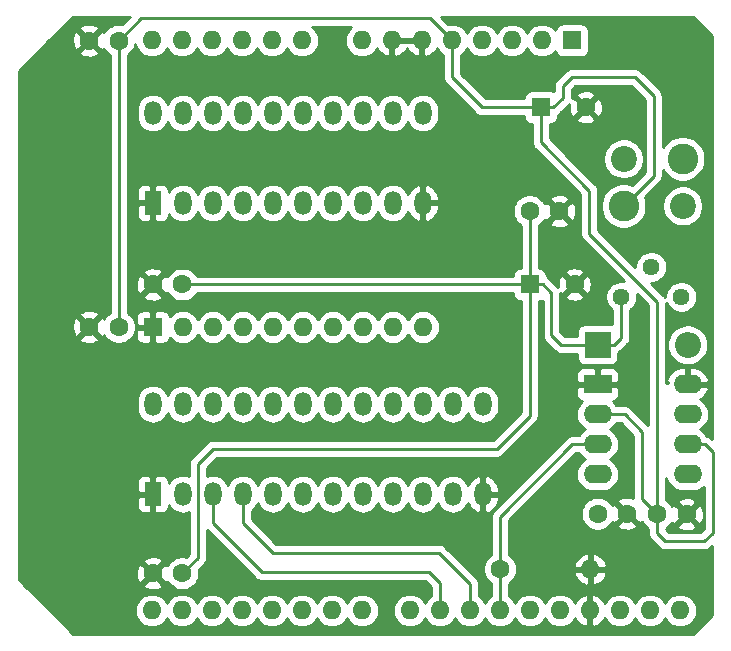
<source format=gtl>
G04 #@! TF.GenerationSoftware,KiCad,Pcbnew,5.1.4+dfsg1-2*
G04 #@! TF.CreationDate,2019-11-27T21:42:57+01:00*
G04 #@! TF.ProjectId,theroof,74686572-6f6f-4662-9e6b-696361645f70,rev?*
G04 #@! TF.SameCoordinates,Original*
G04 #@! TF.FileFunction,Copper,L1,Top*
G04 #@! TF.FilePolarity,Positive*
%FSLAX46Y46*%
G04 Gerber Fmt 4.6, Leading zero omitted, Abs format (unit mm)*
G04 Created by KiCad (PCBNEW 5.1.4+dfsg1-2) date 2019-11-27 21:42:57*
%MOMM*%
%LPD*%
G04 APERTURE LIST*
%ADD10O,1.600000X1.600000*%
%ADD11R,1.600000X1.600000*%
%ADD12C,1.440000*%
%ADD13C,1.600000*%
%ADD14O,1.440000X2.000000*%
%ADD15R,1.440000X2.000000*%
%ADD16O,2.200000X2.200000*%
%ADD17R,2.200000X2.200000*%
%ADD18O,2.400000X1.600000*%
%ADD19R,2.400000X1.600000*%
%ADD20C,2.600000*%
%ADD21C,2.200000*%
%ADD22C,0.250000*%
%ADD23C,0.254000*%
G04 APERTURE END LIST*
D10*
X139460000Y-113150000D03*
X136920000Y-113150000D03*
X176540000Y-113150000D03*
X136920000Y-64890000D03*
X174000000Y-113150000D03*
X139460000Y-64890000D03*
X171460000Y-113150000D03*
X142000000Y-64890000D03*
X168920000Y-113150000D03*
X144540000Y-64890000D03*
X166380000Y-113150000D03*
X147080000Y-64890000D03*
X163840000Y-113150000D03*
X149620000Y-64890000D03*
X161300000Y-113150000D03*
X154700000Y-64890000D03*
X158760000Y-113150000D03*
X157240000Y-64890000D03*
X154700000Y-113150000D03*
X159780000Y-64890000D03*
X152160000Y-113150000D03*
X162320000Y-64890000D03*
X149620000Y-113150000D03*
X164860000Y-64890000D03*
X147080000Y-113150000D03*
X167400000Y-64890000D03*
X144540000Y-113150000D03*
X169940000Y-64890000D03*
X142000000Y-113150000D03*
D11*
X172480000Y-64890000D03*
D10*
X179080000Y-113150000D03*
X181620000Y-113150000D03*
D12*
X181730000Y-86600000D03*
X179190000Y-84060000D03*
X176650000Y-86600000D03*
D13*
X177150000Y-104950000D03*
X174650000Y-104950000D03*
D14*
X159860000Y-71030000D03*
X159860000Y-78650000D03*
X157320000Y-71030000D03*
X157320000Y-78650000D03*
X154780000Y-71030000D03*
X154780000Y-78650000D03*
X152240000Y-71030000D03*
X152240000Y-78650000D03*
X149700000Y-71030000D03*
X149700000Y-78650000D03*
X147160000Y-71030000D03*
X147160000Y-78650000D03*
X144620000Y-71030000D03*
X144620000Y-78650000D03*
X142080000Y-71030000D03*
X142080000Y-78650000D03*
X139540000Y-71030000D03*
X139540000Y-78650000D03*
X137000000Y-71030000D03*
D15*
X137000000Y-78650000D03*
D10*
X174020000Y-109650000D03*
D13*
X166400000Y-109650000D03*
D16*
X182270000Y-90650000D03*
D17*
X174650000Y-90650000D03*
D13*
X171400000Y-79350000D03*
X168900000Y-79350000D03*
D18*
X182270000Y-94000000D03*
X174650000Y-101620000D03*
X182270000Y-96540000D03*
X174650000Y-99080000D03*
X182270000Y-99080000D03*
X174650000Y-96540000D03*
X182270000Y-101620000D03*
D19*
X174650000Y-94000000D03*
D13*
X182200000Y-105000000D03*
X179700000Y-105000000D03*
X131600000Y-64900000D03*
X134100000Y-64900000D03*
X131600000Y-89150000D03*
X134100000Y-89150000D03*
X137000000Y-110000000D03*
X139500000Y-110000000D03*
D14*
X164940000Y-95680000D03*
X164940000Y-103300000D03*
X162400000Y-95680000D03*
X162400000Y-103300000D03*
X159860000Y-95680000D03*
X159860000Y-103300000D03*
X157320000Y-95680000D03*
X157320000Y-103300000D03*
X154780000Y-95680000D03*
X154780000Y-103300000D03*
X152240000Y-95680000D03*
X152240000Y-103300000D03*
X149700000Y-95680000D03*
X149700000Y-103300000D03*
X147160000Y-95680000D03*
X147160000Y-103300000D03*
X144620000Y-95680000D03*
X144620000Y-103300000D03*
X142080000Y-95680000D03*
X142080000Y-103300000D03*
X139540000Y-95680000D03*
X139540000Y-103300000D03*
X137000000Y-95680000D03*
D15*
X137000000Y-103300000D03*
D10*
X159860000Y-89150000D03*
X157320000Y-89150000D03*
X154780000Y-89150000D03*
X152240000Y-89150000D03*
X149700000Y-89150000D03*
X147160000Y-89150000D03*
X144620000Y-89150000D03*
X142080000Y-89150000D03*
X139540000Y-89150000D03*
D11*
X137000000Y-89150000D03*
D20*
X181850000Y-74900000D03*
X176850000Y-78900000D03*
D21*
X181850000Y-78900000D03*
X176850000Y-74900000D03*
D13*
X137000000Y-85550000D03*
X139500000Y-85550000D03*
X172700000Y-85550000D03*
D11*
X168900000Y-85550000D03*
D13*
X173650000Y-70550000D03*
D11*
X169850000Y-70550000D03*
D22*
X166380000Y-109670000D02*
X166400000Y-109650000D01*
X166380000Y-113150000D02*
X166380000Y-109670000D01*
X172520000Y-99080000D02*
X174650000Y-99080000D01*
X166400000Y-109650000D02*
X166400000Y-105200000D01*
X166400000Y-105200000D02*
X172520000Y-99080000D01*
X163840000Y-110890000D02*
X163840000Y-113150000D01*
X147150000Y-108250000D02*
X161200000Y-108250000D01*
X144620000Y-103300000D02*
X144620000Y-105720000D01*
X161200000Y-108250000D02*
X163840000Y-110890000D01*
X144620000Y-105720000D02*
X147150000Y-108250000D01*
X161300000Y-110850000D02*
X161300000Y-113150000D01*
X146200000Y-109900000D02*
X160350000Y-109900000D01*
X142080000Y-103300000D02*
X142080000Y-105780000D01*
X160350000Y-109900000D02*
X161300000Y-110850000D01*
X142080000Y-105780000D02*
X146200000Y-109900000D01*
X134100000Y-89150000D02*
X134100000Y-66300000D01*
X134100000Y-66300000D02*
X134100000Y-64900000D01*
X134100000Y-64900000D02*
X136000000Y-63000000D01*
X160430000Y-63000000D02*
X162320000Y-64890000D01*
X136000000Y-63000000D02*
X160430000Y-63000000D01*
X162320000Y-68020000D02*
X162320000Y-64890000D01*
X169850000Y-70550000D02*
X164850000Y-70550000D01*
X164850000Y-70550000D02*
X162320000Y-68020000D01*
X176940000Y-96540000D02*
X174650000Y-96540000D01*
X178450000Y-98050000D02*
X176940000Y-96540000D01*
X179700000Y-105000000D02*
X178450000Y-103750000D01*
X178450000Y-103750000D02*
X178450000Y-98050000D01*
X183730000Y-99080000D02*
X182270000Y-99080000D01*
X179700000Y-106600000D02*
X180400000Y-107300000D01*
X179700000Y-105000000D02*
X179700000Y-106600000D01*
X184400000Y-99750000D02*
X183730000Y-99080000D01*
X184400000Y-106550000D02*
X184400000Y-99750000D01*
X180400000Y-107300000D02*
X183650000Y-107300000D01*
X183650000Y-107300000D02*
X184400000Y-106550000D01*
X173950000Y-81250000D02*
X179700000Y-87000000D01*
X179700000Y-87000000D02*
X179700000Y-105000000D01*
X169850000Y-70550000D02*
X169850000Y-73500000D01*
X173950000Y-77600000D02*
X173950000Y-81250000D01*
X169850000Y-73500000D02*
X173950000Y-77600000D01*
X170900000Y-70550000D02*
X169850000Y-70550000D01*
X179400000Y-76350000D02*
X179400000Y-69600000D01*
X171700000Y-68750000D02*
X171700000Y-69750000D01*
X176850000Y-78900000D02*
X179400000Y-76350000D01*
X172450000Y-68000000D02*
X171700000Y-68750000D01*
X179400000Y-69600000D02*
X177800000Y-68000000D01*
X171700000Y-69750000D02*
X170900000Y-70550000D01*
X177800000Y-68000000D02*
X172450000Y-68000000D01*
X139500000Y-85550000D02*
X168900000Y-85550000D01*
X170750000Y-89850000D02*
X171550000Y-90650000D01*
X171550000Y-90650000D02*
X174650000Y-90650000D01*
X170750000Y-86300000D02*
X170750000Y-89850000D01*
X168900000Y-85550000D02*
X170000000Y-85550000D01*
X170000000Y-85550000D02*
X170750000Y-86300000D01*
X168900000Y-85550000D02*
X168900000Y-79350000D01*
X174650000Y-90650000D02*
X176050000Y-90650000D01*
X176050000Y-90650000D02*
X176650000Y-90050000D01*
X176650000Y-90050000D02*
X176650000Y-86600000D01*
X140800000Y-100750000D02*
X142100000Y-99450000D01*
X140800000Y-108700000D02*
X140800000Y-100750000D01*
X166100000Y-99450000D02*
X168900000Y-96650000D01*
X139500000Y-110000000D02*
X140800000Y-108700000D01*
X168900000Y-96650000D02*
X168900000Y-85550000D01*
X142100000Y-99450000D02*
X166100000Y-99450000D01*
D23*
G36*
X134423886Y-63501312D02*
G01*
X134241335Y-63465000D01*
X133958665Y-63465000D01*
X133681426Y-63520147D01*
X133420273Y-63628320D01*
X133185241Y-63785363D01*
X132985363Y-63985241D01*
X132851308Y-64185869D01*
X132836671Y-64158486D01*
X132592702Y-64086903D01*
X131779605Y-64900000D01*
X132592702Y-65713097D01*
X132836671Y-65641514D01*
X132850324Y-65612659D01*
X132985363Y-65814759D01*
X133185241Y-66014637D01*
X133340000Y-66118044D01*
X133340000Y-66337332D01*
X133340001Y-66337342D01*
X133340000Y-87931957D01*
X133185241Y-88035363D01*
X132985363Y-88235241D01*
X132851308Y-88435869D01*
X132836671Y-88408486D01*
X132592702Y-88336903D01*
X131779605Y-89150000D01*
X132592702Y-89963097D01*
X132836671Y-89891514D01*
X132850324Y-89862659D01*
X132985363Y-90064759D01*
X133185241Y-90264637D01*
X133420273Y-90421680D01*
X133681426Y-90529853D01*
X133958665Y-90585000D01*
X134241335Y-90585000D01*
X134518574Y-90529853D01*
X134779727Y-90421680D01*
X135014759Y-90264637D01*
X135214637Y-90064759D01*
X135291316Y-89950000D01*
X135561928Y-89950000D01*
X135574188Y-90074482D01*
X135610498Y-90194180D01*
X135669463Y-90304494D01*
X135748815Y-90401185D01*
X135845506Y-90480537D01*
X135955820Y-90539502D01*
X136075518Y-90575812D01*
X136200000Y-90588072D01*
X136714250Y-90585000D01*
X136873000Y-90426250D01*
X136873000Y-89277000D01*
X135723750Y-89277000D01*
X135565000Y-89435750D01*
X135561928Y-89950000D01*
X135291316Y-89950000D01*
X135371680Y-89829727D01*
X135479853Y-89568574D01*
X135535000Y-89291335D01*
X135535000Y-89008665D01*
X135479853Y-88731426D01*
X135371680Y-88470273D01*
X135291317Y-88350000D01*
X135561928Y-88350000D01*
X135565000Y-88864250D01*
X135723750Y-89023000D01*
X136873000Y-89023000D01*
X136873000Y-87873750D01*
X137127000Y-87873750D01*
X137127000Y-89023000D01*
X137147000Y-89023000D01*
X137147000Y-89277000D01*
X137127000Y-89277000D01*
X137127000Y-90426250D01*
X137285750Y-90585000D01*
X137800000Y-90588072D01*
X137924482Y-90575812D01*
X138044180Y-90539502D01*
X138154494Y-90480537D01*
X138251185Y-90401185D01*
X138330537Y-90304494D01*
X138389502Y-90194180D01*
X138425812Y-90074482D01*
X138427581Y-90056518D01*
X138520392Y-90169608D01*
X138738899Y-90348932D01*
X138988192Y-90482182D01*
X139258691Y-90564236D01*
X139469508Y-90585000D01*
X139610492Y-90585000D01*
X139821309Y-90564236D01*
X140091808Y-90482182D01*
X140341101Y-90348932D01*
X140559608Y-90169608D01*
X140738932Y-89951101D01*
X140810000Y-89818142D01*
X140881068Y-89951101D01*
X141060392Y-90169608D01*
X141278899Y-90348932D01*
X141528192Y-90482182D01*
X141798691Y-90564236D01*
X142009508Y-90585000D01*
X142150492Y-90585000D01*
X142361309Y-90564236D01*
X142631808Y-90482182D01*
X142881101Y-90348932D01*
X143099608Y-90169608D01*
X143278932Y-89951101D01*
X143350000Y-89818142D01*
X143421068Y-89951101D01*
X143600392Y-90169608D01*
X143818899Y-90348932D01*
X144068192Y-90482182D01*
X144338691Y-90564236D01*
X144549508Y-90585000D01*
X144690492Y-90585000D01*
X144901309Y-90564236D01*
X145171808Y-90482182D01*
X145421101Y-90348932D01*
X145639608Y-90169608D01*
X145818932Y-89951101D01*
X145890000Y-89818142D01*
X145961068Y-89951101D01*
X146140392Y-90169608D01*
X146358899Y-90348932D01*
X146608192Y-90482182D01*
X146878691Y-90564236D01*
X147089508Y-90585000D01*
X147230492Y-90585000D01*
X147441309Y-90564236D01*
X147711808Y-90482182D01*
X147961101Y-90348932D01*
X148179608Y-90169608D01*
X148358932Y-89951101D01*
X148430000Y-89818142D01*
X148501068Y-89951101D01*
X148680392Y-90169608D01*
X148898899Y-90348932D01*
X149148192Y-90482182D01*
X149418691Y-90564236D01*
X149629508Y-90585000D01*
X149770492Y-90585000D01*
X149981309Y-90564236D01*
X150251808Y-90482182D01*
X150501101Y-90348932D01*
X150719608Y-90169608D01*
X150898932Y-89951101D01*
X150970000Y-89818142D01*
X151041068Y-89951101D01*
X151220392Y-90169608D01*
X151438899Y-90348932D01*
X151688192Y-90482182D01*
X151958691Y-90564236D01*
X152169508Y-90585000D01*
X152310492Y-90585000D01*
X152521309Y-90564236D01*
X152791808Y-90482182D01*
X153041101Y-90348932D01*
X153259608Y-90169608D01*
X153438932Y-89951101D01*
X153510000Y-89818142D01*
X153581068Y-89951101D01*
X153760392Y-90169608D01*
X153978899Y-90348932D01*
X154228192Y-90482182D01*
X154498691Y-90564236D01*
X154709508Y-90585000D01*
X154850492Y-90585000D01*
X155061309Y-90564236D01*
X155331808Y-90482182D01*
X155581101Y-90348932D01*
X155799608Y-90169608D01*
X155978932Y-89951101D01*
X156050000Y-89818142D01*
X156121068Y-89951101D01*
X156300392Y-90169608D01*
X156518899Y-90348932D01*
X156768192Y-90482182D01*
X157038691Y-90564236D01*
X157249508Y-90585000D01*
X157390492Y-90585000D01*
X157601309Y-90564236D01*
X157871808Y-90482182D01*
X158121101Y-90348932D01*
X158339608Y-90169608D01*
X158518932Y-89951101D01*
X158590000Y-89818142D01*
X158661068Y-89951101D01*
X158840392Y-90169608D01*
X159058899Y-90348932D01*
X159308192Y-90482182D01*
X159578691Y-90564236D01*
X159789508Y-90585000D01*
X159930492Y-90585000D01*
X160141309Y-90564236D01*
X160411808Y-90482182D01*
X160661101Y-90348932D01*
X160879608Y-90169608D01*
X161058932Y-89951101D01*
X161192182Y-89701808D01*
X161274236Y-89431309D01*
X161301943Y-89150000D01*
X161274236Y-88868691D01*
X161192182Y-88598192D01*
X161058932Y-88348899D01*
X160879608Y-88130392D01*
X160661101Y-87951068D01*
X160411808Y-87817818D01*
X160141309Y-87735764D01*
X159930492Y-87715000D01*
X159789508Y-87715000D01*
X159578691Y-87735764D01*
X159308192Y-87817818D01*
X159058899Y-87951068D01*
X158840392Y-88130392D01*
X158661068Y-88348899D01*
X158590000Y-88481858D01*
X158518932Y-88348899D01*
X158339608Y-88130392D01*
X158121101Y-87951068D01*
X157871808Y-87817818D01*
X157601309Y-87735764D01*
X157390492Y-87715000D01*
X157249508Y-87715000D01*
X157038691Y-87735764D01*
X156768192Y-87817818D01*
X156518899Y-87951068D01*
X156300392Y-88130392D01*
X156121068Y-88348899D01*
X156050000Y-88481858D01*
X155978932Y-88348899D01*
X155799608Y-88130392D01*
X155581101Y-87951068D01*
X155331808Y-87817818D01*
X155061309Y-87735764D01*
X154850492Y-87715000D01*
X154709508Y-87715000D01*
X154498691Y-87735764D01*
X154228192Y-87817818D01*
X153978899Y-87951068D01*
X153760392Y-88130392D01*
X153581068Y-88348899D01*
X153510000Y-88481858D01*
X153438932Y-88348899D01*
X153259608Y-88130392D01*
X153041101Y-87951068D01*
X152791808Y-87817818D01*
X152521309Y-87735764D01*
X152310492Y-87715000D01*
X152169508Y-87715000D01*
X151958691Y-87735764D01*
X151688192Y-87817818D01*
X151438899Y-87951068D01*
X151220392Y-88130392D01*
X151041068Y-88348899D01*
X150970000Y-88481858D01*
X150898932Y-88348899D01*
X150719608Y-88130392D01*
X150501101Y-87951068D01*
X150251808Y-87817818D01*
X149981309Y-87735764D01*
X149770492Y-87715000D01*
X149629508Y-87715000D01*
X149418691Y-87735764D01*
X149148192Y-87817818D01*
X148898899Y-87951068D01*
X148680392Y-88130392D01*
X148501068Y-88348899D01*
X148430000Y-88481858D01*
X148358932Y-88348899D01*
X148179608Y-88130392D01*
X147961101Y-87951068D01*
X147711808Y-87817818D01*
X147441309Y-87735764D01*
X147230492Y-87715000D01*
X147089508Y-87715000D01*
X146878691Y-87735764D01*
X146608192Y-87817818D01*
X146358899Y-87951068D01*
X146140392Y-88130392D01*
X145961068Y-88348899D01*
X145890000Y-88481858D01*
X145818932Y-88348899D01*
X145639608Y-88130392D01*
X145421101Y-87951068D01*
X145171808Y-87817818D01*
X144901309Y-87735764D01*
X144690492Y-87715000D01*
X144549508Y-87715000D01*
X144338691Y-87735764D01*
X144068192Y-87817818D01*
X143818899Y-87951068D01*
X143600392Y-88130392D01*
X143421068Y-88348899D01*
X143350000Y-88481858D01*
X143278932Y-88348899D01*
X143099608Y-88130392D01*
X142881101Y-87951068D01*
X142631808Y-87817818D01*
X142361309Y-87735764D01*
X142150492Y-87715000D01*
X142009508Y-87715000D01*
X141798691Y-87735764D01*
X141528192Y-87817818D01*
X141278899Y-87951068D01*
X141060392Y-88130392D01*
X140881068Y-88348899D01*
X140810000Y-88481858D01*
X140738932Y-88348899D01*
X140559608Y-88130392D01*
X140341101Y-87951068D01*
X140091808Y-87817818D01*
X139821309Y-87735764D01*
X139610492Y-87715000D01*
X139469508Y-87715000D01*
X139258691Y-87735764D01*
X138988192Y-87817818D01*
X138738899Y-87951068D01*
X138520392Y-88130392D01*
X138427581Y-88243482D01*
X138425812Y-88225518D01*
X138389502Y-88105820D01*
X138330537Y-87995506D01*
X138251185Y-87898815D01*
X138154494Y-87819463D01*
X138044180Y-87760498D01*
X137924482Y-87724188D01*
X137800000Y-87711928D01*
X137285750Y-87715000D01*
X137127000Y-87873750D01*
X136873000Y-87873750D01*
X136714250Y-87715000D01*
X136200000Y-87711928D01*
X136075518Y-87724188D01*
X135955820Y-87760498D01*
X135845506Y-87819463D01*
X135748815Y-87898815D01*
X135669463Y-87995506D01*
X135610498Y-88105820D01*
X135574188Y-88225518D01*
X135561928Y-88350000D01*
X135291317Y-88350000D01*
X135214637Y-88235241D01*
X135014759Y-88035363D01*
X134860000Y-87931957D01*
X134860000Y-86542702D01*
X136186903Y-86542702D01*
X136258486Y-86786671D01*
X136513996Y-86907571D01*
X136788184Y-86976300D01*
X137070512Y-86990217D01*
X137350130Y-86948787D01*
X137616292Y-86853603D01*
X137741514Y-86786671D01*
X137813097Y-86542702D01*
X137000000Y-85729605D01*
X136186903Y-86542702D01*
X134860000Y-86542702D01*
X134860000Y-85620512D01*
X135559783Y-85620512D01*
X135601213Y-85900130D01*
X135696397Y-86166292D01*
X135763329Y-86291514D01*
X136007298Y-86363097D01*
X136820395Y-85550000D01*
X136007298Y-84736903D01*
X135763329Y-84808486D01*
X135642429Y-85063996D01*
X135573700Y-85338184D01*
X135559783Y-85620512D01*
X134860000Y-85620512D01*
X134860000Y-84557298D01*
X136186903Y-84557298D01*
X137000000Y-85370395D01*
X137813097Y-84557298D01*
X137741514Y-84313329D01*
X137486004Y-84192429D01*
X137211816Y-84123700D01*
X136929488Y-84109783D01*
X136649870Y-84151213D01*
X136383708Y-84246397D01*
X136258486Y-84313329D01*
X136186903Y-84557298D01*
X134860000Y-84557298D01*
X134860000Y-79650000D01*
X135641928Y-79650000D01*
X135654188Y-79774482D01*
X135690498Y-79894180D01*
X135749463Y-80004494D01*
X135828815Y-80101185D01*
X135925506Y-80180537D01*
X136035820Y-80239502D01*
X136155518Y-80275812D01*
X136280000Y-80288072D01*
X136714250Y-80285000D01*
X136873000Y-80126250D01*
X136873000Y-78777000D01*
X135803750Y-78777000D01*
X135645000Y-78935750D01*
X135641928Y-79650000D01*
X134860000Y-79650000D01*
X134860000Y-77650000D01*
X135641928Y-77650000D01*
X135645000Y-78364250D01*
X135803750Y-78523000D01*
X136873000Y-78523000D01*
X136873000Y-77173750D01*
X137127000Y-77173750D01*
X137127000Y-78523000D01*
X137147000Y-78523000D01*
X137147000Y-78777000D01*
X137127000Y-78777000D01*
X137127000Y-80126250D01*
X137285750Y-80285000D01*
X137720000Y-80288072D01*
X137844482Y-80275812D01*
X137964180Y-80239502D01*
X138074494Y-80180537D01*
X138171185Y-80101185D01*
X138250537Y-80004494D01*
X138309502Y-79894180D01*
X138345812Y-79774482D01*
X138358072Y-79650000D01*
X138357826Y-79592743D01*
X138407908Y-79686440D01*
X138577236Y-79892765D01*
X138783561Y-80062092D01*
X139018956Y-80187914D01*
X139274375Y-80265394D01*
X139540000Y-80291556D01*
X139805626Y-80265394D01*
X140061045Y-80187914D01*
X140296440Y-80062092D01*
X140502765Y-79892765D01*
X140672092Y-79686440D01*
X140797914Y-79451045D01*
X140810000Y-79411202D01*
X140822086Y-79451045D01*
X140947908Y-79686440D01*
X141117236Y-79892765D01*
X141323561Y-80062092D01*
X141558956Y-80187914D01*
X141814375Y-80265394D01*
X142080000Y-80291556D01*
X142345626Y-80265394D01*
X142601045Y-80187914D01*
X142836440Y-80062092D01*
X143042765Y-79892765D01*
X143212092Y-79686440D01*
X143337914Y-79451045D01*
X143350000Y-79411202D01*
X143362086Y-79451045D01*
X143487908Y-79686440D01*
X143657236Y-79892765D01*
X143863561Y-80062092D01*
X144098956Y-80187914D01*
X144354375Y-80265394D01*
X144620000Y-80291556D01*
X144885626Y-80265394D01*
X145141045Y-80187914D01*
X145376440Y-80062092D01*
X145582765Y-79892765D01*
X145752092Y-79686440D01*
X145877914Y-79451045D01*
X145890000Y-79411202D01*
X145902086Y-79451045D01*
X146027908Y-79686440D01*
X146197236Y-79892765D01*
X146403561Y-80062092D01*
X146638956Y-80187914D01*
X146894375Y-80265394D01*
X147160000Y-80291556D01*
X147425626Y-80265394D01*
X147681045Y-80187914D01*
X147916440Y-80062092D01*
X148122765Y-79892765D01*
X148292092Y-79686440D01*
X148417914Y-79451045D01*
X148430000Y-79411202D01*
X148442086Y-79451045D01*
X148567908Y-79686440D01*
X148737236Y-79892765D01*
X148943561Y-80062092D01*
X149178956Y-80187914D01*
X149434375Y-80265394D01*
X149700000Y-80291556D01*
X149965626Y-80265394D01*
X150221045Y-80187914D01*
X150456440Y-80062092D01*
X150662765Y-79892765D01*
X150832092Y-79686440D01*
X150957914Y-79451045D01*
X150970000Y-79411202D01*
X150982086Y-79451045D01*
X151107908Y-79686440D01*
X151277236Y-79892765D01*
X151483561Y-80062092D01*
X151718956Y-80187914D01*
X151974375Y-80265394D01*
X152240000Y-80291556D01*
X152505626Y-80265394D01*
X152761045Y-80187914D01*
X152996440Y-80062092D01*
X153202765Y-79892765D01*
X153372092Y-79686440D01*
X153497914Y-79451045D01*
X153510000Y-79411202D01*
X153522086Y-79451045D01*
X153647908Y-79686440D01*
X153817236Y-79892765D01*
X154023561Y-80062092D01*
X154258956Y-80187914D01*
X154514375Y-80265394D01*
X154780000Y-80291556D01*
X155045626Y-80265394D01*
X155301045Y-80187914D01*
X155536440Y-80062092D01*
X155742765Y-79892765D01*
X155912092Y-79686440D01*
X156037914Y-79451045D01*
X156050000Y-79411202D01*
X156062086Y-79451045D01*
X156187908Y-79686440D01*
X156357236Y-79892765D01*
X156563561Y-80062092D01*
X156798956Y-80187914D01*
X157054375Y-80265394D01*
X157320000Y-80291556D01*
X157585626Y-80265394D01*
X157841045Y-80187914D01*
X158076440Y-80062092D01*
X158282765Y-79892765D01*
X158452092Y-79686440D01*
X158577914Y-79451045D01*
X158591505Y-79406241D01*
X158656744Y-79565869D01*
X158803916Y-79788395D01*
X158991673Y-79977933D01*
X159212799Y-80127199D01*
X159458797Y-80230458D01*
X159523528Y-80242559D01*
X159733000Y-80119489D01*
X159733000Y-78777000D01*
X159987000Y-78777000D01*
X159987000Y-80119489D01*
X160196472Y-80242559D01*
X160261203Y-80230458D01*
X160507201Y-80127199D01*
X160728327Y-79977933D01*
X160916084Y-79788395D01*
X161063256Y-79565869D01*
X161164188Y-79318907D01*
X161215000Y-79057000D01*
X161215000Y-78777000D01*
X159987000Y-78777000D01*
X159733000Y-78777000D01*
X159713000Y-78777000D01*
X159713000Y-78523000D01*
X159733000Y-78523000D01*
X159733000Y-77180511D01*
X159987000Y-77180511D01*
X159987000Y-78523000D01*
X161215000Y-78523000D01*
X161215000Y-78243000D01*
X161164188Y-77981093D01*
X161063256Y-77734131D01*
X160916084Y-77511605D01*
X160728327Y-77322067D01*
X160507201Y-77172801D01*
X160261203Y-77069542D01*
X160196472Y-77057441D01*
X159987000Y-77180511D01*
X159733000Y-77180511D01*
X159523528Y-77057441D01*
X159458797Y-77069542D01*
X159212799Y-77172801D01*
X158991673Y-77322067D01*
X158803916Y-77511605D01*
X158656744Y-77734131D01*
X158591505Y-77893759D01*
X158577914Y-77848955D01*
X158452092Y-77613560D01*
X158282764Y-77407235D01*
X158076439Y-77237908D01*
X157841044Y-77112086D01*
X157585625Y-77034606D01*
X157320000Y-77008444D01*
X157054374Y-77034606D01*
X156798955Y-77112086D01*
X156563560Y-77237908D01*
X156357235Y-77407236D01*
X156187908Y-77613561D01*
X156062086Y-77848956D01*
X156050000Y-77888798D01*
X156037914Y-77848955D01*
X155912092Y-77613560D01*
X155742764Y-77407235D01*
X155536439Y-77237908D01*
X155301044Y-77112086D01*
X155045625Y-77034606D01*
X154780000Y-77008444D01*
X154514374Y-77034606D01*
X154258955Y-77112086D01*
X154023560Y-77237908D01*
X153817235Y-77407236D01*
X153647908Y-77613561D01*
X153522086Y-77848956D01*
X153510000Y-77888798D01*
X153497914Y-77848955D01*
X153372092Y-77613560D01*
X153202764Y-77407235D01*
X152996439Y-77237908D01*
X152761044Y-77112086D01*
X152505625Y-77034606D01*
X152240000Y-77008444D01*
X151974374Y-77034606D01*
X151718955Y-77112086D01*
X151483560Y-77237908D01*
X151277235Y-77407236D01*
X151107908Y-77613561D01*
X150982086Y-77848956D01*
X150970000Y-77888798D01*
X150957914Y-77848955D01*
X150832092Y-77613560D01*
X150662764Y-77407235D01*
X150456439Y-77237908D01*
X150221044Y-77112086D01*
X149965625Y-77034606D01*
X149700000Y-77008444D01*
X149434374Y-77034606D01*
X149178955Y-77112086D01*
X148943560Y-77237908D01*
X148737235Y-77407236D01*
X148567908Y-77613561D01*
X148442086Y-77848956D01*
X148430000Y-77888798D01*
X148417914Y-77848955D01*
X148292092Y-77613560D01*
X148122764Y-77407235D01*
X147916439Y-77237908D01*
X147681044Y-77112086D01*
X147425625Y-77034606D01*
X147160000Y-77008444D01*
X146894374Y-77034606D01*
X146638955Y-77112086D01*
X146403560Y-77237908D01*
X146197235Y-77407236D01*
X146027908Y-77613561D01*
X145902086Y-77848956D01*
X145890000Y-77888798D01*
X145877914Y-77848955D01*
X145752092Y-77613560D01*
X145582764Y-77407235D01*
X145376439Y-77237908D01*
X145141044Y-77112086D01*
X144885625Y-77034606D01*
X144620000Y-77008444D01*
X144354374Y-77034606D01*
X144098955Y-77112086D01*
X143863560Y-77237908D01*
X143657235Y-77407236D01*
X143487908Y-77613561D01*
X143362086Y-77848956D01*
X143350000Y-77888798D01*
X143337914Y-77848955D01*
X143212092Y-77613560D01*
X143042764Y-77407235D01*
X142836439Y-77237908D01*
X142601044Y-77112086D01*
X142345625Y-77034606D01*
X142080000Y-77008444D01*
X141814374Y-77034606D01*
X141558955Y-77112086D01*
X141323560Y-77237908D01*
X141117235Y-77407236D01*
X140947908Y-77613561D01*
X140822086Y-77848956D01*
X140810000Y-77888798D01*
X140797914Y-77848955D01*
X140672092Y-77613560D01*
X140502764Y-77407235D01*
X140296439Y-77237908D01*
X140061044Y-77112086D01*
X139805625Y-77034606D01*
X139540000Y-77008444D01*
X139274374Y-77034606D01*
X139018955Y-77112086D01*
X138783560Y-77237908D01*
X138577235Y-77407236D01*
X138407908Y-77613561D01*
X138357826Y-77707258D01*
X138358072Y-77650000D01*
X138345812Y-77525518D01*
X138309502Y-77405820D01*
X138250537Y-77295506D01*
X138171185Y-77198815D01*
X138074494Y-77119463D01*
X137964180Y-77060498D01*
X137844482Y-77024188D01*
X137720000Y-77011928D01*
X137285750Y-77015000D01*
X137127000Y-77173750D01*
X136873000Y-77173750D01*
X136714250Y-77015000D01*
X136280000Y-77011928D01*
X136155518Y-77024188D01*
X136035820Y-77060498D01*
X135925506Y-77119463D01*
X135828815Y-77198815D01*
X135749463Y-77295506D01*
X135690498Y-77405820D01*
X135654188Y-77525518D01*
X135641928Y-77650000D01*
X134860000Y-77650000D01*
X134860000Y-70683437D01*
X135645000Y-70683437D01*
X135645000Y-71376564D01*
X135664606Y-71575626D01*
X135742086Y-71831045D01*
X135867908Y-72066440D01*
X136037236Y-72272765D01*
X136243561Y-72442092D01*
X136478956Y-72567914D01*
X136734375Y-72645394D01*
X137000000Y-72671556D01*
X137265626Y-72645394D01*
X137521045Y-72567914D01*
X137756440Y-72442092D01*
X137962765Y-72272765D01*
X138132092Y-72066440D01*
X138257914Y-71831045D01*
X138270000Y-71791202D01*
X138282086Y-71831045D01*
X138407908Y-72066440D01*
X138577236Y-72272765D01*
X138783561Y-72442092D01*
X139018956Y-72567914D01*
X139274375Y-72645394D01*
X139540000Y-72671556D01*
X139805626Y-72645394D01*
X140061045Y-72567914D01*
X140296440Y-72442092D01*
X140502765Y-72272765D01*
X140672092Y-72066440D01*
X140797914Y-71831045D01*
X140810000Y-71791202D01*
X140822086Y-71831045D01*
X140947908Y-72066440D01*
X141117236Y-72272765D01*
X141323561Y-72442092D01*
X141558956Y-72567914D01*
X141814375Y-72645394D01*
X142080000Y-72671556D01*
X142345626Y-72645394D01*
X142601045Y-72567914D01*
X142836440Y-72442092D01*
X143042765Y-72272765D01*
X143212092Y-72066440D01*
X143337914Y-71831045D01*
X143350000Y-71791202D01*
X143362086Y-71831045D01*
X143487908Y-72066440D01*
X143657236Y-72272765D01*
X143863561Y-72442092D01*
X144098956Y-72567914D01*
X144354375Y-72645394D01*
X144620000Y-72671556D01*
X144885626Y-72645394D01*
X145141045Y-72567914D01*
X145376440Y-72442092D01*
X145582765Y-72272765D01*
X145752092Y-72066440D01*
X145877914Y-71831045D01*
X145890000Y-71791202D01*
X145902086Y-71831045D01*
X146027908Y-72066440D01*
X146197236Y-72272765D01*
X146403561Y-72442092D01*
X146638956Y-72567914D01*
X146894375Y-72645394D01*
X147160000Y-72671556D01*
X147425626Y-72645394D01*
X147681045Y-72567914D01*
X147916440Y-72442092D01*
X148122765Y-72272765D01*
X148292092Y-72066440D01*
X148417914Y-71831045D01*
X148430000Y-71791202D01*
X148442086Y-71831045D01*
X148567908Y-72066440D01*
X148737236Y-72272765D01*
X148943561Y-72442092D01*
X149178956Y-72567914D01*
X149434375Y-72645394D01*
X149700000Y-72671556D01*
X149965626Y-72645394D01*
X150221045Y-72567914D01*
X150456440Y-72442092D01*
X150662765Y-72272765D01*
X150832092Y-72066440D01*
X150957914Y-71831045D01*
X150970000Y-71791202D01*
X150982086Y-71831045D01*
X151107908Y-72066440D01*
X151277236Y-72272765D01*
X151483561Y-72442092D01*
X151718956Y-72567914D01*
X151974375Y-72645394D01*
X152240000Y-72671556D01*
X152505626Y-72645394D01*
X152761045Y-72567914D01*
X152996440Y-72442092D01*
X153202765Y-72272765D01*
X153372092Y-72066440D01*
X153497914Y-71831045D01*
X153510000Y-71791202D01*
X153522086Y-71831045D01*
X153647908Y-72066440D01*
X153817236Y-72272765D01*
X154023561Y-72442092D01*
X154258956Y-72567914D01*
X154514375Y-72645394D01*
X154780000Y-72671556D01*
X155045626Y-72645394D01*
X155301045Y-72567914D01*
X155536440Y-72442092D01*
X155742765Y-72272765D01*
X155912092Y-72066440D01*
X156037914Y-71831045D01*
X156050000Y-71791202D01*
X156062086Y-71831045D01*
X156187908Y-72066440D01*
X156357236Y-72272765D01*
X156563561Y-72442092D01*
X156798956Y-72567914D01*
X157054375Y-72645394D01*
X157320000Y-72671556D01*
X157585626Y-72645394D01*
X157841045Y-72567914D01*
X158076440Y-72442092D01*
X158282765Y-72272765D01*
X158452092Y-72066440D01*
X158577914Y-71831045D01*
X158590000Y-71791202D01*
X158602086Y-71831045D01*
X158727908Y-72066440D01*
X158897236Y-72272765D01*
X159103561Y-72442092D01*
X159338956Y-72567914D01*
X159594375Y-72645394D01*
X159860000Y-72671556D01*
X160125626Y-72645394D01*
X160381045Y-72567914D01*
X160616440Y-72442092D01*
X160822765Y-72272765D01*
X160992092Y-72066440D01*
X161117914Y-71831045D01*
X161195394Y-71575625D01*
X161215000Y-71376563D01*
X161215000Y-70683436D01*
X161195394Y-70484374D01*
X161117914Y-70228955D01*
X160992092Y-69993560D01*
X160822764Y-69787235D01*
X160616439Y-69617908D01*
X160381044Y-69492086D01*
X160125625Y-69414606D01*
X159860000Y-69388444D01*
X159594374Y-69414606D01*
X159338955Y-69492086D01*
X159103560Y-69617908D01*
X158897235Y-69787236D01*
X158727908Y-69993561D01*
X158602086Y-70228956D01*
X158590000Y-70268798D01*
X158577914Y-70228955D01*
X158452092Y-69993560D01*
X158282764Y-69787235D01*
X158076439Y-69617908D01*
X157841044Y-69492086D01*
X157585625Y-69414606D01*
X157320000Y-69388444D01*
X157054374Y-69414606D01*
X156798955Y-69492086D01*
X156563560Y-69617908D01*
X156357235Y-69787236D01*
X156187908Y-69993561D01*
X156062086Y-70228956D01*
X156050000Y-70268798D01*
X156037914Y-70228955D01*
X155912092Y-69993560D01*
X155742764Y-69787235D01*
X155536439Y-69617908D01*
X155301044Y-69492086D01*
X155045625Y-69414606D01*
X154780000Y-69388444D01*
X154514374Y-69414606D01*
X154258955Y-69492086D01*
X154023560Y-69617908D01*
X153817235Y-69787236D01*
X153647908Y-69993561D01*
X153522086Y-70228956D01*
X153510000Y-70268798D01*
X153497914Y-70228955D01*
X153372092Y-69993560D01*
X153202764Y-69787235D01*
X152996439Y-69617908D01*
X152761044Y-69492086D01*
X152505625Y-69414606D01*
X152240000Y-69388444D01*
X151974374Y-69414606D01*
X151718955Y-69492086D01*
X151483560Y-69617908D01*
X151277235Y-69787236D01*
X151107908Y-69993561D01*
X150982086Y-70228956D01*
X150970000Y-70268798D01*
X150957914Y-70228955D01*
X150832092Y-69993560D01*
X150662764Y-69787235D01*
X150456439Y-69617908D01*
X150221044Y-69492086D01*
X149965625Y-69414606D01*
X149700000Y-69388444D01*
X149434374Y-69414606D01*
X149178955Y-69492086D01*
X148943560Y-69617908D01*
X148737235Y-69787236D01*
X148567908Y-69993561D01*
X148442086Y-70228956D01*
X148430000Y-70268798D01*
X148417914Y-70228955D01*
X148292092Y-69993560D01*
X148122764Y-69787235D01*
X147916439Y-69617908D01*
X147681044Y-69492086D01*
X147425625Y-69414606D01*
X147160000Y-69388444D01*
X146894374Y-69414606D01*
X146638955Y-69492086D01*
X146403560Y-69617908D01*
X146197235Y-69787236D01*
X146027908Y-69993561D01*
X145902086Y-70228956D01*
X145890000Y-70268798D01*
X145877914Y-70228955D01*
X145752092Y-69993560D01*
X145582764Y-69787235D01*
X145376439Y-69617908D01*
X145141044Y-69492086D01*
X144885625Y-69414606D01*
X144620000Y-69388444D01*
X144354374Y-69414606D01*
X144098955Y-69492086D01*
X143863560Y-69617908D01*
X143657235Y-69787236D01*
X143487908Y-69993561D01*
X143362086Y-70228956D01*
X143350000Y-70268798D01*
X143337914Y-70228955D01*
X143212092Y-69993560D01*
X143042764Y-69787235D01*
X142836439Y-69617908D01*
X142601044Y-69492086D01*
X142345625Y-69414606D01*
X142080000Y-69388444D01*
X141814374Y-69414606D01*
X141558955Y-69492086D01*
X141323560Y-69617908D01*
X141117235Y-69787236D01*
X140947908Y-69993561D01*
X140822086Y-70228956D01*
X140810000Y-70268798D01*
X140797914Y-70228955D01*
X140672092Y-69993560D01*
X140502764Y-69787235D01*
X140296439Y-69617908D01*
X140061044Y-69492086D01*
X139805625Y-69414606D01*
X139540000Y-69388444D01*
X139274374Y-69414606D01*
X139018955Y-69492086D01*
X138783560Y-69617908D01*
X138577235Y-69787236D01*
X138407908Y-69993561D01*
X138282086Y-70228956D01*
X138270000Y-70268798D01*
X138257914Y-70228955D01*
X138132092Y-69993560D01*
X137962764Y-69787235D01*
X137756439Y-69617908D01*
X137521044Y-69492086D01*
X137265625Y-69414606D01*
X137000000Y-69388444D01*
X136734374Y-69414606D01*
X136478955Y-69492086D01*
X136243560Y-69617908D01*
X136037235Y-69787236D01*
X135867908Y-69993561D01*
X135742086Y-70228956D01*
X135664606Y-70484375D01*
X135645000Y-70683437D01*
X134860000Y-70683437D01*
X134860000Y-66118043D01*
X135014759Y-66014637D01*
X135214637Y-65814759D01*
X135371680Y-65579727D01*
X135479853Y-65318574D01*
X135507807Y-65178043D01*
X135587818Y-65441808D01*
X135721068Y-65691101D01*
X135900392Y-65909608D01*
X136118899Y-66088932D01*
X136368192Y-66222182D01*
X136638691Y-66304236D01*
X136849508Y-66325000D01*
X136990492Y-66325000D01*
X137201309Y-66304236D01*
X137471808Y-66222182D01*
X137721101Y-66088932D01*
X137939608Y-65909608D01*
X138118932Y-65691101D01*
X138190000Y-65558142D01*
X138261068Y-65691101D01*
X138440392Y-65909608D01*
X138658899Y-66088932D01*
X138908192Y-66222182D01*
X139178691Y-66304236D01*
X139389508Y-66325000D01*
X139530492Y-66325000D01*
X139741309Y-66304236D01*
X140011808Y-66222182D01*
X140261101Y-66088932D01*
X140479608Y-65909608D01*
X140658932Y-65691101D01*
X140730000Y-65558142D01*
X140801068Y-65691101D01*
X140980392Y-65909608D01*
X141198899Y-66088932D01*
X141448192Y-66222182D01*
X141718691Y-66304236D01*
X141929508Y-66325000D01*
X142070492Y-66325000D01*
X142281309Y-66304236D01*
X142551808Y-66222182D01*
X142801101Y-66088932D01*
X143019608Y-65909608D01*
X143198932Y-65691101D01*
X143270000Y-65558142D01*
X143341068Y-65691101D01*
X143520392Y-65909608D01*
X143738899Y-66088932D01*
X143988192Y-66222182D01*
X144258691Y-66304236D01*
X144469508Y-66325000D01*
X144610492Y-66325000D01*
X144821309Y-66304236D01*
X145091808Y-66222182D01*
X145341101Y-66088932D01*
X145559608Y-65909608D01*
X145738932Y-65691101D01*
X145810000Y-65558142D01*
X145881068Y-65691101D01*
X146060392Y-65909608D01*
X146278899Y-66088932D01*
X146528192Y-66222182D01*
X146798691Y-66304236D01*
X147009508Y-66325000D01*
X147150492Y-66325000D01*
X147361309Y-66304236D01*
X147631808Y-66222182D01*
X147881101Y-66088932D01*
X148099608Y-65909608D01*
X148278932Y-65691101D01*
X148350000Y-65558142D01*
X148421068Y-65691101D01*
X148600392Y-65909608D01*
X148818899Y-66088932D01*
X149068192Y-66222182D01*
X149338691Y-66304236D01*
X149549508Y-66325000D01*
X149690492Y-66325000D01*
X149901309Y-66304236D01*
X150171808Y-66222182D01*
X150421101Y-66088932D01*
X150639608Y-65909608D01*
X150818932Y-65691101D01*
X150952182Y-65441808D01*
X151034236Y-65171309D01*
X151061943Y-64890000D01*
X151034236Y-64608691D01*
X150952182Y-64338192D01*
X150818932Y-64088899D01*
X150639608Y-63870392D01*
X150505095Y-63760000D01*
X153814905Y-63760000D01*
X153680392Y-63870392D01*
X153501068Y-64088899D01*
X153367818Y-64338192D01*
X153285764Y-64608691D01*
X153258057Y-64890000D01*
X153285764Y-65171309D01*
X153367818Y-65441808D01*
X153501068Y-65691101D01*
X153680392Y-65909608D01*
X153898899Y-66088932D01*
X154148192Y-66222182D01*
X154418691Y-66304236D01*
X154629508Y-66325000D01*
X154770492Y-66325000D01*
X154981309Y-66304236D01*
X155251808Y-66222182D01*
X155501101Y-66088932D01*
X155719608Y-65909608D01*
X155898932Y-65691101D01*
X155972579Y-65553318D01*
X156087615Y-65745131D01*
X156276586Y-65953519D01*
X156502580Y-66121037D01*
X156756913Y-66241246D01*
X156890961Y-66281904D01*
X157113000Y-66159915D01*
X157113000Y-65017000D01*
X157367000Y-65017000D01*
X157367000Y-66159915D01*
X157589039Y-66281904D01*
X157723087Y-66241246D01*
X157977420Y-66121037D01*
X158203414Y-65953519D01*
X158392385Y-65745131D01*
X158510000Y-65549018D01*
X158627615Y-65745131D01*
X158816586Y-65953519D01*
X159042580Y-66121037D01*
X159296913Y-66241246D01*
X159430961Y-66281904D01*
X159653000Y-66159915D01*
X159653000Y-65017000D01*
X157367000Y-65017000D01*
X157113000Y-65017000D01*
X157093000Y-65017000D01*
X157093000Y-64763000D01*
X157113000Y-64763000D01*
X157113000Y-64743000D01*
X157367000Y-64743000D01*
X157367000Y-64763000D01*
X159653000Y-64763000D01*
X159653000Y-64743000D01*
X159907000Y-64743000D01*
X159907000Y-64763000D01*
X159927000Y-64763000D01*
X159927000Y-65017000D01*
X159907000Y-65017000D01*
X159907000Y-66159915D01*
X160129039Y-66281904D01*
X160263087Y-66241246D01*
X160517420Y-66121037D01*
X160743414Y-65953519D01*
X160932385Y-65745131D01*
X161047421Y-65553318D01*
X161121068Y-65691101D01*
X161300392Y-65909608D01*
X161518899Y-66088932D01*
X161560001Y-66110901D01*
X161560000Y-67982677D01*
X161556324Y-68020000D01*
X161560000Y-68057322D01*
X161560000Y-68057332D01*
X161570997Y-68168985D01*
X161614454Y-68312246D01*
X161685026Y-68444276D01*
X161724871Y-68492826D01*
X161779999Y-68560001D01*
X161809003Y-68583804D01*
X164286201Y-71061003D01*
X164309999Y-71090001D01*
X164425724Y-71184974D01*
X164557753Y-71255546D01*
X164701014Y-71299003D01*
X164812667Y-71310000D01*
X164812676Y-71310000D01*
X164849999Y-71313676D01*
X164887322Y-71310000D01*
X168411928Y-71310000D01*
X168411928Y-71350000D01*
X168424188Y-71474482D01*
X168460498Y-71594180D01*
X168519463Y-71704494D01*
X168598815Y-71801185D01*
X168695506Y-71880537D01*
X168805820Y-71939502D01*
X168925518Y-71975812D01*
X169050000Y-71988072D01*
X169090000Y-71988072D01*
X169090001Y-73462668D01*
X169086324Y-73500000D01*
X169090001Y-73537333D01*
X169100998Y-73648986D01*
X169114180Y-73692442D01*
X169144454Y-73792246D01*
X169215026Y-73924276D01*
X169286201Y-74011002D01*
X169310000Y-74040001D01*
X169338998Y-74063799D01*
X173190000Y-77914802D01*
X173190001Y-81212668D01*
X173186324Y-81250000D01*
X173200998Y-81398985D01*
X173244454Y-81542246D01*
X173315026Y-81674276D01*
X173386201Y-81761002D01*
X173410000Y-81790001D01*
X173438998Y-81813799D01*
X176891737Y-85266538D01*
X176783456Y-85245000D01*
X176516544Y-85245000D01*
X176254761Y-85297072D01*
X176008167Y-85399215D01*
X175786238Y-85547503D01*
X175597503Y-85736238D01*
X175449215Y-85958167D01*
X175347072Y-86204761D01*
X175295000Y-86466544D01*
X175295000Y-86733456D01*
X175347072Y-86995239D01*
X175449215Y-87241833D01*
X175597503Y-87463762D01*
X175786238Y-87652497D01*
X175890001Y-87721829D01*
X175890000Y-88928895D01*
X175874482Y-88924188D01*
X175750000Y-88911928D01*
X173550000Y-88911928D01*
X173425518Y-88924188D01*
X173305820Y-88960498D01*
X173195506Y-89019463D01*
X173098815Y-89098815D01*
X173019463Y-89195506D01*
X172960498Y-89305820D01*
X172924188Y-89425518D01*
X172911928Y-89550000D01*
X172911928Y-89890000D01*
X171864802Y-89890000D01*
X171510000Y-89535199D01*
X171510000Y-86542702D01*
X171886903Y-86542702D01*
X171958486Y-86786671D01*
X172213996Y-86907571D01*
X172488184Y-86976300D01*
X172770512Y-86990217D01*
X173050130Y-86948787D01*
X173316292Y-86853603D01*
X173441514Y-86786671D01*
X173513097Y-86542702D01*
X172700000Y-85729605D01*
X171886903Y-86542702D01*
X171510000Y-86542702D01*
X171510000Y-86337322D01*
X171513074Y-86306110D01*
X171707298Y-86363097D01*
X172520395Y-85550000D01*
X172879605Y-85550000D01*
X173692702Y-86363097D01*
X173936671Y-86291514D01*
X174057571Y-86036004D01*
X174126300Y-85761816D01*
X174140217Y-85479488D01*
X174098787Y-85199870D01*
X174003603Y-84933708D01*
X173936671Y-84808486D01*
X173692702Y-84736903D01*
X172879605Y-85550000D01*
X172520395Y-85550000D01*
X171707298Y-84736903D01*
X171463329Y-84808486D01*
X171342429Y-85063996D01*
X171273700Y-85338184D01*
X171259783Y-85620512D01*
X171279128Y-85751076D01*
X171261004Y-85736202D01*
X170563803Y-85039002D01*
X170540001Y-85009999D01*
X170424276Y-84915026D01*
X170338072Y-84868948D01*
X170338072Y-84750000D01*
X170325812Y-84625518D01*
X170305118Y-84557298D01*
X171886903Y-84557298D01*
X172700000Y-85370395D01*
X173513097Y-84557298D01*
X173441514Y-84313329D01*
X173186004Y-84192429D01*
X172911816Y-84123700D01*
X172629488Y-84109783D01*
X172349870Y-84151213D01*
X172083708Y-84246397D01*
X171958486Y-84313329D01*
X171886903Y-84557298D01*
X170305118Y-84557298D01*
X170289502Y-84505820D01*
X170230537Y-84395506D01*
X170151185Y-84298815D01*
X170054494Y-84219463D01*
X169944180Y-84160498D01*
X169824482Y-84124188D01*
X169700000Y-84111928D01*
X169660000Y-84111928D01*
X169660000Y-80568043D01*
X169814759Y-80464637D01*
X169936694Y-80342702D01*
X170586903Y-80342702D01*
X170658486Y-80586671D01*
X170913996Y-80707571D01*
X171188184Y-80776300D01*
X171470512Y-80790217D01*
X171750130Y-80748787D01*
X172016292Y-80653603D01*
X172141514Y-80586671D01*
X172213097Y-80342702D01*
X171400000Y-79529605D01*
X170586903Y-80342702D01*
X169936694Y-80342702D01*
X170014637Y-80264759D01*
X170148692Y-80064131D01*
X170163329Y-80091514D01*
X170407298Y-80163097D01*
X171220395Y-79350000D01*
X171579605Y-79350000D01*
X172392702Y-80163097D01*
X172636671Y-80091514D01*
X172757571Y-79836004D01*
X172826300Y-79561816D01*
X172840217Y-79279488D01*
X172798787Y-78999870D01*
X172703603Y-78733708D01*
X172636671Y-78608486D01*
X172392702Y-78536903D01*
X171579605Y-79350000D01*
X171220395Y-79350000D01*
X170407298Y-78536903D01*
X170163329Y-78608486D01*
X170149676Y-78637341D01*
X170014637Y-78435241D01*
X169936694Y-78357298D01*
X170586903Y-78357298D01*
X171400000Y-79170395D01*
X172213097Y-78357298D01*
X172141514Y-78113329D01*
X171886004Y-77992429D01*
X171611816Y-77923700D01*
X171329488Y-77909783D01*
X171049870Y-77951213D01*
X170783708Y-78046397D01*
X170658486Y-78113329D01*
X170586903Y-78357298D01*
X169936694Y-78357298D01*
X169814759Y-78235363D01*
X169579727Y-78078320D01*
X169318574Y-77970147D01*
X169041335Y-77915000D01*
X168758665Y-77915000D01*
X168481426Y-77970147D01*
X168220273Y-78078320D01*
X167985241Y-78235363D01*
X167785363Y-78435241D01*
X167628320Y-78670273D01*
X167520147Y-78931426D01*
X167465000Y-79208665D01*
X167465000Y-79491335D01*
X167520147Y-79768574D01*
X167628320Y-80029727D01*
X167785363Y-80264759D01*
X167985241Y-80464637D01*
X168140001Y-80568044D01*
X168140000Y-84111928D01*
X168100000Y-84111928D01*
X167975518Y-84124188D01*
X167855820Y-84160498D01*
X167745506Y-84219463D01*
X167648815Y-84298815D01*
X167569463Y-84395506D01*
X167510498Y-84505820D01*
X167474188Y-84625518D01*
X167461928Y-84750000D01*
X167461928Y-84790000D01*
X140718043Y-84790000D01*
X140614637Y-84635241D01*
X140414759Y-84435363D01*
X140179727Y-84278320D01*
X139918574Y-84170147D01*
X139641335Y-84115000D01*
X139358665Y-84115000D01*
X139081426Y-84170147D01*
X138820273Y-84278320D01*
X138585241Y-84435363D01*
X138385363Y-84635241D01*
X138251308Y-84835869D01*
X138236671Y-84808486D01*
X137992702Y-84736903D01*
X137179605Y-85550000D01*
X137992702Y-86363097D01*
X138236671Y-86291514D01*
X138250324Y-86262659D01*
X138385363Y-86464759D01*
X138585241Y-86664637D01*
X138820273Y-86821680D01*
X139081426Y-86929853D01*
X139358665Y-86985000D01*
X139641335Y-86985000D01*
X139918574Y-86929853D01*
X140179727Y-86821680D01*
X140414759Y-86664637D01*
X140614637Y-86464759D01*
X140718043Y-86310000D01*
X167461928Y-86310000D01*
X167461928Y-86350000D01*
X167474188Y-86474482D01*
X167510498Y-86594180D01*
X167569463Y-86704494D01*
X167648815Y-86801185D01*
X167745506Y-86880537D01*
X167855820Y-86939502D01*
X167975518Y-86975812D01*
X168100000Y-86988072D01*
X168140001Y-86988072D01*
X168140000Y-96335198D01*
X165785199Y-98690000D01*
X142137325Y-98690000D01*
X142100000Y-98686324D01*
X142062675Y-98690000D01*
X142062667Y-98690000D01*
X141951014Y-98700997D01*
X141807753Y-98744454D01*
X141675724Y-98815026D01*
X141559999Y-98909999D01*
X141536201Y-98938997D01*
X140288998Y-100186201D01*
X140260000Y-100209999D01*
X140236202Y-100238997D01*
X140236201Y-100238998D01*
X140165026Y-100325724D01*
X140094454Y-100457754D01*
X140050998Y-100601015D01*
X140036324Y-100750000D01*
X140040001Y-100787332D01*
X140040001Y-101755703D01*
X139805625Y-101684606D01*
X139540000Y-101658444D01*
X139274374Y-101684606D01*
X139018955Y-101762086D01*
X138783560Y-101887908D01*
X138577235Y-102057236D01*
X138407908Y-102263561D01*
X138357826Y-102357258D01*
X138358072Y-102300000D01*
X138345812Y-102175518D01*
X138309502Y-102055820D01*
X138250537Y-101945506D01*
X138171185Y-101848815D01*
X138074494Y-101769463D01*
X137964180Y-101710498D01*
X137844482Y-101674188D01*
X137720000Y-101661928D01*
X137285750Y-101665000D01*
X137127000Y-101823750D01*
X137127000Y-103173000D01*
X137147000Y-103173000D01*
X137147000Y-103427000D01*
X137127000Y-103427000D01*
X137127000Y-104776250D01*
X137285750Y-104935000D01*
X137720000Y-104938072D01*
X137844482Y-104925812D01*
X137964180Y-104889502D01*
X138074494Y-104830537D01*
X138171185Y-104751185D01*
X138250537Y-104654494D01*
X138309502Y-104544180D01*
X138345812Y-104424482D01*
X138358072Y-104300000D01*
X138357826Y-104242743D01*
X138407908Y-104336440D01*
X138577236Y-104542765D01*
X138783561Y-104712092D01*
X139018956Y-104837914D01*
X139274375Y-104915394D01*
X139540000Y-104941556D01*
X139805626Y-104915394D01*
X140040000Y-104844298D01*
X140040000Y-108385198D01*
X139823886Y-108601312D01*
X139641335Y-108565000D01*
X139358665Y-108565000D01*
X139081426Y-108620147D01*
X138820273Y-108728320D01*
X138585241Y-108885363D01*
X138385363Y-109085241D01*
X138251308Y-109285869D01*
X138236671Y-109258486D01*
X137992702Y-109186903D01*
X137179605Y-110000000D01*
X137992702Y-110813097D01*
X138236671Y-110741514D01*
X138250324Y-110712659D01*
X138385363Y-110914759D01*
X138585241Y-111114637D01*
X138820273Y-111271680D01*
X139081426Y-111379853D01*
X139358665Y-111435000D01*
X139641335Y-111435000D01*
X139918574Y-111379853D01*
X140179727Y-111271680D01*
X140414759Y-111114637D01*
X140614637Y-110914759D01*
X140771680Y-110679727D01*
X140879853Y-110418574D01*
X140935000Y-110141335D01*
X140935000Y-109858665D01*
X140898688Y-109676114D01*
X141311004Y-109263798D01*
X141340001Y-109240001D01*
X141434974Y-109124276D01*
X141505546Y-108992247D01*
X141549003Y-108848986D01*
X141560000Y-108737333D01*
X141560000Y-108737325D01*
X141563676Y-108700000D01*
X141560000Y-108662675D01*
X141560000Y-106336415D01*
X141568998Y-106343799D01*
X145636200Y-110411002D01*
X145659999Y-110440001D01*
X145688997Y-110463799D01*
X145775723Y-110534974D01*
X145893175Y-110597754D01*
X145907753Y-110605546D01*
X146051014Y-110649003D01*
X146162667Y-110660000D01*
X146162677Y-110660000D01*
X146200000Y-110663676D01*
X146237323Y-110660000D01*
X160035199Y-110660000D01*
X160540000Y-111164802D01*
X160540000Y-111929099D01*
X160498899Y-111951068D01*
X160280392Y-112130392D01*
X160101068Y-112348899D01*
X160030000Y-112481858D01*
X159958932Y-112348899D01*
X159779608Y-112130392D01*
X159561101Y-111951068D01*
X159311808Y-111817818D01*
X159041309Y-111735764D01*
X158830492Y-111715000D01*
X158689508Y-111715000D01*
X158478691Y-111735764D01*
X158208192Y-111817818D01*
X157958899Y-111951068D01*
X157740392Y-112130392D01*
X157561068Y-112348899D01*
X157427818Y-112598192D01*
X157345764Y-112868691D01*
X157318057Y-113150000D01*
X157345764Y-113431309D01*
X157427818Y-113701808D01*
X157561068Y-113951101D01*
X157740392Y-114169608D01*
X157958899Y-114348932D01*
X158208192Y-114482182D01*
X158478691Y-114564236D01*
X158689508Y-114585000D01*
X158830492Y-114585000D01*
X159041309Y-114564236D01*
X159311808Y-114482182D01*
X159561101Y-114348932D01*
X159779608Y-114169608D01*
X159958932Y-113951101D01*
X160030000Y-113818142D01*
X160101068Y-113951101D01*
X160280392Y-114169608D01*
X160498899Y-114348932D01*
X160748192Y-114482182D01*
X161018691Y-114564236D01*
X161229508Y-114585000D01*
X161370492Y-114585000D01*
X161581309Y-114564236D01*
X161851808Y-114482182D01*
X162101101Y-114348932D01*
X162319608Y-114169608D01*
X162498932Y-113951101D01*
X162570000Y-113818142D01*
X162641068Y-113951101D01*
X162820392Y-114169608D01*
X163038899Y-114348932D01*
X163288192Y-114482182D01*
X163558691Y-114564236D01*
X163769508Y-114585000D01*
X163910492Y-114585000D01*
X164121309Y-114564236D01*
X164391808Y-114482182D01*
X164641101Y-114348932D01*
X164859608Y-114169608D01*
X165038932Y-113951101D01*
X165110000Y-113818142D01*
X165181068Y-113951101D01*
X165360392Y-114169608D01*
X165578899Y-114348932D01*
X165828192Y-114482182D01*
X166098691Y-114564236D01*
X166309508Y-114585000D01*
X166450492Y-114585000D01*
X166661309Y-114564236D01*
X166931808Y-114482182D01*
X167181101Y-114348932D01*
X167399608Y-114169608D01*
X167578932Y-113951101D01*
X167650000Y-113818142D01*
X167721068Y-113951101D01*
X167900392Y-114169608D01*
X168118899Y-114348932D01*
X168368192Y-114482182D01*
X168638691Y-114564236D01*
X168849508Y-114585000D01*
X168990492Y-114585000D01*
X169201309Y-114564236D01*
X169471808Y-114482182D01*
X169721101Y-114348932D01*
X169939608Y-114169608D01*
X170118932Y-113951101D01*
X170190000Y-113818142D01*
X170261068Y-113951101D01*
X170440392Y-114169608D01*
X170658899Y-114348932D01*
X170908192Y-114482182D01*
X171178691Y-114564236D01*
X171389508Y-114585000D01*
X171530492Y-114585000D01*
X171741309Y-114564236D01*
X172011808Y-114482182D01*
X172261101Y-114348932D01*
X172479608Y-114169608D01*
X172658932Y-113951101D01*
X172732579Y-113813318D01*
X172847615Y-114005131D01*
X173036586Y-114213519D01*
X173262580Y-114381037D01*
X173516913Y-114501246D01*
X173650961Y-114541904D01*
X173873000Y-114419915D01*
X173873000Y-113277000D01*
X173853000Y-113277000D01*
X173853000Y-113023000D01*
X173873000Y-113023000D01*
X173873000Y-111880085D01*
X174127000Y-111880085D01*
X174127000Y-113023000D01*
X174147000Y-113023000D01*
X174147000Y-113277000D01*
X174127000Y-113277000D01*
X174127000Y-114419915D01*
X174349039Y-114541904D01*
X174483087Y-114501246D01*
X174737420Y-114381037D01*
X174963414Y-114213519D01*
X175152385Y-114005131D01*
X175267421Y-113813318D01*
X175341068Y-113951101D01*
X175520392Y-114169608D01*
X175738899Y-114348932D01*
X175988192Y-114482182D01*
X176258691Y-114564236D01*
X176469508Y-114585000D01*
X176610492Y-114585000D01*
X176821309Y-114564236D01*
X177091808Y-114482182D01*
X177341101Y-114348932D01*
X177559608Y-114169608D01*
X177738932Y-113951101D01*
X177810000Y-113818142D01*
X177881068Y-113951101D01*
X178060392Y-114169608D01*
X178278899Y-114348932D01*
X178528192Y-114482182D01*
X178798691Y-114564236D01*
X179009508Y-114585000D01*
X179150492Y-114585000D01*
X179361309Y-114564236D01*
X179631808Y-114482182D01*
X179881101Y-114348932D01*
X180099608Y-114169608D01*
X180278932Y-113951101D01*
X180350000Y-113818142D01*
X180421068Y-113951101D01*
X180600392Y-114169608D01*
X180818899Y-114348932D01*
X181068192Y-114482182D01*
X181338691Y-114564236D01*
X181549508Y-114585000D01*
X181690492Y-114585000D01*
X181901309Y-114564236D01*
X182171808Y-114482182D01*
X182421101Y-114348932D01*
X182639608Y-114169608D01*
X182818932Y-113951101D01*
X182952182Y-113701808D01*
X183034236Y-113431309D01*
X183061943Y-113150000D01*
X183034236Y-112868691D01*
X182952182Y-112598192D01*
X182818932Y-112348899D01*
X182639608Y-112130392D01*
X182421101Y-111951068D01*
X182171808Y-111817818D01*
X181901309Y-111735764D01*
X181690492Y-111715000D01*
X181549508Y-111715000D01*
X181338691Y-111735764D01*
X181068192Y-111817818D01*
X180818899Y-111951068D01*
X180600392Y-112130392D01*
X180421068Y-112348899D01*
X180350000Y-112481858D01*
X180278932Y-112348899D01*
X180099608Y-112130392D01*
X179881101Y-111951068D01*
X179631808Y-111817818D01*
X179361309Y-111735764D01*
X179150492Y-111715000D01*
X179009508Y-111715000D01*
X178798691Y-111735764D01*
X178528192Y-111817818D01*
X178278899Y-111951068D01*
X178060392Y-112130392D01*
X177881068Y-112348899D01*
X177810000Y-112481858D01*
X177738932Y-112348899D01*
X177559608Y-112130392D01*
X177341101Y-111951068D01*
X177091808Y-111817818D01*
X176821309Y-111735764D01*
X176610492Y-111715000D01*
X176469508Y-111715000D01*
X176258691Y-111735764D01*
X175988192Y-111817818D01*
X175738899Y-111951068D01*
X175520392Y-112130392D01*
X175341068Y-112348899D01*
X175267421Y-112486682D01*
X175152385Y-112294869D01*
X174963414Y-112086481D01*
X174737420Y-111918963D01*
X174483087Y-111798754D01*
X174349039Y-111758096D01*
X174127000Y-111880085D01*
X173873000Y-111880085D01*
X173650961Y-111758096D01*
X173516913Y-111798754D01*
X173262580Y-111918963D01*
X173036586Y-112086481D01*
X172847615Y-112294869D01*
X172732579Y-112486682D01*
X172658932Y-112348899D01*
X172479608Y-112130392D01*
X172261101Y-111951068D01*
X172011808Y-111817818D01*
X171741309Y-111735764D01*
X171530492Y-111715000D01*
X171389508Y-111715000D01*
X171178691Y-111735764D01*
X170908192Y-111817818D01*
X170658899Y-111951068D01*
X170440392Y-112130392D01*
X170261068Y-112348899D01*
X170190000Y-112481858D01*
X170118932Y-112348899D01*
X169939608Y-112130392D01*
X169721101Y-111951068D01*
X169471808Y-111817818D01*
X169201309Y-111735764D01*
X168990492Y-111715000D01*
X168849508Y-111715000D01*
X168638691Y-111735764D01*
X168368192Y-111817818D01*
X168118899Y-111951068D01*
X167900392Y-112130392D01*
X167721068Y-112348899D01*
X167650000Y-112481858D01*
X167578932Y-112348899D01*
X167399608Y-112130392D01*
X167181101Y-111951068D01*
X167140000Y-111929099D01*
X167140000Y-110881407D01*
X167314759Y-110764637D01*
X167514637Y-110564759D01*
X167671680Y-110329727D01*
X167779853Y-110068574D01*
X167793684Y-109999039D01*
X172628096Y-109999039D01*
X172668754Y-110133087D01*
X172788963Y-110387420D01*
X172956481Y-110613414D01*
X173164869Y-110802385D01*
X173406119Y-110947070D01*
X173670960Y-111041909D01*
X173893000Y-110920624D01*
X173893000Y-109777000D01*
X174147000Y-109777000D01*
X174147000Y-110920624D01*
X174369040Y-111041909D01*
X174633881Y-110947070D01*
X174875131Y-110802385D01*
X175083519Y-110613414D01*
X175251037Y-110387420D01*
X175371246Y-110133087D01*
X175411904Y-109999039D01*
X175289915Y-109777000D01*
X174147000Y-109777000D01*
X173893000Y-109777000D01*
X172750085Y-109777000D01*
X172628096Y-109999039D01*
X167793684Y-109999039D01*
X167835000Y-109791335D01*
X167835000Y-109508665D01*
X167793685Y-109300961D01*
X172628096Y-109300961D01*
X172750085Y-109523000D01*
X173893000Y-109523000D01*
X173893000Y-108379376D01*
X174147000Y-108379376D01*
X174147000Y-109523000D01*
X175289915Y-109523000D01*
X175411904Y-109300961D01*
X175371246Y-109166913D01*
X175251037Y-108912580D01*
X175083519Y-108686586D01*
X174875131Y-108497615D01*
X174633881Y-108352930D01*
X174369040Y-108258091D01*
X174147000Y-108379376D01*
X173893000Y-108379376D01*
X173670960Y-108258091D01*
X173406119Y-108352930D01*
X173164869Y-108497615D01*
X172956481Y-108686586D01*
X172788963Y-108912580D01*
X172668754Y-109166913D01*
X172628096Y-109300961D01*
X167793685Y-109300961D01*
X167779853Y-109231426D01*
X167671680Y-108970273D01*
X167514637Y-108735241D01*
X167314759Y-108535363D01*
X167160000Y-108431957D01*
X167160000Y-105514801D01*
X167866136Y-104808665D01*
X173215000Y-104808665D01*
X173215000Y-105091335D01*
X173270147Y-105368574D01*
X173378320Y-105629727D01*
X173535363Y-105864759D01*
X173735241Y-106064637D01*
X173970273Y-106221680D01*
X174231426Y-106329853D01*
X174508665Y-106385000D01*
X174791335Y-106385000D01*
X175068574Y-106329853D01*
X175329727Y-106221680D01*
X175564759Y-106064637D01*
X175686694Y-105942702D01*
X176336903Y-105942702D01*
X176408486Y-106186671D01*
X176663996Y-106307571D01*
X176938184Y-106376300D01*
X177220512Y-106390217D01*
X177500130Y-106348787D01*
X177766292Y-106253603D01*
X177891514Y-106186671D01*
X177963097Y-105942702D01*
X177150000Y-105129605D01*
X176336903Y-105942702D01*
X175686694Y-105942702D01*
X175764637Y-105864759D01*
X175898692Y-105664131D01*
X175913329Y-105691514D01*
X176157298Y-105763097D01*
X176970395Y-104950000D01*
X176157298Y-104136903D01*
X175913329Y-104208486D01*
X175899676Y-104237341D01*
X175764637Y-104035241D01*
X175564759Y-103835363D01*
X175329727Y-103678320D01*
X175068574Y-103570147D01*
X174791335Y-103515000D01*
X174508665Y-103515000D01*
X174231426Y-103570147D01*
X173970273Y-103678320D01*
X173735241Y-103835363D01*
X173535363Y-104035241D01*
X173378320Y-104270273D01*
X173270147Y-104531426D01*
X173215000Y-104808665D01*
X167866136Y-104808665D01*
X172834802Y-99840000D01*
X173029099Y-99840000D01*
X173051068Y-99881101D01*
X173230392Y-100099608D01*
X173448899Y-100278932D01*
X173581858Y-100350000D01*
X173448899Y-100421068D01*
X173230392Y-100600392D01*
X173051068Y-100818899D01*
X172917818Y-101068192D01*
X172835764Y-101338691D01*
X172808057Y-101620000D01*
X172835764Y-101901309D01*
X172917818Y-102171808D01*
X173051068Y-102421101D01*
X173230392Y-102639608D01*
X173448899Y-102818932D01*
X173698192Y-102952182D01*
X173968691Y-103034236D01*
X174179508Y-103055000D01*
X175120492Y-103055000D01*
X175331309Y-103034236D01*
X175601808Y-102952182D01*
X175851101Y-102818932D01*
X176069608Y-102639608D01*
X176248932Y-102421101D01*
X176382182Y-102171808D01*
X176464236Y-101901309D01*
X176491943Y-101620000D01*
X176464236Y-101338691D01*
X176382182Y-101068192D01*
X176248932Y-100818899D01*
X176069608Y-100600392D01*
X175851101Y-100421068D01*
X175718142Y-100350000D01*
X175851101Y-100278932D01*
X176069608Y-100099608D01*
X176248932Y-99881101D01*
X176382182Y-99631808D01*
X176464236Y-99361309D01*
X176491943Y-99080000D01*
X176464236Y-98798691D01*
X176382182Y-98528192D01*
X176248932Y-98278899D01*
X176069608Y-98060392D01*
X175851101Y-97881068D01*
X175718142Y-97810000D01*
X175851101Y-97738932D01*
X176069608Y-97559608D01*
X176248932Y-97341101D01*
X176270901Y-97300000D01*
X176625199Y-97300000D01*
X177690001Y-98364804D01*
X177690000Y-103617978D01*
X177636004Y-103592429D01*
X177361816Y-103523700D01*
X177079488Y-103509783D01*
X176799870Y-103551213D01*
X176533708Y-103646397D01*
X176408486Y-103713329D01*
X176336903Y-103957298D01*
X177150000Y-104770395D01*
X177164143Y-104756253D01*
X177343748Y-104935858D01*
X177329605Y-104950000D01*
X178142702Y-105763097D01*
X178386671Y-105691514D01*
X178411482Y-105639078D01*
X178428320Y-105679727D01*
X178585363Y-105914759D01*
X178785241Y-106114637D01*
X178940001Y-106218044D01*
X178940001Y-106562668D01*
X178936324Y-106600000D01*
X178940001Y-106637333D01*
X178946074Y-106698987D01*
X178950998Y-106748985D01*
X178994454Y-106892246D01*
X179065026Y-107024276D01*
X179118966Y-107090001D01*
X179160000Y-107140001D01*
X179188997Y-107163799D01*
X179836205Y-107811008D01*
X179859999Y-107840001D01*
X179888992Y-107863795D01*
X179888996Y-107863799D01*
X179959685Y-107921811D01*
X179975724Y-107934974D01*
X180107753Y-108005546D01*
X180251014Y-108049003D01*
X180362667Y-108060000D01*
X180362676Y-108060000D01*
X180399999Y-108063676D01*
X180437322Y-108060000D01*
X183612678Y-108060000D01*
X183650000Y-108063676D01*
X183687322Y-108060000D01*
X183687333Y-108060000D01*
X183798986Y-108049003D01*
X183942247Y-108005546D01*
X184074276Y-107934974D01*
X184190001Y-107840001D01*
X184213803Y-107810998D01*
X184340001Y-107684800D01*
X184340001Y-113526618D01*
X182726620Y-115140000D01*
X130273381Y-115140000D01*
X128283381Y-113150000D01*
X135478057Y-113150000D01*
X135505764Y-113431309D01*
X135587818Y-113701808D01*
X135721068Y-113951101D01*
X135900392Y-114169608D01*
X136118899Y-114348932D01*
X136368192Y-114482182D01*
X136638691Y-114564236D01*
X136849508Y-114585000D01*
X136990492Y-114585000D01*
X137201309Y-114564236D01*
X137471808Y-114482182D01*
X137721101Y-114348932D01*
X137939608Y-114169608D01*
X138118932Y-113951101D01*
X138190000Y-113818142D01*
X138261068Y-113951101D01*
X138440392Y-114169608D01*
X138658899Y-114348932D01*
X138908192Y-114482182D01*
X139178691Y-114564236D01*
X139389508Y-114585000D01*
X139530492Y-114585000D01*
X139741309Y-114564236D01*
X140011808Y-114482182D01*
X140261101Y-114348932D01*
X140479608Y-114169608D01*
X140658932Y-113951101D01*
X140730000Y-113818142D01*
X140801068Y-113951101D01*
X140980392Y-114169608D01*
X141198899Y-114348932D01*
X141448192Y-114482182D01*
X141718691Y-114564236D01*
X141929508Y-114585000D01*
X142070492Y-114585000D01*
X142281309Y-114564236D01*
X142551808Y-114482182D01*
X142801101Y-114348932D01*
X143019608Y-114169608D01*
X143198932Y-113951101D01*
X143270000Y-113818142D01*
X143341068Y-113951101D01*
X143520392Y-114169608D01*
X143738899Y-114348932D01*
X143988192Y-114482182D01*
X144258691Y-114564236D01*
X144469508Y-114585000D01*
X144610492Y-114585000D01*
X144821309Y-114564236D01*
X145091808Y-114482182D01*
X145341101Y-114348932D01*
X145559608Y-114169608D01*
X145738932Y-113951101D01*
X145810000Y-113818142D01*
X145881068Y-113951101D01*
X146060392Y-114169608D01*
X146278899Y-114348932D01*
X146528192Y-114482182D01*
X146798691Y-114564236D01*
X147009508Y-114585000D01*
X147150492Y-114585000D01*
X147361309Y-114564236D01*
X147631808Y-114482182D01*
X147881101Y-114348932D01*
X148099608Y-114169608D01*
X148278932Y-113951101D01*
X148350000Y-113818142D01*
X148421068Y-113951101D01*
X148600392Y-114169608D01*
X148818899Y-114348932D01*
X149068192Y-114482182D01*
X149338691Y-114564236D01*
X149549508Y-114585000D01*
X149690492Y-114585000D01*
X149901309Y-114564236D01*
X150171808Y-114482182D01*
X150421101Y-114348932D01*
X150639608Y-114169608D01*
X150818932Y-113951101D01*
X150890000Y-113818142D01*
X150961068Y-113951101D01*
X151140392Y-114169608D01*
X151358899Y-114348932D01*
X151608192Y-114482182D01*
X151878691Y-114564236D01*
X152089508Y-114585000D01*
X152230492Y-114585000D01*
X152441309Y-114564236D01*
X152711808Y-114482182D01*
X152961101Y-114348932D01*
X153179608Y-114169608D01*
X153358932Y-113951101D01*
X153430000Y-113818142D01*
X153501068Y-113951101D01*
X153680392Y-114169608D01*
X153898899Y-114348932D01*
X154148192Y-114482182D01*
X154418691Y-114564236D01*
X154629508Y-114585000D01*
X154770492Y-114585000D01*
X154981309Y-114564236D01*
X155251808Y-114482182D01*
X155501101Y-114348932D01*
X155719608Y-114169608D01*
X155898932Y-113951101D01*
X156032182Y-113701808D01*
X156114236Y-113431309D01*
X156141943Y-113150000D01*
X156114236Y-112868691D01*
X156032182Y-112598192D01*
X155898932Y-112348899D01*
X155719608Y-112130392D01*
X155501101Y-111951068D01*
X155251808Y-111817818D01*
X154981309Y-111735764D01*
X154770492Y-111715000D01*
X154629508Y-111715000D01*
X154418691Y-111735764D01*
X154148192Y-111817818D01*
X153898899Y-111951068D01*
X153680392Y-112130392D01*
X153501068Y-112348899D01*
X153430000Y-112481858D01*
X153358932Y-112348899D01*
X153179608Y-112130392D01*
X152961101Y-111951068D01*
X152711808Y-111817818D01*
X152441309Y-111735764D01*
X152230492Y-111715000D01*
X152089508Y-111715000D01*
X151878691Y-111735764D01*
X151608192Y-111817818D01*
X151358899Y-111951068D01*
X151140392Y-112130392D01*
X150961068Y-112348899D01*
X150890000Y-112481858D01*
X150818932Y-112348899D01*
X150639608Y-112130392D01*
X150421101Y-111951068D01*
X150171808Y-111817818D01*
X149901309Y-111735764D01*
X149690492Y-111715000D01*
X149549508Y-111715000D01*
X149338691Y-111735764D01*
X149068192Y-111817818D01*
X148818899Y-111951068D01*
X148600392Y-112130392D01*
X148421068Y-112348899D01*
X148350000Y-112481858D01*
X148278932Y-112348899D01*
X148099608Y-112130392D01*
X147881101Y-111951068D01*
X147631808Y-111817818D01*
X147361309Y-111735764D01*
X147150492Y-111715000D01*
X147009508Y-111715000D01*
X146798691Y-111735764D01*
X146528192Y-111817818D01*
X146278899Y-111951068D01*
X146060392Y-112130392D01*
X145881068Y-112348899D01*
X145810000Y-112481858D01*
X145738932Y-112348899D01*
X145559608Y-112130392D01*
X145341101Y-111951068D01*
X145091808Y-111817818D01*
X144821309Y-111735764D01*
X144610492Y-111715000D01*
X144469508Y-111715000D01*
X144258691Y-111735764D01*
X143988192Y-111817818D01*
X143738899Y-111951068D01*
X143520392Y-112130392D01*
X143341068Y-112348899D01*
X143270000Y-112481858D01*
X143198932Y-112348899D01*
X143019608Y-112130392D01*
X142801101Y-111951068D01*
X142551808Y-111817818D01*
X142281309Y-111735764D01*
X142070492Y-111715000D01*
X141929508Y-111715000D01*
X141718691Y-111735764D01*
X141448192Y-111817818D01*
X141198899Y-111951068D01*
X140980392Y-112130392D01*
X140801068Y-112348899D01*
X140730000Y-112481858D01*
X140658932Y-112348899D01*
X140479608Y-112130392D01*
X140261101Y-111951068D01*
X140011808Y-111817818D01*
X139741309Y-111735764D01*
X139530492Y-111715000D01*
X139389508Y-111715000D01*
X139178691Y-111735764D01*
X138908192Y-111817818D01*
X138658899Y-111951068D01*
X138440392Y-112130392D01*
X138261068Y-112348899D01*
X138190000Y-112481858D01*
X138118932Y-112348899D01*
X137939608Y-112130392D01*
X137721101Y-111951068D01*
X137471808Y-111817818D01*
X137201309Y-111735764D01*
X136990492Y-111715000D01*
X136849508Y-111715000D01*
X136638691Y-111735764D01*
X136368192Y-111817818D01*
X136118899Y-111951068D01*
X135900392Y-112130392D01*
X135721068Y-112348899D01*
X135587818Y-112598192D01*
X135505764Y-112868691D01*
X135478057Y-113150000D01*
X128283381Y-113150000D01*
X126126083Y-110992702D01*
X136186903Y-110992702D01*
X136258486Y-111236671D01*
X136513996Y-111357571D01*
X136788184Y-111426300D01*
X137070512Y-111440217D01*
X137350130Y-111398787D01*
X137616292Y-111303603D01*
X137741514Y-111236671D01*
X137813097Y-110992702D01*
X137000000Y-110179605D01*
X136186903Y-110992702D01*
X126126083Y-110992702D01*
X125660000Y-110526620D01*
X125660000Y-110070512D01*
X135559783Y-110070512D01*
X135601213Y-110350130D01*
X135696397Y-110616292D01*
X135763329Y-110741514D01*
X136007298Y-110813097D01*
X136820395Y-110000000D01*
X136007298Y-109186903D01*
X135763329Y-109258486D01*
X135642429Y-109513996D01*
X135573700Y-109788184D01*
X135559783Y-110070512D01*
X125660000Y-110070512D01*
X125660000Y-109007298D01*
X136186903Y-109007298D01*
X137000000Y-109820395D01*
X137813097Y-109007298D01*
X137741514Y-108763329D01*
X137486004Y-108642429D01*
X137211816Y-108573700D01*
X136929488Y-108559783D01*
X136649870Y-108601213D01*
X136383708Y-108696397D01*
X136258486Y-108763329D01*
X136186903Y-109007298D01*
X125660000Y-109007298D01*
X125660000Y-104300000D01*
X135641928Y-104300000D01*
X135654188Y-104424482D01*
X135690498Y-104544180D01*
X135749463Y-104654494D01*
X135828815Y-104751185D01*
X135925506Y-104830537D01*
X136035820Y-104889502D01*
X136155518Y-104925812D01*
X136280000Y-104938072D01*
X136714250Y-104935000D01*
X136873000Y-104776250D01*
X136873000Y-103427000D01*
X135803750Y-103427000D01*
X135645000Y-103585750D01*
X135641928Y-104300000D01*
X125660000Y-104300000D01*
X125660000Y-102300000D01*
X135641928Y-102300000D01*
X135645000Y-103014250D01*
X135803750Y-103173000D01*
X136873000Y-103173000D01*
X136873000Y-101823750D01*
X136714250Y-101665000D01*
X136280000Y-101661928D01*
X136155518Y-101674188D01*
X136035820Y-101710498D01*
X135925506Y-101769463D01*
X135828815Y-101848815D01*
X135749463Y-101945506D01*
X135690498Y-102055820D01*
X135654188Y-102175518D01*
X135641928Y-102300000D01*
X125660000Y-102300000D01*
X125660000Y-95333437D01*
X135645000Y-95333437D01*
X135645000Y-96026564D01*
X135664606Y-96225626D01*
X135742086Y-96481045D01*
X135867908Y-96716440D01*
X136037236Y-96922765D01*
X136243561Y-97092092D01*
X136478956Y-97217914D01*
X136734375Y-97295394D01*
X137000000Y-97321556D01*
X137265626Y-97295394D01*
X137521045Y-97217914D01*
X137756440Y-97092092D01*
X137962765Y-96922765D01*
X138132092Y-96716440D01*
X138257914Y-96481045D01*
X138270000Y-96441202D01*
X138282086Y-96481045D01*
X138407908Y-96716440D01*
X138577236Y-96922765D01*
X138783561Y-97092092D01*
X139018956Y-97217914D01*
X139274375Y-97295394D01*
X139540000Y-97321556D01*
X139805626Y-97295394D01*
X140061045Y-97217914D01*
X140296440Y-97092092D01*
X140502765Y-96922765D01*
X140672092Y-96716440D01*
X140797914Y-96481045D01*
X140810000Y-96441202D01*
X140822086Y-96481045D01*
X140947908Y-96716440D01*
X141117236Y-96922765D01*
X141323561Y-97092092D01*
X141558956Y-97217914D01*
X141814375Y-97295394D01*
X142080000Y-97321556D01*
X142345626Y-97295394D01*
X142601045Y-97217914D01*
X142836440Y-97092092D01*
X143042765Y-96922765D01*
X143212092Y-96716440D01*
X143337914Y-96481045D01*
X143350000Y-96441202D01*
X143362086Y-96481045D01*
X143487908Y-96716440D01*
X143657236Y-96922765D01*
X143863561Y-97092092D01*
X144098956Y-97217914D01*
X144354375Y-97295394D01*
X144620000Y-97321556D01*
X144885626Y-97295394D01*
X145141045Y-97217914D01*
X145376440Y-97092092D01*
X145582765Y-96922765D01*
X145752092Y-96716440D01*
X145877914Y-96481045D01*
X145890000Y-96441202D01*
X145902086Y-96481045D01*
X146027908Y-96716440D01*
X146197236Y-96922765D01*
X146403561Y-97092092D01*
X146638956Y-97217914D01*
X146894375Y-97295394D01*
X147160000Y-97321556D01*
X147425626Y-97295394D01*
X147681045Y-97217914D01*
X147916440Y-97092092D01*
X148122765Y-96922765D01*
X148292092Y-96716440D01*
X148417914Y-96481045D01*
X148430000Y-96441202D01*
X148442086Y-96481045D01*
X148567908Y-96716440D01*
X148737236Y-96922765D01*
X148943561Y-97092092D01*
X149178956Y-97217914D01*
X149434375Y-97295394D01*
X149700000Y-97321556D01*
X149965626Y-97295394D01*
X150221045Y-97217914D01*
X150456440Y-97092092D01*
X150662765Y-96922765D01*
X150832092Y-96716440D01*
X150957914Y-96481045D01*
X150970000Y-96441202D01*
X150982086Y-96481045D01*
X151107908Y-96716440D01*
X151277236Y-96922765D01*
X151483561Y-97092092D01*
X151718956Y-97217914D01*
X151974375Y-97295394D01*
X152240000Y-97321556D01*
X152505626Y-97295394D01*
X152761045Y-97217914D01*
X152996440Y-97092092D01*
X153202765Y-96922765D01*
X153372092Y-96716440D01*
X153497914Y-96481045D01*
X153510000Y-96441202D01*
X153522086Y-96481045D01*
X153647908Y-96716440D01*
X153817236Y-96922765D01*
X154023561Y-97092092D01*
X154258956Y-97217914D01*
X154514375Y-97295394D01*
X154780000Y-97321556D01*
X155045626Y-97295394D01*
X155301045Y-97217914D01*
X155536440Y-97092092D01*
X155742765Y-96922765D01*
X155912092Y-96716440D01*
X156037914Y-96481045D01*
X156050000Y-96441202D01*
X156062086Y-96481045D01*
X156187908Y-96716440D01*
X156357236Y-96922765D01*
X156563561Y-97092092D01*
X156798956Y-97217914D01*
X157054375Y-97295394D01*
X157320000Y-97321556D01*
X157585626Y-97295394D01*
X157841045Y-97217914D01*
X158076440Y-97092092D01*
X158282765Y-96922765D01*
X158452092Y-96716440D01*
X158577914Y-96481045D01*
X158590000Y-96441202D01*
X158602086Y-96481045D01*
X158727908Y-96716440D01*
X158897236Y-96922765D01*
X159103561Y-97092092D01*
X159338956Y-97217914D01*
X159594375Y-97295394D01*
X159860000Y-97321556D01*
X160125626Y-97295394D01*
X160381045Y-97217914D01*
X160616440Y-97092092D01*
X160822765Y-96922765D01*
X160992092Y-96716440D01*
X161117914Y-96481045D01*
X161130000Y-96441202D01*
X161142086Y-96481045D01*
X161267908Y-96716440D01*
X161437236Y-96922765D01*
X161643561Y-97092092D01*
X161878956Y-97217914D01*
X162134375Y-97295394D01*
X162400000Y-97321556D01*
X162665626Y-97295394D01*
X162921045Y-97217914D01*
X163156440Y-97092092D01*
X163362765Y-96922765D01*
X163532092Y-96716440D01*
X163657914Y-96481045D01*
X163670000Y-96441202D01*
X163682086Y-96481045D01*
X163807908Y-96716440D01*
X163977236Y-96922765D01*
X164183561Y-97092092D01*
X164418956Y-97217914D01*
X164674375Y-97295394D01*
X164940000Y-97321556D01*
X165205626Y-97295394D01*
X165461045Y-97217914D01*
X165696440Y-97092092D01*
X165902765Y-96922765D01*
X166072092Y-96716440D01*
X166197914Y-96481045D01*
X166275394Y-96225625D01*
X166295000Y-96026563D01*
X166295000Y-95333436D01*
X166275394Y-95134374D01*
X166197914Y-94878955D01*
X166072092Y-94643560D01*
X165902764Y-94437235D01*
X165696439Y-94267908D01*
X165461044Y-94142086D01*
X165205625Y-94064606D01*
X164940000Y-94038444D01*
X164674374Y-94064606D01*
X164418955Y-94142086D01*
X164183560Y-94267908D01*
X163977235Y-94437236D01*
X163807908Y-94643561D01*
X163682086Y-94878956D01*
X163670000Y-94918798D01*
X163657914Y-94878955D01*
X163532092Y-94643560D01*
X163362764Y-94437235D01*
X163156439Y-94267908D01*
X162921044Y-94142086D01*
X162665625Y-94064606D01*
X162400000Y-94038444D01*
X162134374Y-94064606D01*
X161878955Y-94142086D01*
X161643560Y-94267908D01*
X161437235Y-94437236D01*
X161267908Y-94643561D01*
X161142086Y-94878956D01*
X161130000Y-94918798D01*
X161117914Y-94878955D01*
X160992092Y-94643560D01*
X160822764Y-94437235D01*
X160616439Y-94267908D01*
X160381044Y-94142086D01*
X160125625Y-94064606D01*
X159860000Y-94038444D01*
X159594374Y-94064606D01*
X159338955Y-94142086D01*
X159103560Y-94267908D01*
X158897235Y-94437236D01*
X158727908Y-94643561D01*
X158602086Y-94878956D01*
X158590000Y-94918798D01*
X158577914Y-94878955D01*
X158452092Y-94643560D01*
X158282764Y-94437235D01*
X158076439Y-94267908D01*
X157841044Y-94142086D01*
X157585625Y-94064606D01*
X157320000Y-94038444D01*
X157054374Y-94064606D01*
X156798955Y-94142086D01*
X156563560Y-94267908D01*
X156357235Y-94437236D01*
X156187908Y-94643561D01*
X156062086Y-94878956D01*
X156050000Y-94918798D01*
X156037914Y-94878955D01*
X155912092Y-94643560D01*
X155742764Y-94437235D01*
X155536439Y-94267908D01*
X155301044Y-94142086D01*
X155045625Y-94064606D01*
X154780000Y-94038444D01*
X154514374Y-94064606D01*
X154258955Y-94142086D01*
X154023560Y-94267908D01*
X153817235Y-94437236D01*
X153647908Y-94643561D01*
X153522086Y-94878956D01*
X153510000Y-94918798D01*
X153497914Y-94878955D01*
X153372092Y-94643560D01*
X153202764Y-94437235D01*
X152996439Y-94267908D01*
X152761044Y-94142086D01*
X152505625Y-94064606D01*
X152240000Y-94038444D01*
X151974374Y-94064606D01*
X151718955Y-94142086D01*
X151483560Y-94267908D01*
X151277235Y-94437236D01*
X151107908Y-94643561D01*
X150982086Y-94878956D01*
X150970000Y-94918798D01*
X150957914Y-94878955D01*
X150832092Y-94643560D01*
X150662764Y-94437235D01*
X150456439Y-94267908D01*
X150221044Y-94142086D01*
X149965625Y-94064606D01*
X149700000Y-94038444D01*
X149434374Y-94064606D01*
X149178955Y-94142086D01*
X148943560Y-94267908D01*
X148737235Y-94437236D01*
X148567908Y-94643561D01*
X148442086Y-94878956D01*
X148430000Y-94918798D01*
X148417914Y-94878955D01*
X148292092Y-94643560D01*
X148122764Y-94437235D01*
X147916439Y-94267908D01*
X147681044Y-94142086D01*
X147425625Y-94064606D01*
X147160000Y-94038444D01*
X146894374Y-94064606D01*
X146638955Y-94142086D01*
X146403560Y-94267908D01*
X146197235Y-94437236D01*
X146027908Y-94643561D01*
X145902086Y-94878956D01*
X145890000Y-94918798D01*
X145877914Y-94878955D01*
X145752092Y-94643560D01*
X145582764Y-94437235D01*
X145376439Y-94267908D01*
X145141044Y-94142086D01*
X144885625Y-94064606D01*
X144620000Y-94038444D01*
X144354374Y-94064606D01*
X144098955Y-94142086D01*
X143863560Y-94267908D01*
X143657235Y-94437236D01*
X143487908Y-94643561D01*
X143362086Y-94878956D01*
X143350000Y-94918798D01*
X143337914Y-94878955D01*
X143212092Y-94643560D01*
X143042764Y-94437235D01*
X142836439Y-94267908D01*
X142601044Y-94142086D01*
X142345625Y-94064606D01*
X142080000Y-94038444D01*
X141814374Y-94064606D01*
X141558955Y-94142086D01*
X141323560Y-94267908D01*
X141117235Y-94437236D01*
X140947908Y-94643561D01*
X140822086Y-94878956D01*
X140810000Y-94918798D01*
X140797914Y-94878955D01*
X140672092Y-94643560D01*
X140502764Y-94437235D01*
X140296439Y-94267908D01*
X140061044Y-94142086D01*
X139805625Y-94064606D01*
X139540000Y-94038444D01*
X139274374Y-94064606D01*
X139018955Y-94142086D01*
X138783560Y-94267908D01*
X138577235Y-94437236D01*
X138407908Y-94643561D01*
X138282086Y-94878956D01*
X138270000Y-94918798D01*
X138257914Y-94878955D01*
X138132092Y-94643560D01*
X137962764Y-94437235D01*
X137756439Y-94267908D01*
X137521044Y-94142086D01*
X137265625Y-94064606D01*
X137000000Y-94038444D01*
X136734374Y-94064606D01*
X136478955Y-94142086D01*
X136243560Y-94267908D01*
X136037235Y-94437236D01*
X135867908Y-94643561D01*
X135742086Y-94878956D01*
X135664606Y-95134375D01*
X135645000Y-95333437D01*
X125660000Y-95333437D01*
X125660000Y-90142702D01*
X130786903Y-90142702D01*
X130858486Y-90386671D01*
X131113996Y-90507571D01*
X131388184Y-90576300D01*
X131670512Y-90590217D01*
X131950130Y-90548787D01*
X132216292Y-90453603D01*
X132341514Y-90386671D01*
X132413097Y-90142702D01*
X131600000Y-89329605D01*
X130786903Y-90142702D01*
X125660000Y-90142702D01*
X125660000Y-89220512D01*
X130159783Y-89220512D01*
X130201213Y-89500130D01*
X130296397Y-89766292D01*
X130363329Y-89891514D01*
X130607298Y-89963097D01*
X131420395Y-89150000D01*
X130607298Y-88336903D01*
X130363329Y-88408486D01*
X130242429Y-88663996D01*
X130173700Y-88938184D01*
X130159783Y-89220512D01*
X125660000Y-89220512D01*
X125660000Y-88157298D01*
X130786903Y-88157298D01*
X131600000Y-88970395D01*
X132413097Y-88157298D01*
X132341514Y-87913329D01*
X132086004Y-87792429D01*
X131811816Y-87723700D01*
X131529488Y-87709783D01*
X131249870Y-87751213D01*
X130983708Y-87846397D01*
X130858486Y-87913329D01*
X130786903Y-88157298D01*
X125660000Y-88157298D01*
X125660000Y-67473380D01*
X127240678Y-65892702D01*
X130786903Y-65892702D01*
X130858486Y-66136671D01*
X131113996Y-66257571D01*
X131388184Y-66326300D01*
X131670512Y-66340217D01*
X131950130Y-66298787D01*
X132216292Y-66203603D01*
X132341514Y-66136671D01*
X132413097Y-65892702D01*
X131600000Y-65079605D01*
X130786903Y-65892702D01*
X127240678Y-65892702D01*
X128162868Y-64970512D01*
X130159783Y-64970512D01*
X130201213Y-65250130D01*
X130296397Y-65516292D01*
X130363329Y-65641514D01*
X130607298Y-65713097D01*
X131420395Y-64900000D01*
X130607298Y-64086903D01*
X130363329Y-64158486D01*
X130242429Y-64413996D01*
X130173700Y-64688184D01*
X130159783Y-64970512D01*
X128162868Y-64970512D01*
X129226082Y-63907298D01*
X130786903Y-63907298D01*
X131600000Y-64720395D01*
X132413097Y-63907298D01*
X132341514Y-63663329D01*
X132086004Y-63542429D01*
X131811816Y-63473700D01*
X131529488Y-63459783D01*
X131249870Y-63501213D01*
X130983708Y-63596397D01*
X130858486Y-63663329D01*
X130786903Y-63907298D01*
X129226082Y-63907298D01*
X130273381Y-62860000D01*
X135065198Y-62860000D01*
X134423886Y-63501312D01*
X134423886Y-63501312D01*
G37*
X134423886Y-63501312D02*
X134241335Y-63465000D01*
X133958665Y-63465000D01*
X133681426Y-63520147D01*
X133420273Y-63628320D01*
X133185241Y-63785363D01*
X132985363Y-63985241D01*
X132851308Y-64185869D01*
X132836671Y-64158486D01*
X132592702Y-64086903D01*
X131779605Y-64900000D01*
X132592702Y-65713097D01*
X132836671Y-65641514D01*
X132850324Y-65612659D01*
X132985363Y-65814759D01*
X133185241Y-66014637D01*
X133340000Y-66118044D01*
X133340000Y-66337332D01*
X133340001Y-66337342D01*
X133340000Y-87931957D01*
X133185241Y-88035363D01*
X132985363Y-88235241D01*
X132851308Y-88435869D01*
X132836671Y-88408486D01*
X132592702Y-88336903D01*
X131779605Y-89150000D01*
X132592702Y-89963097D01*
X132836671Y-89891514D01*
X132850324Y-89862659D01*
X132985363Y-90064759D01*
X133185241Y-90264637D01*
X133420273Y-90421680D01*
X133681426Y-90529853D01*
X133958665Y-90585000D01*
X134241335Y-90585000D01*
X134518574Y-90529853D01*
X134779727Y-90421680D01*
X135014759Y-90264637D01*
X135214637Y-90064759D01*
X135291316Y-89950000D01*
X135561928Y-89950000D01*
X135574188Y-90074482D01*
X135610498Y-90194180D01*
X135669463Y-90304494D01*
X135748815Y-90401185D01*
X135845506Y-90480537D01*
X135955820Y-90539502D01*
X136075518Y-90575812D01*
X136200000Y-90588072D01*
X136714250Y-90585000D01*
X136873000Y-90426250D01*
X136873000Y-89277000D01*
X135723750Y-89277000D01*
X135565000Y-89435750D01*
X135561928Y-89950000D01*
X135291316Y-89950000D01*
X135371680Y-89829727D01*
X135479853Y-89568574D01*
X135535000Y-89291335D01*
X135535000Y-89008665D01*
X135479853Y-88731426D01*
X135371680Y-88470273D01*
X135291317Y-88350000D01*
X135561928Y-88350000D01*
X135565000Y-88864250D01*
X135723750Y-89023000D01*
X136873000Y-89023000D01*
X136873000Y-87873750D01*
X137127000Y-87873750D01*
X137127000Y-89023000D01*
X137147000Y-89023000D01*
X137147000Y-89277000D01*
X137127000Y-89277000D01*
X137127000Y-90426250D01*
X137285750Y-90585000D01*
X137800000Y-90588072D01*
X137924482Y-90575812D01*
X138044180Y-90539502D01*
X138154494Y-90480537D01*
X138251185Y-90401185D01*
X138330537Y-90304494D01*
X138389502Y-90194180D01*
X138425812Y-90074482D01*
X138427581Y-90056518D01*
X138520392Y-90169608D01*
X138738899Y-90348932D01*
X138988192Y-90482182D01*
X139258691Y-90564236D01*
X139469508Y-90585000D01*
X139610492Y-90585000D01*
X139821309Y-90564236D01*
X140091808Y-90482182D01*
X140341101Y-90348932D01*
X140559608Y-90169608D01*
X140738932Y-89951101D01*
X140810000Y-89818142D01*
X140881068Y-89951101D01*
X141060392Y-90169608D01*
X141278899Y-90348932D01*
X141528192Y-90482182D01*
X141798691Y-90564236D01*
X142009508Y-90585000D01*
X142150492Y-90585000D01*
X142361309Y-90564236D01*
X142631808Y-90482182D01*
X142881101Y-90348932D01*
X143099608Y-90169608D01*
X143278932Y-89951101D01*
X143350000Y-89818142D01*
X143421068Y-89951101D01*
X143600392Y-90169608D01*
X143818899Y-90348932D01*
X144068192Y-90482182D01*
X144338691Y-90564236D01*
X144549508Y-90585000D01*
X144690492Y-90585000D01*
X144901309Y-90564236D01*
X145171808Y-90482182D01*
X145421101Y-90348932D01*
X145639608Y-90169608D01*
X145818932Y-89951101D01*
X145890000Y-89818142D01*
X145961068Y-89951101D01*
X146140392Y-90169608D01*
X146358899Y-90348932D01*
X146608192Y-90482182D01*
X146878691Y-90564236D01*
X147089508Y-90585000D01*
X147230492Y-90585000D01*
X147441309Y-90564236D01*
X147711808Y-90482182D01*
X147961101Y-90348932D01*
X148179608Y-90169608D01*
X148358932Y-89951101D01*
X148430000Y-89818142D01*
X148501068Y-89951101D01*
X148680392Y-90169608D01*
X148898899Y-90348932D01*
X149148192Y-90482182D01*
X149418691Y-90564236D01*
X149629508Y-90585000D01*
X149770492Y-90585000D01*
X149981309Y-90564236D01*
X150251808Y-90482182D01*
X150501101Y-90348932D01*
X150719608Y-90169608D01*
X150898932Y-89951101D01*
X150970000Y-89818142D01*
X151041068Y-89951101D01*
X151220392Y-90169608D01*
X151438899Y-90348932D01*
X151688192Y-90482182D01*
X151958691Y-90564236D01*
X152169508Y-90585000D01*
X152310492Y-90585000D01*
X152521309Y-90564236D01*
X152791808Y-90482182D01*
X153041101Y-90348932D01*
X153259608Y-90169608D01*
X153438932Y-89951101D01*
X153510000Y-89818142D01*
X153581068Y-89951101D01*
X153760392Y-90169608D01*
X153978899Y-90348932D01*
X154228192Y-90482182D01*
X154498691Y-90564236D01*
X154709508Y-90585000D01*
X154850492Y-90585000D01*
X155061309Y-90564236D01*
X155331808Y-90482182D01*
X155581101Y-90348932D01*
X155799608Y-90169608D01*
X155978932Y-89951101D01*
X156050000Y-89818142D01*
X156121068Y-89951101D01*
X156300392Y-90169608D01*
X156518899Y-90348932D01*
X156768192Y-90482182D01*
X157038691Y-90564236D01*
X157249508Y-90585000D01*
X157390492Y-90585000D01*
X157601309Y-90564236D01*
X157871808Y-90482182D01*
X158121101Y-90348932D01*
X158339608Y-90169608D01*
X158518932Y-89951101D01*
X158590000Y-89818142D01*
X158661068Y-89951101D01*
X158840392Y-90169608D01*
X159058899Y-90348932D01*
X159308192Y-90482182D01*
X159578691Y-90564236D01*
X159789508Y-90585000D01*
X159930492Y-90585000D01*
X160141309Y-90564236D01*
X160411808Y-90482182D01*
X160661101Y-90348932D01*
X160879608Y-90169608D01*
X161058932Y-89951101D01*
X161192182Y-89701808D01*
X161274236Y-89431309D01*
X161301943Y-89150000D01*
X161274236Y-88868691D01*
X161192182Y-88598192D01*
X161058932Y-88348899D01*
X160879608Y-88130392D01*
X160661101Y-87951068D01*
X160411808Y-87817818D01*
X160141309Y-87735764D01*
X159930492Y-87715000D01*
X159789508Y-87715000D01*
X159578691Y-87735764D01*
X159308192Y-87817818D01*
X159058899Y-87951068D01*
X158840392Y-88130392D01*
X158661068Y-88348899D01*
X158590000Y-88481858D01*
X158518932Y-88348899D01*
X158339608Y-88130392D01*
X158121101Y-87951068D01*
X157871808Y-87817818D01*
X157601309Y-87735764D01*
X157390492Y-87715000D01*
X157249508Y-87715000D01*
X157038691Y-87735764D01*
X156768192Y-87817818D01*
X156518899Y-87951068D01*
X156300392Y-88130392D01*
X156121068Y-88348899D01*
X156050000Y-88481858D01*
X155978932Y-88348899D01*
X155799608Y-88130392D01*
X155581101Y-87951068D01*
X155331808Y-87817818D01*
X155061309Y-87735764D01*
X154850492Y-87715000D01*
X154709508Y-87715000D01*
X154498691Y-87735764D01*
X154228192Y-87817818D01*
X153978899Y-87951068D01*
X153760392Y-88130392D01*
X153581068Y-88348899D01*
X153510000Y-88481858D01*
X153438932Y-88348899D01*
X153259608Y-88130392D01*
X153041101Y-87951068D01*
X152791808Y-87817818D01*
X152521309Y-87735764D01*
X152310492Y-87715000D01*
X152169508Y-87715000D01*
X151958691Y-87735764D01*
X151688192Y-87817818D01*
X151438899Y-87951068D01*
X151220392Y-88130392D01*
X151041068Y-88348899D01*
X150970000Y-88481858D01*
X150898932Y-88348899D01*
X150719608Y-88130392D01*
X150501101Y-87951068D01*
X150251808Y-87817818D01*
X149981309Y-87735764D01*
X149770492Y-87715000D01*
X149629508Y-87715000D01*
X149418691Y-87735764D01*
X149148192Y-87817818D01*
X148898899Y-87951068D01*
X148680392Y-88130392D01*
X148501068Y-88348899D01*
X148430000Y-88481858D01*
X148358932Y-88348899D01*
X148179608Y-88130392D01*
X147961101Y-87951068D01*
X147711808Y-87817818D01*
X147441309Y-87735764D01*
X147230492Y-87715000D01*
X147089508Y-87715000D01*
X146878691Y-87735764D01*
X146608192Y-87817818D01*
X146358899Y-87951068D01*
X146140392Y-88130392D01*
X145961068Y-88348899D01*
X145890000Y-88481858D01*
X145818932Y-88348899D01*
X145639608Y-88130392D01*
X145421101Y-87951068D01*
X145171808Y-87817818D01*
X144901309Y-87735764D01*
X144690492Y-87715000D01*
X144549508Y-87715000D01*
X144338691Y-87735764D01*
X144068192Y-87817818D01*
X143818899Y-87951068D01*
X143600392Y-88130392D01*
X143421068Y-88348899D01*
X143350000Y-88481858D01*
X143278932Y-88348899D01*
X143099608Y-88130392D01*
X142881101Y-87951068D01*
X142631808Y-87817818D01*
X142361309Y-87735764D01*
X142150492Y-87715000D01*
X142009508Y-87715000D01*
X141798691Y-87735764D01*
X141528192Y-87817818D01*
X141278899Y-87951068D01*
X141060392Y-88130392D01*
X140881068Y-88348899D01*
X140810000Y-88481858D01*
X140738932Y-88348899D01*
X140559608Y-88130392D01*
X140341101Y-87951068D01*
X140091808Y-87817818D01*
X139821309Y-87735764D01*
X139610492Y-87715000D01*
X139469508Y-87715000D01*
X139258691Y-87735764D01*
X138988192Y-87817818D01*
X138738899Y-87951068D01*
X138520392Y-88130392D01*
X138427581Y-88243482D01*
X138425812Y-88225518D01*
X138389502Y-88105820D01*
X138330537Y-87995506D01*
X138251185Y-87898815D01*
X138154494Y-87819463D01*
X138044180Y-87760498D01*
X137924482Y-87724188D01*
X137800000Y-87711928D01*
X137285750Y-87715000D01*
X137127000Y-87873750D01*
X136873000Y-87873750D01*
X136714250Y-87715000D01*
X136200000Y-87711928D01*
X136075518Y-87724188D01*
X135955820Y-87760498D01*
X135845506Y-87819463D01*
X135748815Y-87898815D01*
X135669463Y-87995506D01*
X135610498Y-88105820D01*
X135574188Y-88225518D01*
X135561928Y-88350000D01*
X135291317Y-88350000D01*
X135214637Y-88235241D01*
X135014759Y-88035363D01*
X134860000Y-87931957D01*
X134860000Y-86542702D01*
X136186903Y-86542702D01*
X136258486Y-86786671D01*
X136513996Y-86907571D01*
X136788184Y-86976300D01*
X137070512Y-86990217D01*
X137350130Y-86948787D01*
X137616292Y-86853603D01*
X137741514Y-86786671D01*
X137813097Y-86542702D01*
X137000000Y-85729605D01*
X136186903Y-86542702D01*
X134860000Y-86542702D01*
X134860000Y-85620512D01*
X135559783Y-85620512D01*
X135601213Y-85900130D01*
X135696397Y-86166292D01*
X135763329Y-86291514D01*
X136007298Y-86363097D01*
X136820395Y-85550000D01*
X136007298Y-84736903D01*
X135763329Y-84808486D01*
X135642429Y-85063996D01*
X135573700Y-85338184D01*
X135559783Y-85620512D01*
X134860000Y-85620512D01*
X134860000Y-84557298D01*
X136186903Y-84557298D01*
X137000000Y-85370395D01*
X137813097Y-84557298D01*
X137741514Y-84313329D01*
X137486004Y-84192429D01*
X137211816Y-84123700D01*
X136929488Y-84109783D01*
X136649870Y-84151213D01*
X136383708Y-84246397D01*
X136258486Y-84313329D01*
X136186903Y-84557298D01*
X134860000Y-84557298D01*
X134860000Y-79650000D01*
X135641928Y-79650000D01*
X135654188Y-79774482D01*
X135690498Y-79894180D01*
X135749463Y-80004494D01*
X135828815Y-80101185D01*
X135925506Y-80180537D01*
X136035820Y-80239502D01*
X136155518Y-80275812D01*
X136280000Y-80288072D01*
X136714250Y-80285000D01*
X136873000Y-80126250D01*
X136873000Y-78777000D01*
X135803750Y-78777000D01*
X135645000Y-78935750D01*
X135641928Y-79650000D01*
X134860000Y-79650000D01*
X134860000Y-77650000D01*
X135641928Y-77650000D01*
X135645000Y-78364250D01*
X135803750Y-78523000D01*
X136873000Y-78523000D01*
X136873000Y-77173750D01*
X137127000Y-77173750D01*
X137127000Y-78523000D01*
X137147000Y-78523000D01*
X137147000Y-78777000D01*
X137127000Y-78777000D01*
X137127000Y-80126250D01*
X137285750Y-80285000D01*
X137720000Y-80288072D01*
X137844482Y-80275812D01*
X137964180Y-80239502D01*
X138074494Y-80180537D01*
X138171185Y-80101185D01*
X138250537Y-80004494D01*
X138309502Y-79894180D01*
X138345812Y-79774482D01*
X138358072Y-79650000D01*
X138357826Y-79592743D01*
X138407908Y-79686440D01*
X138577236Y-79892765D01*
X138783561Y-80062092D01*
X139018956Y-80187914D01*
X139274375Y-80265394D01*
X139540000Y-80291556D01*
X139805626Y-80265394D01*
X140061045Y-80187914D01*
X140296440Y-80062092D01*
X140502765Y-79892765D01*
X140672092Y-79686440D01*
X140797914Y-79451045D01*
X140810000Y-79411202D01*
X140822086Y-79451045D01*
X140947908Y-79686440D01*
X141117236Y-79892765D01*
X141323561Y-80062092D01*
X141558956Y-80187914D01*
X141814375Y-80265394D01*
X142080000Y-80291556D01*
X142345626Y-80265394D01*
X142601045Y-80187914D01*
X142836440Y-80062092D01*
X143042765Y-79892765D01*
X143212092Y-79686440D01*
X143337914Y-79451045D01*
X143350000Y-79411202D01*
X143362086Y-79451045D01*
X143487908Y-79686440D01*
X143657236Y-79892765D01*
X143863561Y-80062092D01*
X144098956Y-80187914D01*
X144354375Y-80265394D01*
X144620000Y-80291556D01*
X144885626Y-80265394D01*
X145141045Y-80187914D01*
X145376440Y-80062092D01*
X145582765Y-79892765D01*
X145752092Y-79686440D01*
X145877914Y-79451045D01*
X145890000Y-79411202D01*
X145902086Y-79451045D01*
X146027908Y-79686440D01*
X146197236Y-79892765D01*
X146403561Y-80062092D01*
X146638956Y-80187914D01*
X146894375Y-80265394D01*
X147160000Y-80291556D01*
X147425626Y-80265394D01*
X147681045Y-80187914D01*
X147916440Y-80062092D01*
X148122765Y-79892765D01*
X148292092Y-79686440D01*
X148417914Y-79451045D01*
X148430000Y-79411202D01*
X148442086Y-79451045D01*
X148567908Y-79686440D01*
X148737236Y-79892765D01*
X148943561Y-80062092D01*
X149178956Y-80187914D01*
X149434375Y-80265394D01*
X149700000Y-80291556D01*
X149965626Y-80265394D01*
X150221045Y-80187914D01*
X150456440Y-80062092D01*
X150662765Y-79892765D01*
X150832092Y-79686440D01*
X150957914Y-79451045D01*
X150970000Y-79411202D01*
X150982086Y-79451045D01*
X151107908Y-79686440D01*
X151277236Y-79892765D01*
X151483561Y-80062092D01*
X151718956Y-80187914D01*
X151974375Y-80265394D01*
X152240000Y-80291556D01*
X152505626Y-80265394D01*
X152761045Y-80187914D01*
X152996440Y-80062092D01*
X153202765Y-79892765D01*
X153372092Y-79686440D01*
X153497914Y-79451045D01*
X153510000Y-79411202D01*
X153522086Y-79451045D01*
X153647908Y-79686440D01*
X153817236Y-79892765D01*
X154023561Y-80062092D01*
X154258956Y-80187914D01*
X154514375Y-80265394D01*
X154780000Y-80291556D01*
X155045626Y-80265394D01*
X155301045Y-80187914D01*
X155536440Y-80062092D01*
X155742765Y-79892765D01*
X155912092Y-79686440D01*
X156037914Y-79451045D01*
X156050000Y-79411202D01*
X156062086Y-79451045D01*
X156187908Y-79686440D01*
X156357236Y-79892765D01*
X156563561Y-80062092D01*
X156798956Y-80187914D01*
X157054375Y-80265394D01*
X157320000Y-80291556D01*
X157585626Y-80265394D01*
X157841045Y-80187914D01*
X158076440Y-80062092D01*
X158282765Y-79892765D01*
X158452092Y-79686440D01*
X158577914Y-79451045D01*
X158591505Y-79406241D01*
X158656744Y-79565869D01*
X158803916Y-79788395D01*
X158991673Y-79977933D01*
X159212799Y-80127199D01*
X159458797Y-80230458D01*
X159523528Y-80242559D01*
X159733000Y-80119489D01*
X159733000Y-78777000D01*
X159987000Y-78777000D01*
X159987000Y-80119489D01*
X160196472Y-80242559D01*
X160261203Y-80230458D01*
X160507201Y-80127199D01*
X160728327Y-79977933D01*
X160916084Y-79788395D01*
X161063256Y-79565869D01*
X161164188Y-79318907D01*
X161215000Y-79057000D01*
X161215000Y-78777000D01*
X159987000Y-78777000D01*
X159733000Y-78777000D01*
X159713000Y-78777000D01*
X159713000Y-78523000D01*
X159733000Y-78523000D01*
X159733000Y-77180511D01*
X159987000Y-77180511D01*
X159987000Y-78523000D01*
X161215000Y-78523000D01*
X161215000Y-78243000D01*
X161164188Y-77981093D01*
X161063256Y-77734131D01*
X160916084Y-77511605D01*
X160728327Y-77322067D01*
X160507201Y-77172801D01*
X160261203Y-77069542D01*
X160196472Y-77057441D01*
X159987000Y-77180511D01*
X159733000Y-77180511D01*
X159523528Y-77057441D01*
X159458797Y-77069542D01*
X159212799Y-77172801D01*
X158991673Y-77322067D01*
X158803916Y-77511605D01*
X158656744Y-77734131D01*
X158591505Y-77893759D01*
X158577914Y-77848955D01*
X158452092Y-77613560D01*
X158282764Y-77407235D01*
X158076439Y-77237908D01*
X157841044Y-77112086D01*
X157585625Y-77034606D01*
X157320000Y-77008444D01*
X157054374Y-77034606D01*
X156798955Y-77112086D01*
X156563560Y-77237908D01*
X156357235Y-77407236D01*
X156187908Y-77613561D01*
X156062086Y-77848956D01*
X156050000Y-77888798D01*
X156037914Y-77848955D01*
X155912092Y-77613560D01*
X155742764Y-77407235D01*
X155536439Y-77237908D01*
X155301044Y-77112086D01*
X155045625Y-77034606D01*
X154780000Y-77008444D01*
X154514374Y-77034606D01*
X154258955Y-77112086D01*
X154023560Y-77237908D01*
X153817235Y-77407236D01*
X153647908Y-77613561D01*
X153522086Y-77848956D01*
X153510000Y-77888798D01*
X153497914Y-77848955D01*
X153372092Y-77613560D01*
X153202764Y-77407235D01*
X152996439Y-77237908D01*
X152761044Y-77112086D01*
X152505625Y-77034606D01*
X152240000Y-77008444D01*
X151974374Y-77034606D01*
X151718955Y-77112086D01*
X151483560Y-77237908D01*
X151277235Y-77407236D01*
X151107908Y-77613561D01*
X150982086Y-77848956D01*
X150970000Y-77888798D01*
X150957914Y-77848955D01*
X150832092Y-77613560D01*
X150662764Y-77407235D01*
X150456439Y-77237908D01*
X150221044Y-77112086D01*
X149965625Y-77034606D01*
X149700000Y-77008444D01*
X149434374Y-77034606D01*
X149178955Y-77112086D01*
X148943560Y-77237908D01*
X148737235Y-77407236D01*
X148567908Y-77613561D01*
X148442086Y-77848956D01*
X148430000Y-77888798D01*
X148417914Y-77848955D01*
X148292092Y-77613560D01*
X148122764Y-77407235D01*
X147916439Y-77237908D01*
X147681044Y-77112086D01*
X147425625Y-77034606D01*
X147160000Y-77008444D01*
X146894374Y-77034606D01*
X146638955Y-77112086D01*
X146403560Y-77237908D01*
X146197235Y-77407236D01*
X146027908Y-77613561D01*
X145902086Y-77848956D01*
X145890000Y-77888798D01*
X145877914Y-77848955D01*
X145752092Y-77613560D01*
X145582764Y-77407235D01*
X145376439Y-77237908D01*
X145141044Y-77112086D01*
X144885625Y-77034606D01*
X144620000Y-77008444D01*
X144354374Y-77034606D01*
X144098955Y-77112086D01*
X143863560Y-77237908D01*
X143657235Y-77407236D01*
X143487908Y-77613561D01*
X143362086Y-77848956D01*
X143350000Y-77888798D01*
X143337914Y-77848955D01*
X143212092Y-77613560D01*
X143042764Y-77407235D01*
X142836439Y-77237908D01*
X142601044Y-77112086D01*
X142345625Y-77034606D01*
X142080000Y-77008444D01*
X141814374Y-77034606D01*
X141558955Y-77112086D01*
X141323560Y-77237908D01*
X141117235Y-77407236D01*
X140947908Y-77613561D01*
X140822086Y-77848956D01*
X140810000Y-77888798D01*
X140797914Y-77848955D01*
X140672092Y-77613560D01*
X140502764Y-77407235D01*
X140296439Y-77237908D01*
X140061044Y-77112086D01*
X139805625Y-77034606D01*
X139540000Y-77008444D01*
X139274374Y-77034606D01*
X139018955Y-77112086D01*
X138783560Y-77237908D01*
X138577235Y-77407236D01*
X138407908Y-77613561D01*
X138357826Y-77707258D01*
X138358072Y-77650000D01*
X138345812Y-77525518D01*
X138309502Y-77405820D01*
X138250537Y-77295506D01*
X138171185Y-77198815D01*
X138074494Y-77119463D01*
X137964180Y-77060498D01*
X137844482Y-77024188D01*
X137720000Y-77011928D01*
X137285750Y-77015000D01*
X137127000Y-77173750D01*
X136873000Y-77173750D01*
X136714250Y-77015000D01*
X136280000Y-77011928D01*
X136155518Y-77024188D01*
X136035820Y-77060498D01*
X135925506Y-77119463D01*
X135828815Y-77198815D01*
X135749463Y-77295506D01*
X135690498Y-77405820D01*
X135654188Y-77525518D01*
X135641928Y-77650000D01*
X134860000Y-77650000D01*
X134860000Y-70683437D01*
X135645000Y-70683437D01*
X135645000Y-71376564D01*
X135664606Y-71575626D01*
X135742086Y-71831045D01*
X135867908Y-72066440D01*
X136037236Y-72272765D01*
X136243561Y-72442092D01*
X136478956Y-72567914D01*
X136734375Y-72645394D01*
X137000000Y-72671556D01*
X137265626Y-72645394D01*
X137521045Y-72567914D01*
X137756440Y-72442092D01*
X137962765Y-72272765D01*
X138132092Y-72066440D01*
X138257914Y-71831045D01*
X138270000Y-71791202D01*
X138282086Y-71831045D01*
X138407908Y-72066440D01*
X138577236Y-72272765D01*
X138783561Y-72442092D01*
X139018956Y-72567914D01*
X139274375Y-72645394D01*
X139540000Y-72671556D01*
X139805626Y-72645394D01*
X140061045Y-72567914D01*
X140296440Y-72442092D01*
X140502765Y-72272765D01*
X140672092Y-72066440D01*
X140797914Y-71831045D01*
X140810000Y-71791202D01*
X140822086Y-71831045D01*
X140947908Y-72066440D01*
X141117236Y-72272765D01*
X141323561Y-72442092D01*
X141558956Y-72567914D01*
X141814375Y-72645394D01*
X142080000Y-72671556D01*
X142345626Y-72645394D01*
X142601045Y-72567914D01*
X142836440Y-72442092D01*
X143042765Y-72272765D01*
X143212092Y-72066440D01*
X143337914Y-71831045D01*
X143350000Y-71791202D01*
X143362086Y-71831045D01*
X143487908Y-72066440D01*
X143657236Y-72272765D01*
X143863561Y-72442092D01*
X144098956Y-72567914D01*
X144354375Y-72645394D01*
X144620000Y-72671556D01*
X144885626Y-72645394D01*
X145141045Y-72567914D01*
X145376440Y-72442092D01*
X145582765Y-72272765D01*
X145752092Y-72066440D01*
X145877914Y-71831045D01*
X145890000Y-71791202D01*
X145902086Y-71831045D01*
X146027908Y-72066440D01*
X146197236Y-72272765D01*
X146403561Y-72442092D01*
X146638956Y-72567914D01*
X146894375Y-72645394D01*
X147160000Y-72671556D01*
X147425626Y-72645394D01*
X147681045Y-72567914D01*
X147916440Y-72442092D01*
X148122765Y-72272765D01*
X148292092Y-72066440D01*
X148417914Y-71831045D01*
X148430000Y-71791202D01*
X148442086Y-71831045D01*
X148567908Y-72066440D01*
X148737236Y-72272765D01*
X148943561Y-72442092D01*
X149178956Y-72567914D01*
X149434375Y-72645394D01*
X149700000Y-72671556D01*
X149965626Y-72645394D01*
X150221045Y-72567914D01*
X150456440Y-72442092D01*
X150662765Y-72272765D01*
X150832092Y-72066440D01*
X150957914Y-71831045D01*
X150970000Y-71791202D01*
X150982086Y-71831045D01*
X151107908Y-72066440D01*
X151277236Y-72272765D01*
X151483561Y-72442092D01*
X151718956Y-72567914D01*
X151974375Y-72645394D01*
X152240000Y-72671556D01*
X152505626Y-72645394D01*
X152761045Y-72567914D01*
X152996440Y-72442092D01*
X153202765Y-72272765D01*
X153372092Y-72066440D01*
X153497914Y-71831045D01*
X153510000Y-71791202D01*
X153522086Y-71831045D01*
X153647908Y-72066440D01*
X153817236Y-72272765D01*
X154023561Y-72442092D01*
X154258956Y-72567914D01*
X154514375Y-72645394D01*
X154780000Y-72671556D01*
X155045626Y-72645394D01*
X155301045Y-72567914D01*
X155536440Y-72442092D01*
X155742765Y-72272765D01*
X155912092Y-72066440D01*
X156037914Y-71831045D01*
X156050000Y-71791202D01*
X156062086Y-71831045D01*
X156187908Y-72066440D01*
X156357236Y-72272765D01*
X156563561Y-72442092D01*
X156798956Y-72567914D01*
X157054375Y-72645394D01*
X157320000Y-72671556D01*
X157585626Y-72645394D01*
X157841045Y-72567914D01*
X158076440Y-72442092D01*
X158282765Y-72272765D01*
X158452092Y-72066440D01*
X158577914Y-71831045D01*
X158590000Y-71791202D01*
X158602086Y-71831045D01*
X158727908Y-72066440D01*
X158897236Y-72272765D01*
X159103561Y-72442092D01*
X159338956Y-72567914D01*
X159594375Y-72645394D01*
X159860000Y-72671556D01*
X160125626Y-72645394D01*
X160381045Y-72567914D01*
X160616440Y-72442092D01*
X160822765Y-72272765D01*
X160992092Y-72066440D01*
X161117914Y-71831045D01*
X161195394Y-71575625D01*
X161215000Y-71376563D01*
X161215000Y-70683436D01*
X161195394Y-70484374D01*
X161117914Y-70228955D01*
X160992092Y-69993560D01*
X160822764Y-69787235D01*
X160616439Y-69617908D01*
X160381044Y-69492086D01*
X160125625Y-69414606D01*
X159860000Y-69388444D01*
X159594374Y-69414606D01*
X159338955Y-69492086D01*
X159103560Y-69617908D01*
X158897235Y-69787236D01*
X158727908Y-69993561D01*
X158602086Y-70228956D01*
X158590000Y-70268798D01*
X158577914Y-70228955D01*
X158452092Y-69993560D01*
X158282764Y-69787235D01*
X158076439Y-69617908D01*
X157841044Y-69492086D01*
X157585625Y-69414606D01*
X157320000Y-69388444D01*
X157054374Y-69414606D01*
X156798955Y-69492086D01*
X156563560Y-69617908D01*
X156357235Y-69787236D01*
X156187908Y-69993561D01*
X156062086Y-70228956D01*
X156050000Y-70268798D01*
X156037914Y-70228955D01*
X155912092Y-69993560D01*
X155742764Y-69787235D01*
X155536439Y-69617908D01*
X155301044Y-69492086D01*
X155045625Y-69414606D01*
X154780000Y-69388444D01*
X154514374Y-69414606D01*
X154258955Y-69492086D01*
X154023560Y-69617908D01*
X153817235Y-69787236D01*
X153647908Y-69993561D01*
X153522086Y-70228956D01*
X153510000Y-70268798D01*
X153497914Y-70228955D01*
X153372092Y-69993560D01*
X153202764Y-69787235D01*
X152996439Y-69617908D01*
X152761044Y-69492086D01*
X152505625Y-69414606D01*
X152240000Y-69388444D01*
X151974374Y-69414606D01*
X151718955Y-69492086D01*
X151483560Y-69617908D01*
X151277235Y-69787236D01*
X151107908Y-69993561D01*
X150982086Y-70228956D01*
X150970000Y-70268798D01*
X150957914Y-70228955D01*
X150832092Y-69993560D01*
X150662764Y-69787235D01*
X150456439Y-69617908D01*
X150221044Y-69492086D01*
X149965625Y-69414606D01*
X149700000Y-69388444D01*
X149434374Y-69414606D01*
X149178955Y-69492086D01*
X148943560Y-69617908D01*
X148737235Y-69787236D01*
X148567908Y-69993561D01*
X148442086Y-70228956D01*
X148430000Y-70268798D01*
X148417914Y-70228955D01*
X148292092Y-69993560D01*
X148122764Y-69787235D01*
X147916439Y-69617908D01*
X147681044Y-69492086D01*
X147425625Y-69414606D01*
X147160000Y-69388444D01*
X146894374Y-69414606D01*
X146638955Y-69492086D01*
X146403560Y-69617908D01*
X146197235Y-69787236D01*
X146027908Y-69993561D01*
X145902086Y-70228956D01*
X145890000Y-70268798D01*
X145877914Y-70228955D01*
X145752092Y-69993560D01*
X145582764Y-69787235D01*
X145376439Y-69617908D01*
X145141044Y-69492086D01*
X144885625Y-69414606D01*
X144620000Y-69388444D01*
X144354374Y-69414606D01*
X144098955Y-69492086D01*
X143863560Y-69617908D01*
X143657235Y-69787236D01*
X143487908Y-69993561D01*
X143362086Y-70228956D01*
X143350000Y-70268798D01*
X143337914Y-70228955D01*
X143212092Y-69993560D01*
X143042764Y-69787235D01*
X142836439Y-69617908D01*
X142601044Y-69492086D01*
X142345625Y-69414606D01*
X142080000Y-69388444D01*
X141814374Y-69414606D01*
X141558955Y-69492086D01*
X141323560Y-69617908D01*
X141117235Y-69787236D01*
X140947908Y-69993561D01*
X140822086Y-70228956D01*
X140810000Y-70268798D01*
X140797914Y-70228955D01*
X140672092Y-69993560D01*
X140502764Y-69787235D01*
X140296439Y-69617908D01*
X140061044Y-69492086D01*
X139805625Y-69414606D01*
X139540000Y-69388444D01*
X139274374Y-69414606D01*
X139018955Y-69492086D01*
X138783560Y-69617908D01*
X138577235Y-69787236D01*
X138407908Y-69993561D01*
X138282086Y-70228956D01*
X138270000Y-70268798D01*
X138257914Y-70228955D01*
X138132092Y-69993560D01*
X137962764Y-69787235D01*
X137756439Y-69617908D01*
X137521044Y-69492086D01*
X137265625Y-69414606D01*
X137000000Y-69388444D01*
X136734374Y-69414606D01*
X136478955Y-69492086D01*
X136243560Y-69617908D01*
X136037235Y-69787236D01*
X135867908Y-69993561D01*
X135742086Y-70228956D01*
X135664606Y-70484375D01*
X135645000Y-70683437D01*
X134860000Y-70683437D01*
X134860000Y-66118043D01*
X135014759Y-66014637D01*
X135214637Y-65814759D01*
X135371680Y-65579727D01*
X135479853Y-65318574D01*
X135507807Y-65178043D01*
X135587818Y-65441808D01*
X135721068Y-65691101D01*
X135900392Y-65909608D01*
X136118899Y-66088932D01*
X136368192Y-66222182D01*
X136638691Y-66304236D01*
X136849508Y-66325000D01*
X136990492Y-66325000D01*
X137201309Y-66304236D01*
X137471808Y-66222182D01*
X137721101Y-66088932D01*
X137939608Y-65909608D01*
X138118932Y-65691101D01*
X138190000Y-65558142D01*
X138261068Y-65691101D01*
X138440392Y-65909608D01*
X138658899Y-66088932D01*
X138908192Y-66222182D01*
X139178691Y-66304236D01*
X139389508Y-66325000D01*
X139530492Y-66325000D01*
X139741309Y-66304236D01*
X140011808Y-66222182D01*
X140261101Y-66088932D01*
X140479608Y-65909608D01*
X140658932Y-65691101D01*
X140730000Y-65558142D01*
X140801068Y-65691101D01*
X140980392Y-65909608D01*
X141198899Y-66088932D01*
X141448192Y-66222182D01*
X141718691Y-66304236D01*
X141929508Y-66325000D01*
X142070492Y-66325000D01*
X142281309Y-66304236D01*
X142551808Y-66222182D01*
X142801101Y-66088932D01*
X143019608Y-65909608D01*
X143198932Y-65691101D01*
X143270000Y-65558142D01*
X143341068Y-65691101D01*
X143520392Y-65909608D01*
X143738899Y-66088932D01*
X143988192Y-66222182D01*
X144258691Y-66304236D01*
X144469508Y-66325000D01*
X144610492Y-66325000D01*
X144821309Y-66304236D01*
X145091808Y-66222182D01*
X145341101Y-66088932D01*
X145559608Y-65909608D01*
X145738932Y-65691101D01*
X145810000Y-65558142D01*
X145881068Y-65691101D01*
X146060392Y-65909608D01*
X146278899Y-66088932D01*
X146528192Y-66222182D01*
X146798691Y-66304236D01*
X147009508Y-66325000D01*
X147150492Y-66325000D01*
X147361309Y-66304236D01*
X147631808Y-66222182D01*
X147881101Y-66088932D01*
X148099608Y-65909608D01*
X148278932Y-65691101D01*
X148350000Y-65558142D01*
X148421068Y-65691101D01*
X148600392Y-65909608D01*
X148818899Y-66088932D01*
X149068192Y-66222182D01*
X149338691Y-66304236D01*
X149549508Y-66325000D01*
X149690492Y-66325000D01*
X149901309Y-66304236D01*
X150171808Y-66222182D01*
X150421101Y-66088932D01*
X150639608Y-65909608D01*
X150818932Y-65691101D01*
X150952182Y-65441808D01*
X151034236Y-65171309D01*
X151061943Y-64890000D01*
X151034236Y-64608691D01*
X150952182Y-64338192D01*
X150818932Y-64088899D01*
X150639608Y-63870392D01*
X150505095Y-63760000D01*
X153814905Y-63760000D01*
X153680392Y-63870392D01*
X153501068Y-64088899D01*
X153367818Y-64338192D01*
X153285764Y-64608691D01*
X153258057Y-64890000D01*
X153285764Y-65171309D01*
X153367818Y-65441808D01*
X153501068Y-65691101D01*
X153680392Y-65909608D01*
X153898899Y-66088932D01*
X154148192Y-66222182D01*
X154418691Y-66304236D01*
X154629508Y-66325000D01*
X154770492Y-66325000D01*
X154981309Y-66304236D01*
X155251808Y-66222182D01*
X155501101Y-66088932D01*
X155719608Y-65909608D01*
X155898932Y-65691101D01*
X155972579Y-65553318D01*
X156087615Y-65745131D01*
X156276586Y-65953519D01*
X156502580Y-66121037D01*
X156756913Y-66241246D01*
X156890961Y-66281904D01*
X157113000Y-66159915D01*
X157113000Y-65017000D01*
X157367000Y-65017000D01*
X157367000Y-66159915D01*
X157589039Y-66281904D01*
X157723087Y-66241246D01*
X157977420Y-66121037D01*
X158203414Y-65953519D01*
X158392385Y-65745131D01*
X158510000Y-65549018D01*
X158627615Y-65745131D01*
X158816586Y-65953519D01*
X159042580Y-66121037D01*
X159296913Y-66241246D01*
X159430961Y-66281904D01*
X159653000Y-66159915D01*
X159653000Y-65017000D01*
X157367000Y-65017000D01*
X157113000Y-65017000D01*
X157093000Y-65017000D01*
X157093000Y-64763000D01*
X157113000Y-64763000D01*
X157113000Y-64743000D01*
X157367000Y-64743000D01*
X157367000Y-64763000D01*
X159653000Y-64763000D01*
X159653000Y-64743000D01*
X159907000Y-64743000D01*
X159907000Y-64763000D01*
X159927000Y-64763000D01*
X159927000Y-65017000D01*
X159907000Y-65017000D01*
X159907000Y-66159915D01*
X160129039Y-66281904D01*
X160263087Y-66241246D01*
X160517420Y-66121037D01*
X160743414Y-65953519D01*
X160932385Y-65745131D01*
X161047421Y-65553318D01*
X161121068Y-65691101D01*
X161300392Y-65909608D01*
X161518899Y-66088932D01*
X161560001Y-66110901D01*
X161560000Y-67982677D01*
X161556324Y-68020000D01*
X161560000Y-68057322D01*
X161560000Y-68057332D01*
X161570997Y-68168985D01*
X161614454Y-68312246D01*
X161685026Y-68444276D01*
X161724871Y-68492826D01*
X161779999Y-68560001D01*
X161809003Y-68583804D01*
X164286201Y-71061003D01*
X164309999Y-71090001D01*
X164425724Y-71184974D01*
X164557753Y-71255546D01*
X164701014Y-71299003D01*
X164812667Y-71310000D01*
X164812676Y-71310000D01*
X164849999Y-71313676D01*
X164887322Y-71310000D01*
X168411928Y-71310000D01*
X168411928Y-71350000D01*
X168424188Y-71474482D01*
X168460498Y-71594180D01*
X168519463Y-71704494D01*
X168598815Y-71801185D01*
X168695506Y-71880537D01*
X168805820Y-71939502D01*
X168925518Y-71975812D01*
X169050000Y-71988072D01*
X169090000Y-71988072D01*
X169090001Y-73462668D01*
X169086324Y-73500000D01*
X169090001Y-73537333D01*
X169100998Y-73648986D01*
X169114180Y-73692442D01*
X169144454Y-73792246D01*
X169215026Y-73924276D01*
X169286201Y-74011002D01*
X169310000Y-74040001D01*
X169338998Y-74063799D01*
X173190000Y-77914802D01*
X173190001Y-81212668D01*
X173186324Y-81250000D01*
X173200998Y-81398985D01*
X173244454Y-81542246D01*
X173315026Y-81674276D01*
X173386201Y-81761002D01*
X173410000Y-81790001D01*
X173438998Y-81813799D01*
X176891737Y-85266538D01*
X176783456Y-85245000D01*
X176516544Y-85245000D01*
X176254761Y-85297072D01*
X176008167Y-85399215D01*
X175786238Y-85547503D01*
X175597503Y-85736238D01*
X175449215Y-85958167D01*
X175347072Y-86204761D01*
X175295000Y-86466544D01*
X175295000Y-86733456D01*
X175347072Y-86995239D01*
X175449215Y-87241833D01*
X175597503Y-87463762D01*
X175786238Y-87652497D01*
X175890001Y-87721829D01*
X175890000Y-88928895D01*
X175874482Y-88924188D01*
X175750000Y-88911928D01*
X173550000Y-88911928D01*
X173425518Y-88924188D01*
X173305820Y-88960498D01*
X173195506Y-89019463D01*
X173098815Y-89098815D01*
X173019463Y-89195506D01*
X172960498Y-89305820D01*
X172924188Y-89425518D01*
X172911928Y-89550000D01*
X172911928Y-89890000D01*
X171864802Y-89890000D01*
X171510000Y-89535199D01*
X171510000Y-86542702D01*
X171886903Y-86542702D01*
X171958486Y-86786671D01*
X172213996Y-86907571D01*
X172488184Y-86976300D01*
X172770512Y-86990217D01*
X173050130Y-86948787D01*
X173316292Y-86853603D01*
X173441514Y-86786671D01*
X173513097Y-86542702D01*
X172700000Y-85729605D01*
X171886903Y-86542702D01*
X171510000Y-86542702D01*
X171510000Y-86337322D01*
X171513074Y-86306110D01*
X171707298Y-86363097D01*
X172520395Y-85550000D01*
X172879605Y-85550000D01*
X173692702Y-86363097D01*
X173936671Y-86291514D01*
X174057571Y-86036004D01*
X174126300Y-85761816D01*
X174140217Y-85479488D01*
X174098787Y-85199870D01*
X174003603Y-84933708D01*
X173936671Y-84808486D01*
X173692702Y-84736903D01*
X172879605Y-85550000D01*
X172520395Y-85550000D01*
X171707298Y-84736903D01*
X171463329Y-84808486D01*
X171342429Y-85063996D01*
X171273700Y-85338184D01*
X171259783Y-85620512D01*
X171279128Y-85751076D01*
X171261004Y-85736202D01*
X170563803Y-85039002D01*
X170540001Y-85009999D01*
X170424276Y-84915026D01*
X170338072Y-84868948D01*
X170338072Y-84750000D01*
X170325812Y-84625518D01*
X170305118Y-84557298D01*
X171886903Y-84557298D01*
X172700000Y-85370395D01*
X173513097Y-84557298D01*
X173441514Y-84313329D01*
X173186004Y-84192429D01*
X172911816Y-84123700D01*
X172629488Y-84109783D01*
X172349870Y-84151213D01*
X172083708Y-84246397D01*
X171958486Y-84313329D01*
X171886903Y-84557298D01*
X170305118Y-84557298D01*
X170289502Y-84505820D01*
X170230537Y-84395506D01*
X170151185Y-84298815D01*
X170054494Y-84219463D01*
X169944180Y-84160498D01*
X169824482Y-84124188D01*
X169700000Y-84111928D01*
X169660000Y-84111928D01*
X169660000Y-80568043D01*
X169814759Y-80464637D01*
X169936694Y-80342702D01*
X170586903Y-80342702D01*
X170658486Y-80586671D01*
X170913996Y-80707571D01*
X171188184Y-80776300D01*
X171470512Y-80790217D01*
X171750130Y-80748787D01*
X172016292Y-80653603D01*
X172141514Y-80586671D01*
X172213097Y-80342702D01*
X171400000Y-79529605D01*
X170586903Y-80342702D01*
X169936694Y-80342702D01*
X170014637Y-80264759D01*
X170148692Y-80064131D01*
X170163329Y-80091514D01*
X170407298Y-80163097D01*
X171220395Y-79350000D01*
X171579605Y-79350000D01*
X172392702Y-80163097D01*
X172636671Y-80091514D01*
X172757571Y-79836004D01*
X172826300Y-79561816D01*
X172840217Y-79279488D01*
X172798787Y-78999870D01*
X172703603Y-78733708D01*
X172636671Y-78608486D01*
X172392702Y-78536903D01*
X171579605Y-79350000D01*
X171220395Y-79350000D01*
X170407298Y-78536903D01*
X170163329Y-78608486D01*
X170149676Y-78637341D01*
X170014637Y-78435241D01*
X169936694Y-78357298D01*
X170586903Y-78357298D01*
X171400000Y-79170395D01*
X172213097Y-78357298D01*
X172141514Y-78113329D01*
X171886004Y-77992429D01*
X171611816Y-77923700D01*
X171329488Y-77909783D01*
X171049870Y-77951213D01*
X170783708Y-78046397D01*
X170658486Y-78113329D01*
X170586903Y-78357298D01*
X169936694Y-78357298D01*
X169814759Y-78235363D01*
X169579727Y-78078320D01*
X169318574Y-77970147D01*
X169041335Y-77915000D01*
X168758665Y-77915000D01*
X168481426Y-77970147D01*
X168220273Y-78078320D01*
X167985241Y-78235363D01*
X167785363Y-78435241D01*
X167628320Y-78670273D01*
X167520147Y-78931426D01*
X167465000Y-79208665D01*
X167465000Y-79491335D01*
X167520147Y-79768574D01*
X167628320Y-80029727D01*
X167785363Y-80264759D01*
X167985241Y-80464637D01*
X168140001Y-80568044D01*
X168140000Y-84111928D01*
X168100000Y-84111928D01*
X167975518Y-84124188D01*
X167855820Y-84160498D01*
X167745506Y-84219463D01*
X167648815Y-84298815D01*
X167569463Y-84395506D01*
X167510498Y-84505820D01*
X167474188Y-84625518D01*
X167461928Y-84750000D01*
X167461928Y-84790000D01*
X140718043Y-84790000D01*
X140614637Y-84635241D01*
X140414759Y-84435363D01*
X140179727Y-84278320D01*
X139918574Y-84170147D01*
X139641335Y-84115000D01*
X139358665Y-84115000D01*
X139081426Y-84170147D01*
X138820273Y-84278320D01*
X138585241Y-84435363D01*
X138385363Y-84635241D01*
X138251308Y-84835869D01*
X138236671Y-84808486D01*
X137992702Y-84736903D01*
X137179605Y-85550000D01*
X137992702Y-86363097D01*
X138236671Y-86291514D01*
X138250324Y-86262659D01*
X138385363Y-86464759D01*
X138585241Y-86664637D01*
X138820273Y-86821680D01*
X139081426Y-86929853D01*
X139358665Y-86985000D01*
X139641335Y-86985000D01*
X139918574Y-86929853D01*
X140179727Y-86821680D01*
X140414759Y-86664637D01*
X140614637Y-86464759D01*
X140718043Y-86310000D01*
X167461928Y-86310000D01*
X167461928Y-86350000D01*
X167474188Y-86474482D01*
X167510498Y-86594180D01*
X167569463Y-86704494D01*
X167648815Y-86801185D01*
X167745506Y-86880537D01*
X167855820Y-86939502D01*
X167975518Y-86975812D01*
X168100000Y-86988072D01*
X168140001Y-86988072D01*
X168140000Y-96335198D01*
X165785199Y-98690000D01*
X142137325Y-98690000D01*
X142100000Y-98686324D01*
X142062675Y-98690000D01*
X142062667Y-98690000D01*
X141951014Y-98700997D01*
X141807753Y-98744454D01*
X141675724Y-98815026D01*
X141559999Y-98909999D01*
X141536201Y-98938997D01*
X140288998Y-100186201D01*
X140260000Y-100209999D01*
X140236202Y-100238997D01*
X140236201Y-100238998D01*
X140165026Y-100325724D01*
X140094454Y-100457754D01*
X140050998Y-100601015D01*
X140036324Y-100750000D01*
X140040001Y-100787332D01*
X140040001Y-101755703D01*
X139805625Y-101684606D01*
X139540000Y-101658444D01*
X139274374Y-101684606D01*
X139018955Y-101762086D01*
X138783560Y-101887908D01*
X138577235Y-102057236D01*
X138407908Y-102263561D01*
X138357826Y-102357258D01*
X138358072Y-102300000D01*
X138345812Y-102175518D01*
X138309502Y-102055820D01*
X138250537Y-101945506D01*
X138171185Y-101848815D01*
X138074494Y-101769463D01*
X137964180Y-101710498D01*
X137844482Y-101674188D01*
X137720000Y-101661928D01*
X137285750Y-101665000D01*
X137127000Y-101823750D01*
X137127000Y-103173000D01*
X137147000Y-103173000D01*
X137147000Y-103427000D01*
X137127000Y-103427000D01*
X137127000Y-104776250D01*
X137285750Y-104935000D01*
X137720000Y-104938072D01*
X137844482Y-104925812D01*
X137964180Y-104889502D01*
X138074494Y-104830537D01*
X138171185Y-104751185D01*
X138250537Y-104654494D01*
X138309502Y-104544180D01*
X138345812Y-104424482D01*
X138358072Y-104300000D01*
X138357826Y-104242743D01*
X138407908Y-104336440D01*
X138577236Y-104542765D01*
X138783561Y-104712092D01*
X139018956Y-104837914D01*
X139274375Y-104915394D01*
X139540000Y-104941556D01*
X139805626Y-104915394D01*
X140040000Y-104844298D01*
X140040000Y-108385198D01*
X139823886Y-108601312D01*
X139641335Y-108565000D01*
X139358665Y-108565000D01*
X139081426Y-108620147D01*
X138820273Y-108728320D01*
X138585241Y-108885363D01*
X138385363Y-109085241D01*
X138251308Y-109285869D01*
X138236671Y-109258486D01*
X137992702Y-109186903D01*
X137179605Y-110000000D01*
X137992702Y-110813097D01*
X138236671Y-110741514D01*
X138250324Y-110712659D01*
X138385363Y-110914759D01*
X138585241Y-111114637D01*
X138820273Y-111271680D01*
X139081426Y-111379853D01*
X139358665Y-111435000D01*
X139641335Y-111435000D01*
X139918574Y-111379853D01*
X140179727Y-111271680D01*
X140414759Y-111114637D01*
X140614637Y-110914759D01*
X140771680Y-110679727D01*
X140879853Y-110418574D01*
X140935000Y-110141335D01*
X140935000Y-109858665D01*
X140898688Y-109676114D01*
X141311004Y-109263798D01*
X141340001Y-109240001D01*
X141434974Y-109124276D01*
X141505546Y-108992247D01*
X141549003Y-108848986D01*
X141560000Y-108737333D01*
X141560000Y-108737325D01*
X141563676Y-108700000D01*
X141560000Y-108662675D01*
X141560000Y-106336415D01*
X141568998Y-106343799D01*
X145636200Y-110411002D01*
X145659999Y-110440001D01*
X145688997Y-110463799D01*
X145775723Y-110534974D01*
X145893175Y-110597754D01*
X145907753Y-110605546D01*
X146051014Y-110649003D01*
X146162667Y-110660000D01*
X146162677Y-110660000D01*
X146200000Y-110663676D01*
X146237323Y-110660000D01*
X160035199Y-110660000D01*
X160540000Y-111164802D01*
X160540000Y-111929099D01*
X160498899Y-111951068D01*
X160280392Y-112130392D01*
X160101068Y-112348899D01*
X160030000Y-112481858D01*
X159958932Y-112348899D01*
X159779608Y-112130392D01*
X159561101Y-111951068D01*
X159311808Y-111817818D01*
X159041309Y-111735764D01*
X158830492Y-111715000D01*
X158689508Y-111715000D01*
X158478691Y-111735764D01*
X158208192Y-111817818D01*
X157958899Y-111951068D01*
X157740392Y-112130392D01*
X157561068Y-112348899D01*
X157427818Y-112598192D01*
X157345764Y-112868691D01*
X157318057Y-113150000D01*
X157345764Y-113431309D01*
X157427818Y-113701808D01*
X157561068Y-113951101D01*
X157740392Y-114169608D01*
X157958899Y-114348932D01*
X158208192Y-114482182D01*
X158478691Y-114564236D01*
X158689508Y-114585000D01*
X158830492Y-114585000D01*
X159041309Y-114564236D01*
X159311808Y-114482182D01*
X159561101Y-114348932D01*
X159779608Y-114169608D01*
X159958932Y-113951101D01*
X160030000Y-113818142D01*
X160101068Y-113951101D01*
X160280392Y-114169608D01*
X160498899Y-114348932D01*
X160748192Y-114482182D01*
X161018691Y-114564236D01*
X161229508Y-114585000D01*
X161370492Y-114585000D01*
X161581309Y-114564236D01*
X161851808Y-114482182D01*
X162101101Y-114348932D01*
X162319608Y-114169608D01*
X162498932Y-113951101D01*
X162570000Y-113818142D01*
X162641068Y-113951101D01*
X162820392Y-114169608D01*
X163038899Y-114348932D01*
X163288192Y-114482182D01*
X163558691Y-114564236D01*
X163769508Y-114585000D01*
X163910492Y-114585000D01*
X164121309Y-114564236D01*
X164391808Y-114482182D01*
X164641101Y-114348932D01*
X164859608Y-114169608D01*
X165038932Y-113951101D01*
X165110000Y-113818142D01*
X165181068Y-113951101D01*
X165360392Y-114169608D01*
X165578899Y-114348932D01*
X165828192Y-114482182D01*
X166098691Y-114564236D01*
X166309508Y-114585000D01*
X166450492Y-114585000D01*
X166661309Y-114564236D01*
X166931808Y-114482182D01*
X167181101Y-114348932D01*
X167399608Y-114169608D01*
X167578932Y-113951101D01*
X167650000Y-113818142D01*
X167721068Y-113951101D01*
X167900392Y-114169608D01*
X168118899Y-114348932D01*
X168368192Y-114482182D01*
X168638691Y-114564236D01*
X168849508Y-114585000D01*
X168990492Y-114585000D01*
X169201309Y-114564236D01*
X169471808Y-114482182D01*
X169721101Y-114348932D01*
X169939608Y-114169608D01*
X170118932Y-113951101D01*
X170190000Y-113818142D01*
X170261068Y-113951101D01*
X170440392Y-114169608D01*
X170658899Y-114348932D01*
X170908192Y-114482182D01*
X171178691Y-114564236D01*
X171389508Y-114585000D01*
X171530492Y-114585000D01*
X171741309Y-114564236D01*
X172011808Y-114482182D01*
X172261101Y-114348932D01*
X172479608Y-114169608D01*
X172658932Y-113951101D01*
X172732579Y-113813318D01*
X172847615Y-114005131D01*
X173036586Y-114213519D01*
X173262580Y-114381037D01*
X173516913Y-114501246D01*
X173650961Y-114541904D01*
X173873000Y-114419915D01*
X173873000Y-113277000D01*
X173853000Y-113277000D01*
X173853000Y-113023000D01*
X173873000Y-113023000D01*
X173873000Y-111880085D01*
X174127000Y-111880085D01*
X174127000Y-113023000D01*
X174147000Y-113023000D01*
X174147000Y-113277000D01*
X174127000Y-113277000D01*
X174127000Y-114419915D01*
X174349039Y-114541904D01*
X174483087Y-114501246D01*
X174737420Y-114381037D01*
X174963414Y-114213519D01*
X175152385Y-114005131D01*
X175267421Y-113813318D01*
X175341068Y-113951101D01*
X175520392Y-114169608D01*
X175738899Y-114348932D01*
X175988192Y-114482182D01*
X176258691Y-114564236D01*
X176469508Y-114585000D01*
X176610492Y-114585000D01*
X176821309Y-114564236D01*
X177091808Y-114482182D01*
X177341101Y-114348932D01*
X177559608Y-114169608D01*
X177738932Y-113951101D01*
X177810000Y-113818142D01*
X177881068Y-113951101D01*
X178060392Y-114169608D01*
X178278899Y-114348932D01*
X178528192Y-114482182D01*
X178798691Y-114564236D01*
X179009508Y-114585000D01*
X179150492Y-114585000D01*
X179361309Y-114564236D01*
X179631808Y-114482182D01*
X179881101Y-114348932D01*
X180099608Y-114169608D01*
X180278932Y-113951101D01*
X180350000Y-113818142D01*
X180421068Y-113951101D01*
X180600392Y-114169608D01*
X180818899Y-114348932D01*
X181068192Y-114482182D01*
X181338691Y-114564236D01*
X181549508Y-114585000D01*
X181690492Y-114585000D01*
X181901309Y-114564236D01*
X182171808Y-114482182D01*
X182421101Y-114348932D01*
X182639608Y-114169608D01*
X182818932Y-113951101D01*
X182952182Y-113701808D01*
X183034236Y-113431309D01*
X183061943Y-113150000D01*
X183034236Y-112868691D01*
X182952182Y-112598192D01*
X182818932Y-112348899D01*
X182639608Y-112130392D01*
X182421101Y-111951068D01*
X182171808Y-111817818D01*
X181901309Y-111735764D01*
X181690492Y-111715000D01*
X181549508Y-111715000D01*
X181338691Y-111735764D01*
X181068192Y-111817818D01*
X180818899Y-111951068D01*
X180600392Y-112130392D01*
X180421068Y-112348899D01*
X180350000Y-112481858D01*
X180278932Y-112348899D01*
X180099608Y-112130392D01*
X179881101Y-111951068D01*
X179631808Y-111817818D01*
X179361309Y-111735764D01*
X179150492Y-111715000D01*
X179009508Y-111715000D01*
X178798691Y-111735764D01*
X178528192Y-111817818D01*
X178278899Y-111951068D01*
X178060392Y-112130392D01*
X177881068Y-112348899D01*
X177810000Y-112481858D01*
X177738932Y-112348899D01*
X177559608Y-112130392D01*
X177341101Y-111951068D01*
X177091808Y-111817818D01*
X176821309Y-111735764D01*
X176610492Y-111715000D01*
X176469508Y-111715000D01*
X176258691Y-111735764D01*
X175988192Y-111817818D01*
X175738899Y-111951068D01*
X175520392Y-112130392D01*
X175341068Y-112348899D01*
X175267421Y-112486682D01*
X175152385Y-112294869D01*
X174963414Y-112086481D01*
X174737420Y-111918963D01*
X174483087Y-111798754D01*
X174349039Y-111758096D01*
X174127000Y-111880085D01*
X173873000Y-111880085D01*
X173650961Y-111758096D01*
X173516913Y-111798754D01*
X173262580Y-111918963D01*
X173036586Y-112086481D01*
X172847615Y-112294869D01*
X172732579Y-112486682D01*
X172658932Y-112348899D01*
X172479608Y-112130392D01*
X172261101Y-111951068D01*
X172011808Y-111817818D01*
X171741309Y-111735764D01*
X171530492Y-111715000D01*
X171389508Y-111715000D01*
X171178691Y-111735764D01*
X170908192Y-111817818D01*
X170658899Y-111951068D01*
X170440392Y-112130392D01*
X170261068Y-112348899D01*
X170190000Y-112481858D01*
X170118932Y-112348899D01*
X169939608Y-112130392D01*
X169721101Y-111951068D01*
X169471808Y-111817818D01*
X169201309Y-111735764D01*
X168990492Y-111715000D01*
X168849508Y-111715000D01*
X168638691Y-111735764D01*
X168368192Y-111817818D01*
X168118899Y-111951068D01*
X167900392Y-112130392D01*
X167721068Y-112348899D01*
X167650000Y-112481858D01*
X167578932Y-112348899D01*
X167399608Y-112130392D01*
X167181101Y-111951068D01*
X167140000Y-111929099D01*
X167140000Y-110881407D01*
X167314759Y-110764637D01*
X167514637Y-110564759D01*
X167671680Y-110329727D01*
X167779853Y-110068574D01*
X167793684Y-109999039D01*
X172628096Y-109999039D01*
X172668754Y-110133087D01*
X172788963Y-110387420D01*
X172956481Y-110613414D01*
X173164869Y-110802385D01*
X173406119Y-110947070D01*
X173670960Y-111041909D01*
X173893000Y-110920624D01*
X173893000Y-109777000D01*
X174147000Y-109777000D01*
X174147000Y-110920624D01*
X174369040Y-111041909D01*
X174633881Y-110947070D01*
X174875131Y-110802385D01*
X175083519Y-110613414D01*
X175251037Y-110387420D01*
X175371246Y-110133087D01*
X175411904Y-109999039D01*
X175289915Y-109777000D01*
X174147000Y-109777000D01*
X173893000Y-109777000D01*
X172750085Y-109777000D01*
X172628096Y-109999039D01*
X167793684Y-109999039D01*
X167835000Y-109791335D01*
X167835000Y-109508665D01*
X167793685Y-109300961D01*
X172628096Y-109300961D01*
X172750085Y-109523000D01*
X173893000Y-109523000D01*
X173893000Y-108379376D01*
X174147000Y-108379376D01*
X174147000Y-109523000D01*
X175289915Y-109523000D01*
X175411904Y-109300961D01*
X175371246Y-109166913D01*
X175251037Y-108912580D01*
X175083519Y-108686586D01*
X174875131Y-108497615D01*
X174633881Y-108352930D01*
X174369040Y-108258091D01*
X174147000Y-108379376D01*
X173893000Y-108379376D01*
X173670960Y-108258091D01*
X173406119Y-108352930D01*
X173164869Y-108497615D01*
X172956481Y-108686586D01*
X172788963Y-108912580D01*
X172668754Y-109166913D01*
X172628096Y-109300961D01*
X167793685Y-109300961D01*
X167779853Y-109231426D01*
X167671680Y-108970273D01*
X167514637Y-108735241D01*
X167314759Y-108535363D01*
X167160000Y-108431957D01*
X167160000Y-105514801D01*
X167866136Y-104808665D01*
X173215000Y-104808665D01*
X173215000Y-105091335D01*
X173270147Y-105368574D01*
X173378320Y-105629727D01*
X173535363Y-105864759D01*
X173735241Y-106064637D01*
X173970273Y-106221680D01*
X174231426Y-106329853D01*
X174508665Y-106385000D01*
X174791335Y-106385000D01*
X175068574Y-106329853D01*
X175329727Y-106221680D01*
X175564759Y-106064637D01*
X175686694Y-105942702D01*
X176336903Y-105942702D01*
X176408486Y-106186671D01*
X176663996Y-106307571D01*
X176938184Y-106376300D01*
X177220512Y-106390217D01*
X177500130Y-106348787D01*
X177766292Y-106253603D01*
X177891514Y-106186671D01*
X177963097Y-105942702D01*
X177150000Y-105129605D01*
X176336903Y-105942702D01*
X175686694Y-105942702D01*
X175764637Y-105864759D01*
X175898692Y-105664131D01*
X175913329Y-105691514D01*
X176157298Y-105763097D01*
X176970395Y-104950000D01*
X176157298Y-104136903D01*
X175913329Y-104208486D01*
X175899676Y-104237341D01*
X175764637Y-104035241D01*
X175564759Y-103835363D01*
X175329727Y-103678320D01*
X175068574Y-103570147D01*
X174791335Y-103515000D01*
X174508665Y-103515000D01*
X174231426Y-103570147D01*
X173970273Y-103678320D01*
X173735241Y-103835363D01*
X173535363Y-104035241D01*
X173378320Y-104270273D01*
X173270147Y-104531426D01*
X173215000Y-104808665D01*
X167866136Y-104808665D01*
X172834802Y-99840000D01*
X173029099Y-99840000D01*
X173051068Y-99881101D01*
X173230392Y-100099608D01*
X173448899Y-100278932D01*
X173581858Y-100350000D01*
X173448899Y-100421068D01*
X173230392Y-100600392D01*
X173051068Y-100818899D01*
X172917818Y-101068192D01*
X172835764Y-101338691D01*
X172808057Y-101620000D01*
X172835764Y-101901309D01*
X172917818Y-102171808D01*
X173051068Y-102421101D01*
X173230392Y-102639608D01*
X173448899Y-102818932D01*
X173698192Y-102952182D01*
X173968691Y-103034236D01*
X174179508Y-103055000D01*
X175120492Y-103055000D01*
X175331309Y-103034236D01*
X175601808Y-102952182D01*
X175851101Y-102818932D01*
X176069608Y-102639608D01*
X176248932Y-102421101D01*
X176382182Y-102171808D01*
X176464236Y-101901309D01*
X176491943Y-101620000D01*
X176464236Y-101338691D01*
X176382182Y-101068192D01*
X176248932Y-100818899D01*
X176069608Y-100600392D01*
X175851101Y-100421068D01*
X175718142Y-100350000D01*
X175851101Y-100278932D01*
X176069608Y-100099608D01*
X176248932Y-99881101D01*
X176382182Y-99631808D01*
X176464236Y-99361309D01*
X176491943Y-99080000D01*
X176464236Y-98798691D01*
X176382182Y-98528192D01*
X176248932Y-98278899D01*
X176069608Y-98060392D01*
X175851101Y-97881068D01*
X175718142Y-97810000D01*
X175851101Y-97738932D01*
X176069608Y-97559608D01*
X176248932Y-97341101D01*
X176270901Y-97300000D01*
X176625199Y-97300000D01*
X177690001Y-98364804D01*
X177690000Y-103617978D01*
X177636004Y-103592429D01*
X177361816Y-103523700D01*
X177079488Y-103509783D01*
X176799870Y-103551213D01*
X176533708Y-103646397D01*
X176408486Y-103713329D01*
X176336903Y-103957298D01*
X177150000Y-104770395D01*
X177164143Y-104756253D01*
X177343748Y-104935858D01*
X177329605Y-104950000D01*
X178142702Y-105763097D01*
X178386671Y-105691514D01*
X178411482Y-105639078D01*
X178428320Y-105679727D01*
X178585363Y-105914759D01*
X178785241Y-106114637D01*
X178940001Y-106218044D01*
X178940001Y-106562668D01*
X178936324Y-106600000D01*
X178940001Y-106637333D01*
X178946074Y-106698987D01*
X178950998Y-106748985D01*
X178994454Y-106892246D01*
X179065026Y-107024276D01*
X179118966Y-107090001D01*
X179160000Y-107140001D01*
X179188997Y-107163799D01*
X179836205Y-107811008D01*
X179859999Y-107840001D01*
X179888992Y-107863795D01*
X179888996Y-107863799D01*
X179959685Y-107921811D01*
X179975724Y-107934974D01*
X180107753Y-108005546D01*
X180251014Y-108049003D01*
X180362667Y-108060000D01*
X180362676Y-108060000D01*
X180399999Y-108063676D01*
X180437322Y-108060000D01*
X183612678Y-108060000D01*
X183650000Y-108063676D01*
X183687322Y-108060000D01*
X183687333Y-108060000D01*
X183798986Y-108049003D01*
X183942247Y-108005546D01*
X184074276Y-107934974D01*
X184190001Y-107840001D01*
X184213803Y-107810998D01*
X184340001Y-107684800D01*
X184340001Y-113526618D01*
X182726620Y-115140000D01*
X130273381Y-115140000D01*
X128283381Y-113150000D01*
X135478057Y-113150000D01*
X135505764Y-113431309D01*
X135587818Y-113701808D01*
X135721068Y-113951101D01*
X135900392Y-114169608D01*
X136118899Y-114348932D01*
X136368192Y-114482182D01*
X136638691Y-114564236D01*
X136849508Y-114585000D01*
X136990492Y-114585000D01*
X137201309Y-114564236D01*
X137471808Y-114482182D01*
X137721101Y-114348932D01*
X137939608Y-114169608D01*
X138118932Y-113951101D01*
X138190000Y-113818142D01*
X138261068Y-113951101D01*
X138440392Y-114169608D01*
X138658899Y-114348932D01*
X138908192Y-114482182D01*
X139178691Y-114564236D01*
X139389508Y-114585000D01*
X139530492Y-114585000D01*
X139741309Y-114564236D01*
X140011808Y-114482182D01*
X140261101Y-114348932D01*
X140479608Y-114169608D01*
X140658932Y-113951101D01*
X140730000Y-113818142D01*
X140801068Y-113951101D01*
X140980392Y-114169608D01*
X141198899Y-114348932D01*
X141448192Y-114482182D01*
X141718691Y-114564236D01*
X141929508Y-114585000D01*
X142070492Y-114585000D01*
X142281309Y-114564236D01*
X142551808Y-114482182D01*
X142801101Y-114348932D01*
X143019608Y-114169608D01*
X143198932Y-113951101D01*
X143270000Y-113818142D01*
X143341068Y-113951101D01*
X143520392Y-114169608D01*
X143738899Y-114348932D01*
X143988192Y-114482182D01*
X144258691Y-114564236D01*
X144469508Y-114585000D01*
X144610492Y-114585000D01*
X144821309Y-114564236D01*
X145091808Y-114482182D01*
X145341101Y-114348932D01*
X145559608Y-114169608D01*
X145738932Y-113951101D01*
X145810000Y-113818142D01*
X145881068Y-113951101D01*
X146060392Y-114169608D01*
X146278899Y-114348932D01*
X146528192Y-114482182D01*
X146798691Y-114564236D01*
X147009508Y-114585000D01*
X147150492Y-114585000D01*
X147361309Y-114564236D01*
X147631808Y-114482182D01*
X147881101Y-114348932D01*
X148099608Y-114169608D01*
X148278932Y-113951101D01*
X148350000Y-113818142D01*
X148421068Y-113951101D01*
X148600392Y-114169608D01*
X148818899Y-114348932D01*
X149068192Y-114482182D01*
X149338691Y-114564236D01*
X149549508Y-114585000D01*
X149690492Y-114585000D01*
X149901309Y-114564236D01*
X150171808Y-114482182D01*
X150421101Y-114348932D01*
X150639608Y-114169608D01*
X150818932Y-113951101D01*
X150890000Y-113818142D01*
X150961068Y-113951101D01*
X151140392Y-114169608D01*
X151358899Y-114348932D01*
X151608192Y-114482182D01*
X151878691Y-114564236D01*
X152089508Y-114585000D01*
X152230492Y-114585000D01*
X152441309Y-114564236D01*
X152711808Y-114482182D01*
X152961101Y-114348932D01*
X153179608Y-114169608D01*
X153358932Y-113951101D01*
X153430000Y-113818142D01*
X153501068Y-113951101D01*
X153680392Y-114169608D01*
X153898899Y-114348932D01*
X154148192Y-114482182D01*
X154418691Y-114564236D01*
X154629508Y-114585000D01*
X154770492Y-114585000D01*
X154981309Y-114564236D01*
X155251808Y-114482182D01*
X155501101Y-114348932D01*
X155719608Y-114169608D01*
X155898932Y-113951101D01*
X156032182Y-113701808D01*
X156114236Y-113431309D01*
X156141943Y-113150000D01*
X156114236Y-112868691D01*
X156032182Y-112598192D01*
X155898932Y-112348899D01*
X155719608Y-112130392D01*
X155501101Y-111951068D01*
X155251808Y-111817818D01*
X154981309Y-111735764D01*
X154770492Y-111715000D01*
X154629508Y-111715000D01*
X154418691Y-111735764D01*
X154148192Y-111817818D01*
X153898899Y-111951068D01*
X153680392Y-112130392D01*
X153501068Y-112348899D01*
X153430000Y-112481858D01*
X153358932Y-112348899D01*
X153179608Y-112130392D01*
X152961101Y-111951068D01*
X152711808Y-111817818D01*
X152441309Y-111735764D01*
X152230492Y-111715000D01*
X152089508Y-111715000D01*
X151878691Y-111735764D01*
X151608192Y-111817818D01*
X151358899Y-111951068D01*
X151140392Y-112130392D01*
X150961068Y-112348899D01*
X150890000Y-112481858D01*
X150818932Y-112348899D01*
X150639608Y-112130392D01*
X150421101Y-111951068D01*
X150171808Y-111817818D01*
X149901309Y-111735764D01*
X149690492Y-111715000D01*
X149549508Y-111715000D01*
X149338691Y-111735764D01*
X149068192Y-111817818D01*
X148818899Y-111951068D01*
X148600392Y-112130392D01*
X148421068Y-112348899D01*
X148350000Y-112481858D01*
X148278932Y-112348899D01*
X148099608Y-112130392D01*
X147881101Y-111951068D01*
X147631808Y-111817818D01*
X147361309Y-111735764D01*
X147150492Y-111715000D01*
X147009508Y-111715000D01*
X146798691Y-111735764D01*
X146528192Y-111817818D01*
X146278899Y-111951068D01*
X146060392Y-112130392D01*
X145881068Y-112348899D01*
X145810000Y-112481858D01*
X145738932Y-112348899D01*
X145559608Y-112130392D01*
X145341101Y-111951068D01*
X145091808Y-111817818D01*
X144821309Y-111735764D01*
X144610492Y-111715000D01*
X144469508Y-111715000D01*
X144258691Y-111735764D01*
X143988192Y-111817818D01*
X143738899Y-111951068D01*
X143520392Y-112130392D01*
X143341068Y-112348899D01*
X143270000Y-112481858D01*
X143198932Y-112348899D01*
X143019608Y-112130392D01*
X142801101Y-111951068D01*
X142551808Y-111817818D01*
X142281309Y-111735764D01*
X142070492Y-111715000D01*
X141929508Y-111715000D01*
X141718691Y-111735764D01*
X141448192Y-111817818D01*
X141198899Y-111951068D01*
X140980392Y-112130392D01*
X140801068Y-112348899D01*
X140730000Y-112481858D01*
X140658932Y-112348899D01*
X140479608Y-112130392D01*
X140261101Y-111951068D01*
X140011808Y-111817818D01*
X139741309Y-111735764D01*
X139530492Y-111715000D01*
X139389508Y-111715000D01*
X139178691Y-111735764D01*
X138908192Y-111817818D01*
X138658899Y-111951068D01*
X138440392Y-112130392D01*
X138261068Y-112348899D01*
X138190000Y-112481858D01*
X138118932Y-112348899D01*
X137939608Y-112130392D01*
X137721101Y-111951068D01*
X137471808Y-111817818D01*
X137201309Y-111735764D01*
X136990492Y-111715000D01*
X136849508Y-111715000D01*
X136638691Y-111735764D01*
X136368192Y-111817818D01*
X136118899Y-111951068D01*
X135900392Y-112130392D01*
X135721068Y-112348899D01*
X135587818Y-112598192D01*
X135505764Y-112868691D01*
X135478057Y-113150000D01*
X128283381Y-113150000D01*
X126126083Y-110992702D01*
X136186903Y-110992702D01*
X136258486Y-111236671D01*
X136513996Y-111357571D01*
X136788184Y-111426300D01*
X137070512Y-111440217D01*
X137350130Y-111398787D01*
X137616292Y-111303603D01*
X137741514Y-111236671D01*
X137813097Y-110992702D01*
X137000000Y-110179605D01*
X136186903Y-110992702D01*
X126126083Y-110992702D01*
X125660000Y-110526620D01*
X125660000Y-110070512D01*
X135559783Y-110070512D01*
X135601213Y-110350130D01*
X135696397Y-110616292D01*
X135763329Y-110741514D01*
X136007298Y-110813097D01*
X136820395Y-110000000D01*
X136007298Y-109186903D01*
X135763329Y-109258486D01*
X135642429Y-109513996D01*
X135573700Y-109788184D01*
X135559783Y-110070512D01*
X125660000Y-110070512D01*
X125660000Y-109007298D01*
X136186903Y-109007298D01*
X137000000Y-109820395D01*
X137813097Y-109007298D01*
X137741514Y-108763329D01*
X137486004Y-108642429D01*
X137211816Y-108573700D01*
X136929488Y-108559783D01*
X136649870Y-108601213D01*
X136383708Y-108696397D01*
X136258486Y-108763329D01*
X136186903Y-109007298D01*
X125660000Y-109007298D01*
X125660000Y-104300000D01*
X135641928Y-104300000D01*
X135654188Y-104424482D01*
X135690498Y-104544180D01*
X135749463Y-104654494D01*
X135828815Y-104751185D01*
X135925506Y-104830537D01*
X136035820Y-104889502D01*
X136155518Y-104925812D01*
X136280000Y-104938072D01*
X136714250Y-104935000D01*
X136873000Y-104776250D01*
X136873000Y-103427000D01*
X135803750Y-103427000D01*
X135645000Y-103585750D01*
X135641928Y-104300000D01*
X125660000Y-104300000D01*
X125660000Y-102300000D01*
X135641928Y-102300000D01*
X135645000Y-103014250D01*
X135803750Y-103173000D01*
X136873000Y-103173000D01*
X136873000Y-101823750D01*
X136714250Y-101665000D01*
X136280000Y-101661928D01*
X136155518Y-101674188D01*
X136035820Y-101710498D01*
X135925506Y-101769463D01*
X135828815Y-101848815D01*
X135749463Y-101945506D01*
X135690498Y-102055820D01*
X135654188Y-102175518D01*
X135641928Y-102300000D01*
X125660000Y-102300000D01*
X125660000Y-95333437D01*
X135645000Y-95333437D01*
X135645000Y-96026564D01*
X135664606Y-96225626D01*
X135742086Y-96481045D01*
X135867908Y-96716440D01*
X136037236Y-96922765D01*
X136243561Y-97092092D01*
X136478956Y-97217914D01*
X136734375Y-97295394D01*
X137000000Y-97321556D01*
X137265626Y-97295394D01*
X137521045Y-97217914D01*
X137756440Y-97092092D01*
X137962765Y-96922765D01*
X138132092Y-96716440D01*
X138257914Y-96481045D01*
X138270000Y-96441202D01*
X138282086Y-96481045D01*
X138407908Y-96716440D01*
X138577236Y-96922765D01*
X138783561Y-97092092D01*
X139018956Y-97217914D01*
X139274375Y-97295394D01*
X139540000Y-97321556D01*
X139805626Y-97295394D01*
X140061045Y-97217914D01*
X140296440Y-97092092D01*
X140502765Y-96922765D01*
X140672092Y-96716440D01*
X140797914Y-96481045D01*
X140810000Y-96441202D01*
X140822086Y-96481045D01*
X140947908Y-96716440D01*
X141117236Y-96922765D01*
X141323561Y-97092092D01*
X141558956Y-97217914D01*
X141814375Y-97295394D01*
X142080000Y-97321556D01*
X142345626Y-97295394D01*
X142601045Y-97217914D01*
X142836440Y-97092092D01*
X143042765Y-96922765D01*
X143212092Y-96716440D01*
X143337914Y-96481045D01*
X143350000Y-96441202D01*
X143362086Y-96481045D01*
X143487908Y-96716440D01*
X143657236Y-96922765D01*
X143863561Y-97092092D01*
X144098956Y-97217914D01*
X144354375Y-97295394D01*
X144620000Y-97321556D01*
X144885626Y-97295394D01*
X145141045Y-97217914D01*
X145376440Y-97092092D01*
X145582765Y-96922765D01*
X145752092Y-96716440D01*
X145877914Y-96481045D01*
X145890000Y-96441202D01*
X145902086Y-96481045D01*
X146027908Y-96716440D01*
X146197236Y-96922765D01*
X146403561Y-97092092D01*
X146638956Y-97217914D01*
X146894375Y-97295394D01*
X147160000Y-97321556D01*
X147425626Y-97295394D01*
X147681045Y-97217914D01*
X147916440Y-97092092D01*
X148122765Y-96922765D01*
X148292092Y-96716440D01*
X148417914Y-96481045D01*
X148430000Y-96441202D01*
X148442086Y-96481045D01*
X148567908Y-96716440D01*
X148737236Y-96922765D01*
X148943561Y-97092092D01*
X149178956Y-97217914D01*
X149434375Y-97295394D01*
X149700000Y-97321556D01*
X149965626Y-97295394D01*
X150221045Y-97217914D01*
X150456440Y-97092092D01*
X150662765Y-96922765D01*
X150832092Y-96716440D01*
X150957914Y-96481045D01*
X150970000Y-96441202D01*
X150982086Y-96481045D01*
X151107908Y-96716440D01*
X151277236Y-96922765D01*
X151483561Y-97092092D01*
X151718956Y-97217914D01*
X151974375Y-97295394D01*
X152240000Y-97321556D01*
X152505626Y-97295394D01*
X152761045Y-97217914D01*
X152996440Y-97092092D01*
X153202765Y-96922765D01*
X153372092Y-96716440D01*
X153497914Y-96481045D01*
X153510000Y-96441202D01*
X153522086Y-96481045D01*
X153647908Y-96716440D01*
X153817236Y-96922765D01*
X154023561Y-97092092D01*
X154258956Y-97217914D01*
X154514375Y-97295394D01*
X154780000Y-97321556D01*
X155045626Y-97295394D01*
X155301045Y-97217914D01*
X155536440Y-97092092D01*
X155742765Y-96922765D01*
X155912092Y-96716440D01*
X156037914Y-96481045D01*
X156050000Y-96441202D01*
X156062086Y-96481045D01*
X156187908Y-96716440D01*
X156357236Y-96922765D01*
X156563561Y-97092092D01*
X156798956Y-97217914D01*
X157054375Y-97295394D01*
X157320000Y-97321556D01*
X157585626Y-97295394D01*
X157841045Y-97217914D01*
X158076440Y-97092092D01*
X158282765Y-96922765D01*
X158452092Y-96716440D01*
X158577914Y-96481045D01*
X158590000Y-96441202D01*
X158602086Y-96481045D01*
X158727908Y-96716440D01*
X158897236Y-96922765D01*
X159103561Y-97092092D01*
X159338956Y-97217914D01*
X159594375Y-97295394D01*
X159860000Y-97321556D01*
X160125626Y-97295394D01*
X160381045Y-97217914D01*
X160616440Y-97092092D01*
X160822765Y-96922765D01*
X160992092Y-96716440D01*
X161117914Y-96481045D01*
X161130000Y-96441202D01*
X161142086Y-96481045D01*
X161267908Y-96716440D01*
X161437236Y-96922765D01*
X161643561Y-97092092D01*
X161878956Y-97217914D01*
X162134375Y-97295394D01*
X162400000Y-97321556D01*
X162665626Y-97295394D01*
X162921045Y-97217914D01*
X163156440Y-97092092D01*
X163362765Y-96922765D01*
X163532092Y-96716440D01*
X163657914Y-96481045D01*
X163670000Y-96441202D01*
X163682086Y-96481045D01*
X163807908Y-96716440D01*
X163977236Y-96922765D01*
X164183561Y-97092092D01*
X164418956Y-97217914D01*
X164674375Y-97295394D01*
X164940000Y-97321556D01*
X165205626Y-97295394D01*
X165461045Y-97217914D01*
X165696440Y-97092092D01*
X165902765Y-96922765D01*
X166072092Y-96716440D01*
X166197914Y-96481045D01*
X166275394Y-96225625D01*
X166295000Y-96026563D01*
X166295000Y-95333436D01*
X166275394Y-95134374D01*
X166197914Y-94878955D01*
X166072092Y-94643560D01*
X165902764Y-94437235D01*
X165696439Y-94267908D01*
X165461044Y-94142086D01*
X165205625Y-94064606D01*
X164940000Y-94038444D01*
X164674374Y-94064606D01*
X164418955Y-94142086D01*
X164183560Y-94267908D01*
X163977235Y-94437236D01*
X163807908Y-94643561D01*
X163682086Y-94878956D01*
X163670000Y-94918798D01*
X163657914Y-94878955D01*
X163532092Y-94643560D01*
X163362764Y-94437235D01*
X163156439Y-94267908D01*
X162921044Y-94142086D01*
X162665625Y-94064606D01*
X162400000Y-94038444D01*
X162134374Y-94064606D01*
X161878955Y-94142086D01*
X161643560Y-94267908D01*
X161437235Y-94437236D01*
X161267908Y-94643561D01*
X161142086Y-94878956D01*
X161130000Y-94918798D01*
X161117914Y-94878955D01*
X160992092Y-94643560D01*
X160822764Y-94437235D01*
X160616439Y-94267908D01*
X160381044Y-94142086D01*
X160125625Y-94064606D01*
X159860000Y-94038444D01*
X159594374Y-94064606D01*
X159338955Y-94142086D01*
X159103560Y-94267908D01*
X158897235Y-94437236D01*
X158727908Y-94643561D01*
X158602086Y-94878956D01*
X158590000Y-94918798D01*
X158577914Y-94878955D01*
X158452092Y-94643560D01*
X158282764Y-94437235D01*
X158076439Y-94267908D01*
X157841044Y-94142086D01*
X157585625Y-94064606D01*
X157320000Y-94038444D01*
X157054374Y-94064606D01*
X156798955Y-94142086D01*
X156563560Y-94267908D01*
X156357235Y-94437236D01*
X156187908Y-94643561D01*
X156062086Y-94878956D01*
X156050000Y-94918798D01*
X156037914Y-94878955D01*
X155912092Y-94643560D01*
X155742764Y-94437235D01*
X155536439Y-94267908D01*
X155301044Y-94142086D01*
X155045625Y-94064606D01*
X154780000Y-94038444D01*
X154514374Y-94064606D01*
X154258955Y-94142086D01*
X154023560Y-94267908D01*
X153817235Y-94437236D01*
X153647908Y-94643561D01*
X153522086Y-94878956D01*
X153510000Y-94918798D01*
X153497914Y-94878955D01*
X153372092Y-94643560D01*
X153202764Y-94437235D01*
X152996439Y-94267908D01*
X152761044Y-94142086D01*
X152505625Y-94064606D01*
X152240000Y-94038444D01*
X151974374Y-94064606D01*
X151718955Y-94142086D01*
X151483560Y-94267908D01*
X151277235Y-94437236D01*
X151107908Y-94643561D01*
X150982086Y-94878956D01*
X150970000Y-94918798D01*
X150957914Y-94878955D01*
X150832092Y-94643560D01*
X150662764Y-94437235D01*
X150456439Y-94267908D01*
X150221044Y-94142086D01*
X149965625Y-94064606D01*
X149700000Y-94038444D01*
X149434374Y-94064606D01*
X149178955Y-94142086D01*
X148943560Y-94267908D01*
X148737235Y-94437236D01*
X148567908Y-94643561D01*
X148442086Y-94878956D01*
X148430000Y-94918798D01*
X148417914Y-94878955D01*
X148292092Y-94643560D01*
X148122764Y-94437235D01*
X147916439Y-94267908D01*
X147681044Y-94142086D01*
X147425625Y-94064606D01*
X147160000Y-94038444D01*
X146894374Y-94064606D01*
X146638955Y-94142086D01*
X146403560Y-94267908D01*
X146197235Y-94437236D01*
X146027908Y-94643561D01*
X145902086Y-94878956D01*
X145890000Y-94918798D01*
X145877914Y-94878955D01*
X145752092Y-94643560D01*
X145582764Y-94437235D01*
X145376439Y-94267908D01*
X145141044Y-94142086D01*
X144885625Y-94064606D01*
X144620000Y-94038444D01*
X144354374Y-94064606D01*
X144098955Y-94142086D01*
X143863560Y-94267908D01*
X143657235Y-94437236D01*
X143487908Y-94643561D01*
X143362086Y-94878956D01*
X143350000Y-94918798D01*
X143337914Y-94878955D01*
X143212092Y-94643560D01*
X143042764Y-94437235D01*
X142836439Y-94267908D01*
X142601044Y-94142086D01*
X142345625Y-94064606D01*
X142080000Y-94038444D01*
X141814374Y-94064606D01*
X141558955Y-94142086D01*
X141323560Y-94267908D01*
X141117235Y-94437236D01*
X140947908Y-94643561D01*
X140822086Y-94878956D01*
X140810000Y-94918798D01*
X140797914Y-94878955D01*
X140672092Y-94643560D01*
X140502764Y-94437235D01*
X140296439Y-94267908D01*
X140061044Y-94142086D01*
X139805625Y-94064606D01*
X139540000Y-94038444D01*
X139274374Y-94064606D01*
X139018955Y-94142086D01*
X138783560Y-94267908D01*
X138577235Y-94437236D01*
X138407908Y-94643561D01*
X138282086Y-94878956D01*
X138270000Y-94918798D01*
X138257914Y-94878955D01*
X138132092Y-94643560D01*
X137962764Y-94437235D01*
X137756439Y-94267908D01*
X137521044Y-94142086D01*
X137265625Y-94064606D01*
X137000000Y-94038444D01*
X136734374Y-94064606D01*
X136478955Y-94142086D01*
X136243560Y-94267908D01*
X136037235Y-94437236D01*
X135867908Y-94643561D01*
X135742086Y-94878956D01*
X135664606Y-95134375D01*
X135645000Y-95333437D01*
X125660000Y-95333437D01*
X125660000Y-90142702D01*
X130786903Y-90142702D01*
X130858486Y-90386671D01*
X131113996Y-90507571D01*
X131388184Y-90576300D01*
X131670512Y-90590217D01*
X131950130Y-90548787D01*
X132216292Y-90453603D01*
X132341514Y-90386671D01*
X132413097Y-90142702D01*
X131600000Y-89329605D01*
X130786903Y-90142702D01*
X125660000Y-90142702D01*
X125660000Y-89220512D01*
X130159783Y-89220512D01*
X130201213Y-89500130D01*
X130296397Y-89766292D01*
X130363329Y-89891514D01*
X130607298Y-89963097D01*
X131420395Y-89150000D01*
X130607298Y-88336903D01*
X130363329Y-88408486D01*
X130242429Y-88663996D01*
X130173700Y-88938184D01*
X130159783Y-89220512D01*
X125660000Y-89220512D01*
X125660000Y-88157298D01*
X130786903Y-88157298D01*
X131600000Y-88970395D01*
X132413097Y-88157298D01*
X132341514Y-87913329D01*
X132086004Y-87792429D01*
X131811816Y-87723700D01*
X131529488Y-87709783D01*
X131249870Y-87751213D01*
X130983708Y-87846397D01*
X130858486Y-87913329D01*
X130786903Y-88157298D01*
X125660000Y-88157298D01*
X125660000Y-67473380D01*
X127240678Y-65892702D01*
X130786903Y-65892702D01*
X130858486Y-66136671D01*
X131113996Y-66257571D01*
X131388184Y-66326300D01*
X131670512Y-66340217D01*
X131950130Y-66298787D01*
X132216292Y-66203603D01*
X132341514Y-66136671D01*
X132413097Y-65892702D01*
X131600000Y-65079605D01*
X130786903Y-65892702D01*
X127240678Y-65892702D01*
X128162868Y-64970512D01*
X130159783Y-64970512D01*
X130201213Y-65250130D01*
X130296397Y-65516292D01*
X130363329Y-65641514D01*
X130607298Y-65713097D01*
X131420395Y-64900000D01*
X130607298Y-64086903D01*
X130363329Y-64158486D01*
X130242429Y-64413996D01*
X130173700Y-64688184D01*
X130159783Y-64970512D01*
X128162868Y-64970512D01*
X129226082Y-63907298D01*
X130786903Y-63907298D01*
X131600000Y-64720395D01*
X132413097Y-63907298D01*
X132341514Y-63663329D01*
X132086004Y-63542429D01*
X131811816Y-63473700D01*
X131529488Y-63459783D01*
X131249870Y-63501213D01*
X130983708Y-63596397D01*
X130858486Y-63663329D01*
X130786903Y-63907298D01*
X129226082Y-63907298D01*
X130273381Y-62860000D01*
X135065198Y-62860000D01*
X134423886Y-63501312D01*
G36*
X178940000Y-87314802D02*
G01*
X178940001Y-97465198D01*
X177503803Y-96029002D01*
X177480001Y-95999999D01*
X177364276Y-95905026D01*
X177232247Y-95834454D01*
X177088986Y-95790997D01*
X176977333Y-95780000D01*
X176977322Y-95780000D01*
X176940000Y-95776324D01*
X176902678Y-95780000D01*
X176270901Y-95780000D01*
X176248932Y-95738899D01*
X176069608Y-95520392D01*
X175956518Y-95427581D01*
X175974482Y-95425812D01*
X176094180Y-95389502D01*
X176204494Y-95330537D01*
X176301185Y-95251185D01*
X176380537Y-95154494D01*
X176439502Y-95044180D01*
X176475812Y-94924482D01*
X176488072Y-94800000D01*
X176485000Y-94285750D01*
X176326250Y-94127000D01*
X174777000Y-94127000D01*
X174777000Y-94147000D01*
X174523000Y-94147000D01*
X174523000Y-94127000D01*
X172973750Y-94127000D01*
X172815000Y-94285750D01*
X172811928Y-94800000D01*
X172824188Y-94924482D01*
X172860498Y-95044180D01*
X172919463Y-95154494D01*
X172998815Y-95251185D01*
X173095506Y-95330537D01*
X173205820Y-95389502D01*
X173325518Y-95425812D01*
X173343482Y-95427581D01*
X173230392Y-95520392D01*
X173051068Y-95738899D01*
X172917818Y-95988192D01*
X172835764Y-96258691D01*
X172808057Y-96540000D01*
X172835764Y-96821309D01*
X172917818Y-97091808D01*
X173051068Y-97341101D01*
X173230392Y-97559608D01*
X173448899Y-97738932D01*
X173581858Y-97810000D01*
X173448899Y-97881068D01*
X173230392Y-98060392D01*
X173051068Y-98278899D01*
X173029099Y-98320000D01*
X172557322Y-98320000D01*
X172519999Y-98316324D01*
X172482677Y-98320000D01*
X172482667Y-98320000D01*
X172371014Y-98330997D01*
X172227753Y-98374454D01*
X172095723Y-98445026D01*
X172012083Y-98513668D01*
X171979999Y-98539999D01*
X171956201Y-98568997D01*
X165888998Y-104636201D01*
X165860000Y-104659999D01*
X165836202Y-104688997D01*
X165836201Y-104688998D01*
X165765026Y-104775724D01*
X165694454Y-104907754D01*
X165679721Y-104956324D01*
X165650998Y-105051014D01*
X165640638Y-105156201D01*
X165636324Y-105200000D01*
X165640001Y-105237332D01*
X165640000Y-108431956D01*
X165485241Y-108535363D01*
X165285363Y-108735241D01*
X165128320Y-108970273D01*
X165020147Y-109231426D01*
X164965000Y-109508665D01*
X164965000Y-109791335D01*
X165020147Y-110068574D01*
X165128320Y-110329727D01*
X165285363Y-110564759D01*
X165485241Y-110764637D01*
X165620001Y-110854680D01*
X165620000Y-111929099D01*
X165578899Y-111951068D01*
X165360392Y-112130392D01*
X165181068Y-112348899D01*
X165110000Y-112481858D01*
X165038932Y-112348899D01*
X164859608Y-112130392D01*
X164641101Y-111951068D01*
X164600000Y-111929099D01*
X164600000Y-110927323D01*
X164603676Y-110890000D01*
X164600000Y-110852677D01*
X164600000Y-110852667D01*
X164589003Y-110741014D01*
X164545546Y-110597753D01*
X164474974Y-110465724D01*
X164380001Y-110349999D01*
X164351004Y-110326202D01*
X161763804Y-107739003D01*
X161740001Y-107709999D01*
X161624276Y-107615026D01*
X161492247Y-107544454D01*
X161348986Y-107500997D01*
X161237333Y-107490000D01*
X161237322Y-107490000D01*
X161200000Y-107486324D01*
X161162678Y-107490000D01*
X147464802Y-107490000D01*
X145380000Y-105405199D01*
X145380000Y-104709170D01*
X145582765Y-104542765D01*
X145752092Y-104336440D01*
X145877914Y-104101045D01*
X145890000Y-104061202D01*
X145902086Y-104101045D01*
X146027908Y-104336440D01*
X146197236Y-104542765D01*
X146403561Y-104712092D01*
X146638956Y-104837914D01*
X146894375Y-104915394D01*
X147160000Y-104941556D01*
X147425626Y-104915394D01*
X147681045Y-104837914D01*
X147916440Y-104712092D01*
X148122765Y-104542765D01*
X148292092Y-104336440D01*
X148417914Y-104101045D01*
X148430000Y-104061202D01*
X148442086Y-104101045D01*
X148567908Y-104336440D01*
X148737236Y-104542765D01*
X148943561Y-104712092D01*
X149178956Y-104837914D01*
X149434375Y-104915394D01*
X149700000Y-104941556D01*
X149965626Y-104915394D01*
X150221045Y-104837914D01*
X150456440Y-104712092D01*
X150662765Y-104542765D01*
X150832092Y-104336440D01*
X150957914Y-104101045D01*
X150970000Y-104061202D01*
X150982086Y-104101045D01*
X151107908Y-104336440D01*
X151277236Y-104542765D01*
X151483561Y-104712092D01*
X151718956Y-104837914D01*
X151974375Y-104915394D01*
X152240000Y-104941556D01*
X152505626Y-104915394D01*
X152761045Y-104837914D01*
X152996440Y-104712092D01*
X153202765Y-104542765D01*
X153372092Y-104336440D01*
X153497914Y-104101045D01*
X153510000Y-104061202D01*
X153522086Y-104101045D01*
X153647908Y-104336440D01*
X153817236Y-104542765D01*
X154023561Y-104712092D01*
X154258956Y-104837914D01*
X154514375Y-104915394D01*
X154780000Y-104941556D01*
X155045626Y-104915394D01*
X155301045Y-104837914D01*
X155536440Y-104712092D01*
X155742765Y-104542765D01*
X155912092Y-104336440D01*
X156037914Y-104101045D01*
X156050000Y-104061202D01*
X156062086Y-104101045D01*
X156187908Y-104336440D01*
X156357236Y-104542765D01*
X156563561Y-104712092D01*
X156798956Y-104837914D01*
X157054375Y-104915394D01*
X157320000Y-104941556D01*
X157585626Y-104915394D01*
X157841045Y-104837914D01*
X158076440Y-104712092D01*
X158282765Y-104542765D01*
X158452092Y-104336440D01*
X158577914Y-104101045D01*
X158590000Y-104061202D01*
X158602086Y-104101045D01*
X158727908Y-104336440D01*
X158897236Y-104542765D01*
X159103561Y-104712092D01*
X159338956Y-104837914D01*
X159594375Y-104915394D01*
X159860000Y-104941556D01*
X160125626Y-104915394D01*
X160381045Y-104837914D01*
X160616440Y-104712092D01*
X160822765Y-104542765D01*
X160992092Y-104336440D01*
X161117914Y-104101045D01*
X161130000Y-104061202D01*
X161142086Y-104101045D01*
X161267908Y-104336440D01*
X161437236Y-104542765D01*
X161643561Y-104712092D01*
X161878956Y-104837914D01*
X162134375Y-104915394D01*
X162400000Y-104941556D01*
X162665626Y-104915394D01*
X162921045Y-104837914D01*
X163156440Y-104712092D01*
X163362765Y-104542765D01*
X163532092Y-104336440D01*
X163657914Y-104101045D01*
X163671505Y-104056241D01*
X163736744Y-104215869D01*
X163883916Y-104438395D01*
X164071673Y-104627933D01*
X164292799Y-104777199D01*
X164538797Y-104880458D01*
X164603528Y-104892559D01*
X164813000Y-104769489D01*
X164813000Y-103427000D01*
X165067000Y-103427000D01*
X165067000Y-104769489D01*
X165276472Y-104892559D01*
X165341203Y-104880458D01*
X165587201Y-104777199D01*
X165808327Y-104627933D01*
X165996084Y-104438395D01*
X166143256Y-104215869D01*
X166244188Y-103968907D01*
X166295000Y-103707000D01*
X166295000Y-103427000D01*
X165067000Y-103427000D01*
X164813000Y-103427000D01*
X164793000Y-103427000D01*
X164793000Y-103173000D01*
X164813000Y-103173000D01*
X164813000Y-101830511D01*
X165067000Y-101830511D01*
X165067000Y-103173000D01*
X166295000Y-103173000D01*
X166295000Y-102893000D01*
X166244188Y-102631093D01*
X166143256Y-102384131D01*
X165996084Y-102161605D01*
X165808327Y-101972067D01*
X165587201Y-101822801D01*
X165341203Y-101719542D01*
X165276472Y-101707441D01*
X165067000Y-101830511D01*
X164813000Y-101830511D01*
X164603528Y-101707441D01*
X164538797Y-101719542D01*
X164292799Y-101822801D01*
X164071673Y-101972067D01*
X163883916Y-102161605D01*
X163736744Y-102384131D01*
X163671505Y-102543759D01*
X163657914Y-102498955D01*
X163532092Y-102263560D01*
X163362764Y-102057235D01*
X163156439Y-101887908D01*
X162921044Y-101762086D01*
X162665625Y-101684606D01*
X162400000Y-101658444D01*
X162134374Y-101684606D01*
X161878955Y-101762086D01*
X161643560Y-101887908D01*
X161437235Y-102057236D01*
X161267908Y-102263561D01*
X161142086Y-102498956D01*
X161130000Y-102538798D01*
X161117914Y-102498955D01*
X160992092Y-102263560D01*
X160822764Y-102057235D01*
X160616439Y-101887908D01*
X160381044Y-101762086D01*
X160125625Y-101684606D01*
X159860000Y-101658444D01*
X159594374Y-101684606D01*
X159338955Y-101762086D01*
X159103560Y-101887908D01*
X158897235Y-102057236D01*
X158727908Y-102263561D01*
X158602086Y-102498956D01*
X158590000Y-102538798D01*
X158577914Y-102498955D01*
X158452092Y-102263560D01*
X158282764Y-102057235D01*
X158076439Y-101887908D01*
X157841044Y-101762086D01*
X157585625Y-101684606D01*
X157320000Y-101658444D01*
X157054374Y-101684606D01*
X156798955Y-101762086D01*
X156563560Y-101887908D01*
X156357235Y-102057236D01*
X156187908Y-102263561D01*
X156062086Y-102498956D01*
X156050000Y-102538798D01*
X156037914Y-102498955D01*
X155912092Y-102263560D01*
X155742764Y-102057235D01*
X155536439Y-101887908D01*
X155301044Y-101762086D01*
X155045625Y-101684606D01*
X154780000Y-101658444D01*
X154514374Y-101684606D01*
X154258955Y-101762086D01*
X154023560Y-101887908D01*
X153817235Y-102057236D01*
X153647908Y-102263561D01*
X153522086Y-102498956D01*
X153510000Y-102538798D01*
X153497914Y-102498955D01*
X153372092Y-102263560D01*
X153202764Y-102057235D01*
X152996439Y-101887908D01*
X152761044Y-101762086D01*
X152505625Y-101684606D01*
X152240000Y-101658444D01*
X151974374Y-101684606D01*
X151718955Y-101762086D01*
X151483560Y-101887908D01*
X151277235Y-102057236D01*
X151107908Y-102263561D01*
X150982086Y-102498956D01*
X150970000Y-102538798D01*
X150957914Y-102498955D01*
X150832092Y-102263560D01*
X150662764Y-102057235D01*
X150456439Y-101887908D01*
X150221044Y-101762086D01*
X149965625Y-101684606D01*
X149700000Y-101658444D01*
X149434374Y-101684606D01*
X149178955Y-101762086D01*
X148943560Y-101887908D01*
X148737235Y-102057236D01*
X148567908Y-102263561D01*
X148442086Y-102498956D01*
X148430000Y-102538798D01*
X148417914Y-102498955D01*
X148292092Y-102263560D01*
X148122764Y-102057235D01*
X147916439Y-101887908D01*
X147681044Y-101762086D01*
X147425625Y-101684606D01*
X147160000Y-101658444D01*
X146894374Y-101684606D01*
X146638955Y-101762086D01*
X146403560Y-101887908D01*
X146197235Y-102057236D01*
X146027908Y-102263561D01*
X145902086Y-102498956D01*
X145890000Y-102538798D01*
X145877914Y-102498955D01*
X145752092Y-102263560D01*
X145582764Y-102057235D01*
X145376439Y-101887908D01*
X145141044Y-101762086D01*
X144885625Y-101684606D01*
X144620000Y-101658444D01*
X144354374Y-101684606D01*
X144098955Y-101762086D01*
X143863560Y-101887908D01*
X143657235Y-102057236D01*
X143487908Y-102263561D01*
X143362086Y-102498956D01*
X143350000Y-102538798D01*
X143337914Y-102498955D01*
X143212092Y-102263560D01*
X143042764Y-102057235D01*
X142836439Y-101887908D01*
X142601044Y-101762086D01*
X142345625Y-101684606D01*
X142080000Y-101658444D01*
X141814374Y-101684606D01*
X141560000Y-101761769D01*
X141560000Y-101064801D01*
X142414802Y-100210000D01*
X166062678Y-100210000D01*
X166100000Y-100213676D01*
X166137322Y-100210000D01*
X166137333Y-100210000D01*
X166248986Y-100199003D01*
X166392247Y-100155546D01*
X166524276Y-100084974D01*
X166640001Y-99990001D01*
X166663804Y-99960997D01*
X169411004Y-97213798D01*
X169440001Y-97190001D01*
X169520353Y-97092092D01*
X169534974Y-97074277D01*
X169605546Y-96942247D01*
X169611456Y-96922765D01*
X169649003Y-96798986D01*
X169660000Y-96687333D01*
X169660000Y-96687323D01*
X169663676Y-96650000D01*
X169660000Y-96612677D01*
X169660000Y-93200000D01*
X172811928Y-93200000D01*
X172815000Y-93714250D01*
X172973750Y-93873000D01*
X174523000Y-93873000D01*
X174523000Y-92723750D01*
X174777000Y-92723750D01*
X174777000Y-93873000D01*
X176326250Y-93873000D01*
X176485000Y-93714250D01*
X176488072Y-93200000D01*
X176475812Y-93075518D01*
X176439502Y-92955820D01*
X176380537Y-92845506D01*
X176301185Y-92748815D01*
X176204494Y-92669463D01*
X176094180Y-92610498D01*
X175974482Y-92574188D01*
X175850000Y-92561928D01*
X174935750Y-92565000D01*
X174777000Y-92723750D01*
X174523000Y-92723750D01*
X174364250Y-92565000D01*
X173450000Y-92561928D01*
X173325518Y-92574188D01*
X173205820Y-92610498D01*
X173095506Y-92669463D01*
X172998815Y-92748815D01*
X172919463Y-92845506D01*
X172860498Y-92955820D01*
X172824188Y-93075518D01*
X172811928Y-93200000D01*
X169660000Y-93200000D01*
X169660000Y-86988072D01*
X169700000Y-86988072D01*
X169824482Y-86975812D01*
X169944180Y-86939502D01*
X169990000Y-86915010D01*
X169990001Y-89812668D01*
X169986324Y-89850000D01*
X170000998Y-89998985D01*
X170044454Y-90142246D01*
X170115026Y-90274276D01*
X170186201Y-90361002D01*
X170210000Y-90390001D01*
X170238998Y-90413799D01*
X170986201Y-91161002D01*
X171009999Y-91190001D01*
X171125724Y-91284974D01*
X171257753Y-91355546D01*
X171401014Y-91399003D01*
X171512667Y-91410000D01*
X171512677Y-91410000D01*
X171550000Y-91413676D01*
X171587323Y-91410000D01*
X172911928Y-91410000D01*
X172911928Y-91750000D01*
X172924188Y-91874482D01*
X172960498Y-91994180D01*
X173019463Y-92104494D01*
X173098815Y-92201185D01*
X173195506Y-92280537D01*
X173305820Y-92339502D01*
X173425518Y-92375812D01*
X173550000Y-92388072D01*
X175750000Y-92388072D01*
X175874482Y-92375812D01*
X175994180Y-92339502D01*
X176104494Y-92280537D01*
X176201185Y-92201185D01*
X176280537Y-92104494D01*
X176339502Y-91994180D01*
X176375812Y-91874482D01*
X176388072Y-91750000D01*
X176388072Y-91331052D01*
X176474276Y-91284974D01*
X176590001Y-91190001D01*
X176613803Y-91160998D01*
X177161004Y-90613798D01*
X177190001Y-90590001D01*
X177218277Y-90555546D01*
X177284974Y-90474277D01*
X177355546Y-90342247D01*
X177390892Y-90225724D01*
X177399003Y-90198986D01*
X177410000Y-90087333D01*
X177410000Y-90087324D01*
X177413676Y-90050001D01*
X177410000Y-90012678D01*
X177410000Y-87721828D01*
X177513762Y-87652497D01*
X177702497Y-87463762D01*
X177850785Y-87241833D01*
X177952928Y-86995239D01*
X178005000Y-86733456D01*
X178005000Y-86466544D01*
X177983462Y-86358263D01*
X178940000Y-87314802D01*
X178940000Y-87314802D01*
G37*
X178940000Y-87314802D02*
X178940001Y-97465198D01*
X177503803Y-96029002D01*
X177480001Y-95999999D01*
X177364276Y-95905026D01*
X177232247Y-95834454D01*
X177088986Y-95790997D01*
X176977333Y-95780000D01*
X176977322Y-95780000D01*
X176940000Y-95776324D01*
X176902678Y-95780000D01*
X176270901Y-95780000D01*
X176248932Y-95738899D01*
X176069608Y-95520392D01*
X175956518Y-95427581D01*
X175974482Y-95425812D01*
X176094180Y-95389502D01*
X176204494Y-95330537D01*
X176301185Y-95251185D01*
X176380537Y-95154494D01*
X176439502Y-95044180D01*
X176475812Y-94924482D01*
X176488072Y-94800000D01*
X176485000Y-94285750D01*
X176326250Y-94127000D01*
X174777000Y-94127000D01*
X174777000Y-94147000D01*
X174523000Y-94147000D01*
X174523000Y-94127000D01*
X172973750Y-94127000D01*
X172815000Y-94285750D01*
X172811928Y-94800000D01*
X172824188Y-94924482D01*
X172860498Y-95044180D01*
X172919463Y-95154494D01*
X172998815Y-95251185D01*
X173095506Y-95330537D01*
X173205820Y-95389502D01*
X173325518Y-95425812D01*
X173343482Y-95427581D01*
X173230392Y-95520392D01*
X173051068Y-95738899D01*
X172917818Y-95988192D01*
X172835764Y-96258691D01*
X172808057Y-96540000D01*
X172835764Y-96821309D01*
X172917818Y-97091808D01*
X173051068Y-97341101D01*
X173230392Y-97559608D01*
X173448899Y-97738932D01*
X173581858Y-97810000D01*
X173448899Y-97881068D01*
X173230392Y-98060392D01*
X173051068Y-98278899D01*
X173029099Y-98320000D01*
X172557322Y-98320000D01*
X172519999Y-98316324D01*
X172482677Y-98320000D01*
X172482667Y-98320000D01*
X172371014Y-98330997D01*
X172227753Y-98374454D01*
X172095723Y-98445026D01*
X172012083Y-98513668D01*
X171979999Y-98539999D01*
X171956201Y-98568997D01*
X165888998Y-104636201D01*
X165860000Y-104659999D01*
X165836202Y-104688997D01*
X165836201Y-104688998D01*
X165765026Y-104775724D01*
X165694454Y-104907754D01*
X165679721Y-104956324D01*
X165650998Y-105051014D01*
X165640638Y-105156201D01*
X165636324Y-105200000D01*
X165640001Y-105237332D01*
X165640000Y-108431956D01*
X165485241Y-108535363D01*
X165285363Y-108735241D01*
X165128320Y-108970273D01*
X165020147Y-109231426D01*
X164965000Y-109508665D01*
X164965000Y-109791335D01*
X165020147Y-110068574D01*
X165128320Y-110329727D01*
X165285363Y-110564759D01*
X165485241Y-110764637D01*
X165620001Y-110854680D01*
X165620000Y-111929099D01*
X165578899Y-111951068D01*
X165360392Y-112130392D01*
X165181068Y-112348899D01*
X165110000Y-112481858D01*
X165038932Y-112348899D01*
X164859608Y-112130392D01*
X164641101Y-111951068D01*
X164600000Y-111929099D01*
X164600000Y-110927323D01*
X164603676Y-110890000D01*
X164600000Y-110852677D01*
X164600000Y-110852667D01*
X164589003Y-110741014D01*
X164545546Y-110597753D01*
X164474974Y-110465724D01*
X164380001Y-110349999D01*
X164351004Y-110326202D01*
X161763804Y-107739003D01*
X161740001Y-107709999D01*
X161624276Y-107615026D01*
X161492247Y-107544454D01*
X161348986Y-107500997D01*
X161237333Y-107490000D01*
X161237322Y-107490000D01*
X161200000Y-107486324D01*
X161162678Y-107490000D01*
X147464802Y-107490000D01*
X145380000Y-105405199D01*
X145380000Y-104709170D01*
X145582765Y-104542765D01*
X145752092Y-104336440D01*
X145877914Y-104101045D01*
X145890000Y-104061202D01*
X145902086Y-104101045D01*
X146027908Y-104336440D01*
X146197236Y-104542765D01*
X146403561Y-104712092D01*
X146638956Y-104837914D01*
X146894375Y-104915394D01*
X147160000Y-104941556D01*
X147425626Y-104915394D01*
X147681045Y-104837914D01*
X147916440Y-104712092D01*
X148122765Y-104542765D01*
X148292092Y-104336440D01*
X148417914Y-104101045D01*
X148430000Y-104061202D01*
X148442086Y-104101045D01*
X148567908Y-104336440D01*
X148737236Y-104542765D01*
X148943561Y-104712092D01*
X149178956Y-104837914D01*
X149434375Y-104915394D01*
X149700000Y-104941556D01*
X149965626Y-104915394D01*
X150221045Y-104837914D01*
X150456440Y-104712092D01*
X150662765Y-104542765D01*
X150832092Y-104336440D01*
X150957914Y-104101045D01*
X150970000Y-104061202D01*
X150982086Y-104101045D01*
X151107908Y-104336440D01*
X151277236Y-104542765D01*
X151483561Y-104712092D01*
X151718956Y-104837914D01*
X151974375Y-104915394D01*
X152240000Y-104941556D01*
X152505626Y-104915394D01*
X152761045Y-104837914D01*
X152996440Y-104712092D01*
X153202765Y-104542765D01*
X153372092Y-104336440D01*
X153497914Y-104101045D01*
X153510000Y-104061202D01*
X153522086Y-104101045D01*
X153647908Y-104336440D01*
X153817236Y-104542765D01*
X154023561Y-104712092D01*
X154258956Y-104837914D01*
X154514375Y-104915394D01*
X154780000Y-104941556D01*
X155045626Y-104915394D01*
X155301045Y-104837914D01*
X155536440Y-104712092D01*
X155742765Y-104542765D01*
X155912092Y-104336440D01*
X156037914Y-104101045D01*
X156050000Y-104061202D01*
X156062086Y-104101045D01*
X156187908Y-104336440D01*
X156357236Y-104542765D01*
X156563561Y-104712092D01*
X156798956Y-104837914D01*
X157054375Y-104915394D01*
X157320000Y-104941556D01*
X157585626Y-104915394D01*
X157841045Y-104837914D01*
X158076440Y-104712092D01*
X158282765Y-104542765D01*
X158452092Y-104336440D01*
X158577914Y-104101045D01*
X158590000Y-104061202D01*
X158602086Y-104101045D01*
X158727908Y-104336440D01*
X158897236Y-104542765D01*
X159103561Y-104712092D01*
X159338956Y-104837914D01*
X159594375Y-104915394D01*
X159860000Y-104941556D01*
X160125626Y-104915394D01*
X160381045Y-104837914D01*
X160616440Y-104712092D01*
X160822765Y-104542765D01*
X160992092Y-104336440D01*
X161117914Y-104101045D01*
X161130000Y-104061202D01*
X161142086Y-104101045D01*
X161267908Y-104336440D01*
X161437236Y-104542765D01*
X161643561Y-104712092D01*
X161878956Y-104837914D01*
X162134375Y-104915394D01*
X162400000Y-104941556D01*
X162665626Y-104915394D01*
X162921045Y-104837914D01*
X163156440Y-104712092D01*
X163362765Y-104542765D01*
X163532092Y-104336440D01*
X163657914Y-104101045D01*
X163671505Y-104056241D01*
X163736744Y-104215869D01*
X163883916Y-104438395D01*
X164071673Y-104627933D01*
X164292799Y-104777199D01*
X164538797Y-104880458D01*
X164603528Y-104892559D01*
X164813000Y-104769489D01*
X164813000Y-103427000D01*
X165067000Y-103427000D01*
X165067000Y-104769489D01*
X165276472Y-104892559D01*
X165341203Y-104880458D01*
X165587201Y-104777199D01*
X165808327Y-104627933D01*
X165996084Y-104438395D01*
X166143256Y-104215869D01*
X166244188Y-103968907D01*
X166295000Y-103707000D01*
X166295000Y-103427000D01*
X165067000Y-103427000D01*
X164813000Y-103427000D01*
X164793000Y-103427000D01*
X164793000Y-103173000D01*
X164813000Y-103173000D01*
X164813000Y-101830511D01*
X165067000Y-101830511D01*
X165067000Y-103173000D01*
X166295000Y-103173000D01*
X166295000Y-102893000D01*
X166244188Y-102631093D01*
X166143256Y-102384131D01*
X165996084Y-102161605D01*
X165808327Y-101972067D01*
X165587201Y-101822801D01*
X165341203Y-101719542D01*
X165276472Y-101707441D01*
X165067000Y-101830511D01*
X164813000Y-101830511D01*
X164603528Y-101707441D01*
X164538797Y-101719542D01*
X164292799Y-101822801D01*
X164071673Y-101972067D01*
X163883916Y-102161605D01*
X163736744Y-102384131D01*
X163671505Y-102543759D01*
X163657914Y-102498955D01*
X163532092Y-102263560D01*
X163362764Y-102057235D01*
X163156439Y-101887908D01*
X162921044Y-101762086D01*
X162665625Y-101684606D01*
X162400000Y-101658444D01*
X162134374Y-101684606D01*
X161878955Y-101762086D01*
X161643560Y-101887908D01*
X161437235Y-102057236D01*
X161267908Y-102263561D01*
X161142086Y-102498956D01*
X161130000Y-102538798D01*
X161117914Y-102498955D01*
X160992092Y-102263560D01*
X160822764Y-102057235D01*
X160616439Y-101887908D01*
X160381044Y-101762086D01*
X160125625Y-101684606D01*
X159860000Y-101658444D01*
X159594374Y-101684606D01*
X159338955Y-101762086D01*
X159103560Y-101887908D01*
X158897235Y-102057236D01*
X158727908Y-102263561D01*
X158602086Y-102498956D01*
X158590000Y-102538798D01*
X158577914Y-102498955D01*
X158452092Y-102263560D01*
X158282764Y-102057235D01*
X158076439Y-101887908D01*
X157841044Y-101762086D01*
X157585625Y-101684606D01*
X157320000Y-101658444D01*
X157054374Y-101684606D01*
X156798955Y-101762086D01*
X156563560Y-101887908D01*
X156357235Y-102057236D01*
X156187908Y-102263561D01*
X156062086Y-102498956D01*
X156050000Y-102538798D01*
X156037914Y-102498955D01*
X155912092Y-102263560D01*
X155742764Y-102057235D01*
X155536439Y-101887908D01*
X155301044Y-101762086D01*
X155045625Y-101684606D01*
X154780000Y-101658444D01*
X154514374Y-101684606D01*
X154258955Y-101762086D01*
X154023560Y-101887908D01*
X153817235Y-102057236D01*
X153647908Y-102263561D01*
X153522086Y-102498956D01*
X153510000Y-102538798D01*
X153497914Y-102498955D01*
X153372092Y-102263560D01*
X153202764Y-102057235D01*
X152996439Y-101887908D01*
X152761044Y-101762086D01*
X152505625Y-101684606D01*
X152240000Y-101658444D01*
X151974374Y-101684606D01*
X151718955Y-101762086D01*
X151483560Y-101887908D01*
X151277235Y-102057236D01*
X151107908Y-102263561D01*
X150982086Y-102498956D01*
X150970000Y-102538798D01*
X150957914Y-102498955D01*
X150832092Y-102263560D01*
X150662764Y-102057235D01*
X150456439Y-101887908D01*
X150221044Y-101762086D01*
X149965625Y-101684606D01*
X149700000Y-101658444D01*
X149434374Y-101684606D01*
X149178955Y-101762086D01*
X148943560Y-101887908D01*
X148737235Y-102057236D01*
X148567908Y-102263561D01*
X148442086Y-102498956D01*
X148430000Y-102538798D01*
X148417914Y-102498955D01*
X148292092Y-102263560D01*
X148122764Y-102057235D01*
X147916439Y-101887908D01*
X147681044Y-101762086D01*
X147425625Y-101684606D01*
X147160000Y-101658444D01*
X146894374Y-101684606D01*
X146638955Y-101762086D01*
X146403560Y-101887908D01*
X146197235Y-102057236D01*
X146027908Y-102263561D01*
X145902086Y-102498956D01*
X145890000Y-102538798D01*
X145877914Y-102498955D01*
X145752092Y-102263560D01*
X145582764Y-102057235D01*
X145376439Y-101887908D01*
X145141044Y-101762086D01*
X144885625Y-101684606D01*
X144620000Y-101658444D01*
X144354374Y-101684606D01*
X144098955Y-101762086D01*
X143863560Y-101887908D01*
X143657235Y-102057236D01*
X143487908Y-102263561D01*
X143362086Y-102498956D01*
X143350000Y-102538798D01*
X143337914Y-102498955D01*
X143212092Y-102263560D01*
X143042764Y-102057235D01*
X142836439Y-101887908D01*
X142601044Y-101762086D01*
X142345625Y-101684606D01*
X142080000Y-101658444D01*
X141814374Y-101684606D01*
X141560000Y-101761769D01*
X141560000Y-101064801D01*
X142414802Y-100210000D01*
X166062678Y-100210000D01*
X166100000Y-100213676D01*
X166137322Y-100210000D01*
X166137333Y-100210000D01*
X166248986Y-100199003D01*
X166392247Y-100155546D01*
X166524276Y-100084974D01*
X166640001Y-99990001D01*
X166663804Y-99960997D01*
X169411004Y-97213798D01*
X169440001Y-97190001D01*
X169520353Y-97092092D01*
X169534974Y-97074277D01*
X169605546Y-96942247D01*
X169611456Y-96922765D01*
X169649003Y-96798986D01*
X169660000Y-96687333D01*
X169660000Y-96687323D01*
X169663676Y-96650000D01*
X169660000Y-96612677D01*
X169660000Y-93200000D01*
X172811928Y-93200000D01*
X172815000Y-93714250D01*
X172973750Y-93873000D01*
X174523000Y-93873000D01*
X174523000Y-92723750D01*
X174777000Y-92723750D01*
X174777000Y-93873000D01*
X176326250Y-93873000D01*
X176485000Y-93714250D01*
X176488072Y-93200000D01*
X176475812Y-93075518D01*
X176439502Y-92955820D01*
X176380537Y-92845506D01*
X176301185Y-92748815D01*
X176204494Y-92669463D01*
X176094180Y-92610498D01*
X175974482Y-92574188D01*
X175850000Y-92561928D01*
X174935750Y-92565000D01*
X174777000Y-92723750D01*
X174523000Y-92723750D01*
X174364250Y-92565000D01*
X173450000Y-92561928D01*
X173325518Y-92574188D01*
X173205820Y-92610498D01*
X173095506Y-92669463D01*
X172998815Y-92748815D01*
X172919463Y-92845506D01*
X172860498Y-92955820D01*
X172824188Y-93075518D01*
X172811928Y-93200000D01*
X169660000Y-93200000D01*
X169660000Y-86988072D01*
X169700000Y-86988072D01*
X169824482Y-86975812D01*
X169944180Y-86939502D01*
X169990000Y-86915010D01*
X169990001Y-89812668D01*
X169986324Y-89850000D01*
X170000998Y-89998985D01*
X170044454Y-90142246D01*
X170115026Y-90274276D01*
X170186201Y-90361002D01*
X170210000Y-90390001D01*
X170238998Y-90413799D01*
X170986201Y-91161002D01*
X171009999Y-91190001D01*
X171125724Y-91284974D01*
X171257753Y-91355546D01*
X171401014Y-91399003D01*
X171512667Y-91410000D01*
X171512677Y-91410000D01*
X171550000Y-91413676D01*
X171587323Y-91410000D01*
X172911928Y-91410000D01*
X172911928Y-91750000D01*
X172924188Y-91874482D01*
X172960498Y-91994180D01*
X173019463Y-92104494D01*
X173098815Y-92201185D01*
X173195506Y-92280537D01*
X173305820Y-92339502D01*
X173425518Y-92375812D01*
X173550000Y-92388072D01*
X175750000Y-92388072D01*
X175874482Y-92375812D01*
X175994180Y-92339502D01*
X176104494Y-92280537D01*
X176201185Y-92201185D01*
X176280537Y-92104494D01*
X176339502Y-91994180D01*
X176375812Y-91874482D01*
X176388072Y-91750000D01*
X176388072Y-91331052D01*
X176474276Y-91284974D01*
X176590001Y-91190001D01*
X176613803Y-91160998D01*
X177161004Y-90613798D01*
X177190001Y-90590001D01*
X177218277Y-90555546D01*
X177284974Y-90474277D01*
X177355546Y-90342247D01*
X177390892Y-90225724D01*
X177399003Y-90198986D01*
X177410000Y-90087333D01*
X177410000Y-90087324D01*
X177413676Y-90050001D01*
X177410000Y-90012678D01*
X177410000Y-87721828D01*
X177513762Y-87652497D01*
X177702497Y-87463762D01*
X177850785Y-87241833D01*
X177952928Y-86995239D01*
X178005000Y-86733456D01*
X178005000Y-86466544D01*
X177983462Y-86358263D01*
X178940000Y-87314802D01*
G36*
X180537818Y-102171808D02*
G01*
X180671068Y-102421101D01*
X180850392Y-102639608D01*
X181068899Y-102818932D01*
X181318192Y-102952182D01*
X181588691Y-103034236D01*
X181799508Y-103055000D01*
X182740492Y-103055000D01*
X182951309Y-103034236D01*
X183221808Y-102952182D01*
X183471101Y-102818932D01*
X183640001Y-102680320D01*
X183640000Y-104928025D01*
X183598787Y-104649870D01*
X183503603Y-104383708D01*
X183436671Y-104258486D01*
X183192702Y-104186903D01*
X182379605Y-105000000D01*
X183192702Y-105813097D01*
X183436671Y-105741514D01*
X183557571Y-105486004D01*
X183626300Y-105211816D01*
X183640000Y-104933885D01*
X183640000Y-106235198D01*
X183335199Y-106540000D01*
X180714802Y-106540000D01*
X180460000Y-106285198D01*
X180460000Y-106218043D01*
X180614759Y-106114637D01*
X180736694Y-105992702D01*
X181386903Y-105992702D01*
X181458486Y-106236671D01*
X181713996Y-106357571D01*
X181988184Y-106426300D01*
X182270512Y-106440217D01*
X182550130Y-106398787D01*
X182816292Y-106303603D01*
X182941514Y-106236671D01*
X183013097Y-105992702D01*
X182200000Y-105179605D01*
X181386903Y-105992702D01*
X180736694Y-105992702D01*
X180814637Y-105914759D01*
X180948692Y-105714131D01*
X180963329Y-105741514D01*
X181207298Y-105813097D01*
X182020395Y-105000000D01*
X181207298Y-104186903D01*
X180963329Y-104258486D01*
X180949676Y-104287341D01*
X180814637Y-104085241D01*
X180736694Y-104007298D01*
X181386903Y-104007298D01*
X182200000Y-104820395D01*
X183013097Y-104007298D01*
X182941514Y-103763329D01*
X182686004Y-103642429D01*
X182411816Y-103573700D01*
X182129488Y-103559783D01*
X181849870Y-103601213D01*
X181583708Y-103696397D01*
X181458486Y-103763329D01*
X181386903Y-104007298D01*
X180736694Y-104007298D01*
X180614759Y-103885363D01*
X180460000Y-103781957D01*
X180460000Y-101915273D01*
X180537818Y-102171808D01*
X180537818Y-102171808D01*
G37*
X180537818Y-102171808D02*
X180671068Y-102421101D01*
X180850392Y-102639608D01*
X181068899Y-102818932D01*
X181318192Y-102952182D01*
X181588691Y-103034236D01*
X181799508Y-103055000D01*
X182740492Y-103055000D01*
X182951309Y-103034236D01*
X183221808Y-102952182D01*
X183471101Y-102818932D01*
X183640001Y-102680320D01*
X183640000Y-104928025D01*
X183598787Y-104649870D01*
X183503603Y-104383708D01*
X183436671Y-104258486D01*
X183192702Y-104186903D01*
X182379605Y-105000000D01*
X183192702Y-105813097D01*
X183436671Y-105741514D01*
X183557571Y-105486004D01*
X183626300Y-105211816D01*
X183640000Y-104933885D01*
X183640000Y-106235198D01*
X183335199Y-106540000D01*
X180714802Y-106540000D01*
X180460000Y-106285198D01*
X180460000Y-106218043D01*
X180614759Y-106114637D01*
X180736694Y-105992702D01*
X181386903Y-105992702D01*
X181458486Y-106236671D01*
X181713996Y-106357571D01*
X181988184Y-106426300D01*
X182270512Y-106440217D01*
X182550130Y-106398787D01*
X182816292Y-106303603D01*
X182941514Y-106236671D01*
X183013097Y-105992702D01*
X182200000Y-105179605D01*
X181386903Y-105992702D01*
X180736694Y-105992702D01*
X180814637Y-105914759D01*
X180948692Y-105714131D01*
X180963329Y-105741514D01*
X181207298Y-105813097D01*
X182020395Y-105000000D01*
X181207298Y-104186903D01*
X180963329Y-104258486D01*
X180949676Y-104287341D01*
X180814637Y-104085241D01*
X180736694Y-104007298D01*
X181386903Y-104007298D01*
X182200000Y-104820395D01*
X183013097Y-104007298D01*
X182941514Y-103763329D01*
X182686004Y-103642429D01*
X182411816Y-103573700D01*
X182129488Y-103559783D01*
X181849870Y-103601213D01*
X181583708Y-103696397D01*
X181458486Y-103763329D01*
X181386903Y-104007298D01*
X180736694Y-104007298D01*
X180614759Y-103885363D01*
X180460000Y-103781957D01*
X180460000Y-101915273D01*
X180537818Y-102171808D01*
G36*
X184340000Y-64473381D02*
G01*
X184340001Y-98615200D01*
X184293803Y-98569002D01*
X184270001Y-98539999D01*
X184154276Y-98445026D01*
X184022247Y-98374454D01*
X183900222Y-98337439D01*
X183868932Y-98278899D01*
X183689608Y-98060392D01*
X183471101Y-97881068D01*
X183338142Y-97810000D01*
X183471101Y-97738932D01*
X183689608Y-97559608D01*
X183868932Y-97341101D01*
X184002182Y-97091808D01*
X184084236Y-96821309D01*
X184111943Y-96540000D01*
X184084236Y-96258691D01*
X184002182Y-95988192D01*
X183868932Y-95738899D01*
X183689608Y-95520392D01*
X183471101Y-95341068D01*
X183343259Y-95272735D01*
X183572839Y-95122601D01*
X183774500Y-94924895D01*
X183933715Y-94691646D01*
X184044367Y-94431818D01*
X184061904Y-94349039D01*
X183939915Y-94127000D01*
X182397000Y-94127000D01*
X182397000Y-94147000D01*
X182143000Y-94147000D01*
X182143000Y-94127000D01*
X182123000Y-94127000D01*
X182123000Y-93873000D01*
X182143000Y-93873000D01*
X182143000Y-92565000D01*
X182397000Y-92565000D01*
X182397000Y-93873000D01*
X183939915Y-93873000D01*
X184061904Y-93650961D01*
X184044367Y-93568182D01*
X183933715Y-93308354D01*
X183774500Y-93075105D01*
X183572839Y-92877399D01*
X183336483Y-92722834D01*
X183074514Y-92617350D01*
X182797000Y-92565000D01*
X182397000Y-92565000D01*
X182143000Y-92565000D01*
X181743000Y-92565000D01*
X181465486Y-92617350D01*
X181203517Y-92722834D01*
X180967161Y-92877399D01*
X180765500Y-93075105D01*
X180606285Y-93308354D01*
X180495633Y-93568182D01*
X180478096Y-93650961D01*
X180600084Y-93872998D01*
X180460000Y-93872998D01*
X180460000Y-90650000D01*
X180526606Y-90650000D01*
X180560105Y-90990119D01*
X180659314Y-91317168D01*
X180820421Y-91618578D01*
X181037234Y-91882766D01*
X181301422Y-92099579D01*
X181602832Y-92260686D01*
X181929881Y-92359895D01*
X182184775Y-92385000D01*
X182355225Y-92385000D01*
X182610119Y-92359895D01*
X182937168Y-92260686D01*
X183238578Y-92099579D01*
X183502766Y-91882766D01*
X183719579Y-91618578D01*
X183880686Y-91317168D01*
X183979895Y-90990119D01*
X184013394Y-90650000D01*
X183979895Y-90309881D01*
X183880686Y-89982832D01*
X183719579Y-89681422D01*
X183502766Y-89417234D01*
X183238578Y-89200421D01*
X182937168Y-89039314D01*
X182610119Y-88940105D01*
X182355225Y-88915000D01*
X182184775Y-88915000D01*
X181929881Y-88940105D01*
X181602832Y-89039314D01*
X181301422Y-89200421D01*
X181037234Y-89417234D01*
X180820421Y-89681422D01*
X180659314Y-89982832D01*
X180560105Y-90309881D01*
X180526606Y-90650000D01*
X180460000Y-90650000D01*
X180460000Y-87074734D01*
X180529215Y-87241833D01*
X180677503Y-87463762D01*
X180866238Y-87652497D01*
X181088167Y-87800785D01*
X181334761Y-87902928D01*
X181596544Y-87955000D01*
X181863456Y-87955000D01*
X182125239Y-87902928D01*
X182371833Y-87800785D01*
X182593762Y-87652497D01*
X182782497Y-87463762D01*
X182930785Y-87241833D01*
X183032928Y-86995239D01*
X183085000Y-86733456D01*
X183085000Y-86466544D01*
X183032928Y-86204761D01*
X182930785Y-85958167D01*
X182782497Y-85736238D01*
X182593762Y-85547503D01*
X182371833Y-85399215D01*
X182125239Y-85297072D01*
X181863456Y-85245000D01*
X181596544Y-85245000D01*
X181334761Y-85297072D01*
X181088167Y-85399215D01*
X180866238Y-85547503D01*
X180677503Y-85736238D01*
X180529215Y-85958167D01*
X180427072Y-86204761D01*
X180375000Y-86466544D01*
X180375000Y-86650606D01*
X180334974Y-86575723D01*
X180263799Y-86488997D01*
X180240001Y-86459999D01*
X180211004Y-86436202D01*
X179189802Y-85415000D01*
X179323456Y-85415000D01*
X179585239Y-85362928D01*
X179831833Y-85260785D01*
X180053762Y-85112497D01*
X180242497Y-84923762D01*
X180390785Y-84701833D01*
X180492928Y-84455239D01*
X180545000Y-84193456D01*
X180545000Y-83926544D01*
X180492928Y-83664761D01*
X180390785Y-83418167D01*
X180242497Y-83196238D01*
X180053762Y-83007503D01*
X179831833Y-82859215D01*
X179585239Y-82757072D01*
X179323456Y-82705000D01*
X179056544Y-82705000D01*
X178794761Y-82757072D01*
X178548167Y-82859215D01*
X178326238Y-83007503D01*
X178137503Y-83196238D01*
X177989215Y-83418167D01*
X177887072Y-83664761D01*
X177835000Y-83926544D01*
X177835000Y-84060198D01*
X174710000Y-80935199D01*
X174710000Y-77637333D01*
X174713677Y-77600000D01*
X174699003Y-77451014D01*
X174655546Y-77307753D01*
X174584974Y-77175724D01*
X174513799Y-77088997D01*
X174490001Y-77059999D01*
X174461004Y-77036202D01*
X172153919Y-74729117D01*
X175115000Y-74729117D01*
X175115000Y-75070883D01*
X175181675Y-75406081D01*
X175312463Y-75721831D01*
X175502337Y-76005998D01*
X175744002Y-76247663D01*
X176028169Y-76437537D01*
X176343919Y-76568325D01*
X176679117Y-76635000D01*
X177020883Y-76635000D01*
X177356081Y-76568325D01*
X177671831Y-76437537D01*
X177955998Y-76247663D01*
X178197663Y-76005998D01*
X178387537Y-75721831D01*
X178518325Y-75406081D01*
X178585000Y-75070883D01*
X178585000Y-74729117D01*
X178518325Y-74393919D01*
X178387537Y-74078169D01*
X178197663Y-73794002D01*
X177955998Y-73552337D01*
X177671831Y-73362463D01*
X177356081Y-73231675D01*
X177020883Y-73165000D01*
X176679117Y-73165000D01*
X176343919Y-73231675D01*
X176028169Y-73362463D01*
X175744002Y-73552337D01*
X175502337Y-73794002D01*
X175312463Y-74078169D01*
X175181675Y-74393919D01*
X175115000Y-74729117D01*
X172153919Y-74729117D01*
X170610000Y-73185199D01*
X170610000Y-71988072D01*
X170650000Y-71988072D01*
X170774482Y-71975812D01*
X170894180Y-71939502D01*
X171004494Y-71880537D01*
X171101185Y-71801185D01*
X171180537Y-71704494D01*
X171239502Y-71594180D01*
X171255117Y-71542702D01*
X172836903Y-71542702D01*
X172908486Y-71786671D01*
X173163996Y-71907571D01*
X173438184Y-71976300D01*
X173720512Y-71990217D01*
X174000130Y-71948787D01*
X174266292Y-71853603D01*
X174391514Y-71786671D01*
X174463097Y-71542702D01*
X173650000Y-70729605D01*
X172836903Y-71542702D01*
X171255117Y-71542702D01*
X171275812Y-71474482D01*
X171288072Y-71350000D01*
X171288072Y-71204326D01*
X171324276Y-71184974D01*
X171440001Y-71090001D01*
X171463803Y-71060998D01*
X172211002Y-70313799D01*
X172234684Y-70294365D01*
X172223700Y-70338184D01*
X172209783Y-70620512D01*
X172251213Y-70900130D01*
X172346397Y-71166292D01*
X172413329Y-71291514D01*
X172657298Y-71363097D01*
X173470395Y-70550000D01*
X173829605Y-70550000D01*
X174642702Y-71363097D01*
X174886671Y-71291514D01*
X175007571Y-71036004D01*
X175076300Y-70761816D01*
X175090217Y-70479488D01*
X175048787Y-70199870D01*
X174953603Y-69933708D01*
X174886671Y-69808486D01*
X174642702Y-69736903D01*
X173829605Y-70550000D01*
X173470395Y-70550000D01*
X172657298Y-69736903D01*
X172459243Y-69795014D01*
X172460000Y-69787333D01*
X172460000Y-69787323D01*
X172463676Y-69750000D01*
X172460000Y-69712677D01*
X172460000Y-69557298D01*
X172836903Y-69557298D01*
X173650000Y-70370395D01*
X174463097Y-69557298D01*
X174391514Y-69313329D01*
X174136004Y-69192429D01*
X173861816Y-69123700D01*
X173579488Y-69109783D01*
X173299870Y-69151213D01*
X173033708Y-69246397D01*
X172908486Y-69313329D01*
X172836903Y-69557298D01*
X172460000Y-69557298D01*
X172460000Y-69064801D01*
X172764802Y-68760000D01*
X177485199Y-68760000D01*
X178640001Y-69914803D01*
X178640000Y-76035198D01*
X177570986Y-77104213D01*
X177414419Y-77039361D01*
X177040581Y-76965000D01*
X176659419Y-76965000D01*
X176285581Y-77039361D01*
X175933434Y-77185225D01*
X175616509Y-77396987D01*
X175346987Y-77666509D01*
X175135225Y-77983434D01*
X174989361Y-78335581D01*
X174915000Y-78709419D01*
X174915000Y-79090581D01*
X174989361Y-79464419D01*
X175135225Y-79816566D01*
X175346987Y-80133491D01*
X175616509Y-80403013D01*
X175933434Y-80614775D01*
X176285581Y-80760639D01*
X176659419Y-80835000D01*
X177040581Y-80835000D01*
X177414419Y-80760639D01*
X177766566Y-80614775D01*
X178083491Y-80403013D01*
X178353013Y-80133491D01*
X178564775Y-79816566D01*
X178710639Y-79464419D01*
X178785000Y-79090581D01*
X178785000Y-78729117D01*
X180115000Y-78729117D01*
X180115000Y-79070883D01*
X180181675Y-79406081D01*
X180312463Y-79721831D01*
X180502337Y-80005998D01*
X180744002Y-80247663D01*
X181028169Y-80437537D01*
X181343919Y-80568325D01*
X181679117Y-80635000D01*
X182020883Y-80635000D01*
X182356081Y-80568325D01*
X182671831Y-80437537D01*
X182955998Y-80247663D01*
X183197663Y-80005998D01*
X183387537Y-79721831D01*
X183518325Y-79406081D01*
X183585000Y-79070883D01*
X183585000Y-78729117D01*
X183518325Y-78393919D01*
X183387537Y-78078169D01*
X183197663Y-77794002D01*
X182955998Y-77552337D01*
X182671831Y-77362463D01*
X182356081Y-77231675D01*
X182020883Y-77165000D01*
X181679117Y-77165000D01*
X181343919Y-77231675D01*
X181028169Y-77362463D01*
X180744002Y-77552337D01*
X180502337Y-77794002D01*
X180312463Y-78078169D01*
X180181675Y-78393919D01*
X180115000Y-78729117D01*
X178785000Y-78729117D01*
X178785000Y-78709419D01*
X178710639Y-78335581D01*
X178645787Y-78179014D01*
X179911004Y-76913798D01*
X179940001Y-76890001D01*
X180034974Y-76774276D01*
X180105546Y-76642247D01*
X180149003Y-76498986D01*
X180160000Y-76387333D01*
X180160000Y-76387332D01*
X180163677Y-76350000D01*
X180160000Y-76312667D01*
X180160000Y-75853644D01*
X180346987Y-76133491D01*
X180616509Y-76403013D01*
X180933434Y-76614775D01*
X181285581Y-76760639D01*
X181659419Y-76835000D01*
X182040581Y-76835000D01*
X182414419Y-76760639D01*
X182766566Y-76614775D01*
X183083491Y-76403013D01*
X183353013Y-76133491D01*
X183564775Y-75816566D01*
X183710639Y-75464419D01*
X183785000Y-75090581D01*
X183785000Y-74709419D01*
X183710639Y-74335581D01*
X183564775Y-73983434D01*
X183353013Y-73666509D01*
X183083491Y-73396987D01*
X182766566Y-73185225D01*
X182414419Y-73039361D01*
X182040581Y-72965000D01*
X181659419Y-72965000D01*
X181285581Y-73039361D01*
X180933434Y-73185225D01*
X180616509Y-73396987D01*
X180346987Y-73666509D01*
X180160000Y-73946356D01*
X180160000Y-69637325D01*
X180163676Y-69600000D01*
X180160000Y-69562675D01*
X180160000Y-69562667D01*
X180149003Y-69451014D01*
X180105546Y-69307753D01*
X180034974Y-69175724D01*
X179940001Y-69059999D01*
X179911003Y-69036201D01*
X178363804Y-67489003D01*
X178340001Y-67459999D01*
X178224276Y-67365026D01*
X178092247Y-67294454D01*
X177948986Y-67250997D01*
X177837333Y-67240000D01*
X177837322Y-67240000D01*
X177800000Y-67236324D01*
X177762678Y-67240000D01*
X172487322Y-67240000D01*
X172449999Y-67236324D01*
X172412676Y-67240000D01*
X172412667Y-67240000D01*
X172301014Y-67250997D01*
X172157753Y-67294454D01*
X172025724Y-67365026D01*
X171909999Y-67459999D01*
X171886201Y-67488998D01*
X171189002Y-68186197D01*
X171159999Y-68209999D01*
X171104871Y-68277174D01*
X171065026Y-68325724D01*
X171012348Y-68424277D01*
X170994454Y-68457754D01*
X170950997Y-68601015D01*
X170940000Y-68712668D01*
X170940000Y-68712678D01*
X170936324Y-68750000D01*
X170940000Y-68787323D01*
X170940000Y-69184990D01*
X170894180Y-69160498D01*
X170774482Y-69124188D01*
X170650000Y-69111928D01*
X169050000Y-69111928D01*
X168925518Y-69124188D01*
X168805820Y-69160498D01*
X168695506Y-69219463D01*
X168598815Y-69298815D01*
X168519463Y-69395506D01*
X168460498Y-69505820D01*
X168424188Y-69625518D01*
X168411928Y-69750000D01*
X168411928Y-69790000D01*
X165164802Y-69790000D01*
X163080000Y-67705199D01*
X163080000Y-66110901D01*
X163121101Y-66088932D01*
X163339608Y-65909608D01*
X163518932Y-65691101D01*
X163590000Y-65558142D01*
X163661068Y-65691101D01*
X163840392Y-65909608D01*
X164058899Y-66088932D01*
X164308192Y-66222182D01*
X164578691Y-66304236D01*
X164789508Y-66325000D01*
X164930492Y-66325000D01*
X165141309Y-66304236D01*
X165411808Y-66222182D01*
X165661101Y-66088932D01*
X165879608Y-65909608D01*
X166058932Y-65691101D01*
X166130000Y-65558142D01*
X166201068Y-65691101D01*
X166380392Y-65909608D01*
X166598899Y-66088932D01*
X166848192Y-66222182D01*
X167118691Y-66304236D01*
X167329508Y-66325000D01*
X167470492Y-66325000D01*
X167681309Y-66304236D01*
X167951808Y-66222182D01*
X168201101Y-66088932D01*
X168419608Y-65909608D01*
X168598932Y-65691101D01*
X168670000Y-65558142D01*
X168741068Y-65691101D01*
X168920392Y-65909608D01*
X169138899Y-66088932D01*
X169388192Y-66222182D01*
X169658691Y-66304236D01*
X169869508Y-66325000D01*
X170010492Y-66325000D01*
X170221309Y-66304236D01*
X170491808Y-66222182D01*
X170741101Y-66088932D01*
X170959608Y-65909608D01*
X171052419Y-65796518D01*
X171054188Y-65814482D01*
X171090498Y-65934180D01*
X171149463Y-66044494D01*
X171228815Y-66141185D01*
X171325506Y-66220537D01*
X171435820Y-66279502D01*
X171555518Y-66315812D01*
X171680000Y-66328072D01*
X173280000Y-66328072D01*
X173404482Y-66315812D01*
X173524180Y-66279502D01*
X173634494Y-66220537D01*
X173731185Y-66141185D01*
X173810537Y-66044494D01*
X173869502Y-65934180D01*
X173905812Y-65814482D01*
X173918072Y-65690000D01*
X173918072Y-64090000D01*
X173905812Y-63965518D01*
X173869502Y-63845820D01*
X173810537Y-63735506D01*
X173731185Y-63638815D01*
X173634494Y-63559463D01*
X173524180Y-63500498D01*
X173404482Y-63464188D01*
X173280000Y-63451928D01*
X171680000Y-63451928D01*
X171555518Y-63464188D01*
X171435820Y-63500498D01*
X171325506Y-63559463D01*
X171228815Y-63638815D01*
X171149463Y-63735506D01*
X171090498Y-63845820D01*
X171054188Y-63965518D01*
X171052419Y-63983482D01*
X170959608Y-63870392D01*
X170741101Y-63691068D01*
X170491808Y-63557818D01*
X170221309Y-63475764D01*
X170010492Y-63455000D01*
X169869508Y-63455000D01*
X169658691Y-63475764D01*
X169388192Y-63557818D01*
X169138899Y-63691068D01*
X168920392Y-63870392D01*
X168741068Y-64088899D01*
X168670000Y-64221858D01*
X168598932Y-64088899D01*
X168419608Y-63870392D01*
X168201101Y-63691068D01*
X167951808Y-63557818D01*
X167681309Y-63475764D01*
X167470492Y-63455000D01*
X167329508Y-63455000D01*
X167118691Y-63475764D01*
X166848192Y-63557818D01*
X166598899Y-63691068D01*
X166380392Y-63870392D01*
X166201068Y-64088899D01*
X166130000Y-64221858D01*
X166058932Y-64088899D01*
X165879608Y-63870392D01*
X165661101Y-63691068D01*
X165411808Y-63557818D01*
X165141309Y-63475764D01*
X164930492Y-63455000D01*
X164789508Y-63455000D01*
X164578691Y-63475764D01*
X164308192Y-63557818D01*
X164058899Y-63691068D01*
X163840392Y-63870392D01*
X163661068Y-64088899D01*
X163590000Y-64221858D01*
X163518932Y-64088899D01*
X163339608Y-63870392D01*
X163121101Y-63691068D01*
X162871808Y-63557818D01*
X162601309Y-63475764D01*
X162390492Y-63455000D01*
X162249508Y-63455000D01*
X162038691Y-63475764D01*
X161994094Y-63489292D01*
X161364801Y-62860000D01*
X182726620Y-62860000D01*
X184340000Y-64473381D01*
X184340000Y-64473381D01*
G37*
X184340000Y-64473381D02*
X184340001Y-98615200D01*
X184293803Y-98569002D01*
X184270001Y-98539999D01*
X184154276Y-98445026D01*
X184022247Y-98374454D01*
X183900222Y-98337439D01*
X183868932Y-98278899D01*
X183689608Y-98060392D01*
X183471101Y-97881068D01*
X183338142Y-97810000D01*
X183471101Y-97738932D01*
X183689608Y-97559608D01*
X183868932Y-97341101D01*
X184002182Y-97091808D01*
X184084236Y-96821309D01*
X184111943Y-96540000D01*
X184084236Y-96258691D01*
X184002182Y-95988192D01*
X183868932Y-95738899D01*
X183689608Y-95520392D01*
X183471101Y-95341068D01*
X183343259Y-95272735D01*
X183572839Y-95122601D01*
X183774500Y-94924895D01*
X183933715Y-94691646D01*
X184044367Y-94431818D01*
X184061904Y-94349039D01*
X183939915Y-94127000D01*
X182397000Y-94127000D01*
X182397000Y-94147000D01*
X182143000Y-94147000D01*
X182143000Y-94127000D01*
X182123000Y-94127000D01*
X182123000Y-93873000D01*
X182143000Y-93873000D01*
X182143000Y-92565000D01*
X182397000Y-92565000D01*
X182397000Y-93873000D01*
X183939915Y-93873000D01*
X184061904Y-93650961D01*
X184044367Y-93568182D01*
X183933715Y-93308354D01*
X183774500Y-93075105D01*
X183572839Y-92877399D01*
X183336483Y-92722834D01*
X183074514Y-92617350D01*
X182797000Y-92565000D01*
X182397000Y-92565000D01*
X182143000Y-92565000D01*
X181743000Y-92565000D01*
X181465486Y-92617350D01*
X181203517Y-92722834D01*
X180967161Y-92877399D01*
X180765500Y-93075105D01*
X180606285Y-93308354D01*
X180495633Y-93568182D01*
X180478096Y-93650961D01*
X180600084Y-93872998D01*
X180460000Y-93872998D01*
X180460000Y-90650000D01*
X180526606Y-90650000D01*
X180560105Y-90990119D01*
X180659314Y-91317168D01*
X180820421Y-91618578D01*
X181037234Y-91882766D01*
X181301422Y-92099579D01*
X181602832Y-92260686D01*
X181929881Y-92359895D01*
X182184775Y-92385000D01*
X182355225Y-92385000D01*
X182610119Y-92359895D01*
X182937168Y-92260686D01*
X183238578Y-92099579D01*
X183502766Y-91882766D01*
X183719579Y-91618578D01*
X183880686Y-91317168D01*
X183979895Y-90990119D01*
X184013394Y-90650000D01*
X183979895Y-90309881D01*
X183880686Y-89982832D01*
X183719579Y-89681422D01*
X183502766Y-89417234D01*
X183238578Y-89200421D01*
X182937168Y-89039314D01*
X182610119Y-88940105D01*
X182355225Y-88915000D01*
X182184775Y-88915000D01*
X181929881Y-88940105D01*
X181602832Y-89039314D01*
X181301422Y-89200421D01*
X181037234Y-89417234D01*
X180820421Y-89681422D01*
X180659314Y-89982832D01*
X180560105Y-90309881D01*
X180526606Y-90650000D01*
X180460000Y-90650000D01*
X180460000Y-87074734D01*
X180529215Y-87241833D01*
X180677503Y-87463762D01*
X180866238Y-87652497D01*
X181088167Y-87800785D01*
X181334761Y-87902928D01*
X181596544Y-87955000D01*
X181863456Y-87955000D01*
X182125239Y-87902928D01*
X182371833Y-87800785D01*
X182593762Y-87652497D01*
X182782497Y-87463762D01*
X182930785Y-87241833D01*
X183032928Y-86995239D01*
X183085000Y-86733456D01*
X183085000Y-86466544D01*
X183032928Y-86204761D01*
X182930785Y-85958167D01*
X182782497Y-85736238D01*
X182593762Y-85547503D01*
X182371833Y-85399215D01*
X182125239Y-85297072D01*
X181863456Y-85245000D01*
X181596544Y-85245000D01*
X181334761Y-85297072D01*
X181088167Y-85399215D01*
X180866238Y-85547503D01*
X180677503Y-85736238D01*
X180529215Y-85958167D01*
X180427072Y-86204761D01*
X180375000Y-86466544D01*
X180375000Y-86650606D01*
X180334974Y-86575723D01*
X180263799Y-86488997D01*
X180240001Y-86459999D01*
X180211004Y-86436202D01*
X179189802Y-85415000D01*
X179323456Y-85415000D01*
X179585239Y-85362928D01*
X179831833Y-85260785D01*
X180053762Y-85112497D01*
X180242497Y-84923762D01*
X180390785Y-84701833D01*
X180492928Y-84455239D01*
X180545000Y-84193456D01*
X180545000Y-83926544D01*
X180492928Y-83664761D01*
X180390785Y-83418167D01*
X180242497Y-83196238D01*
X180053762Y-83007503D01*
X179831833Y-82859215D01*
X179585239Y-82757072D01*
X179323456Y-82705000D01*
X179056544Y-82705000D01*
X178794761Y-82757072D01*
X178548167Y-82859215D01*
X178326238Y-83007503D01*
X178137503Y-83196238D01*
X177989215Y-83418167D01*
X177887072Y-83664761D01*
X177835000Y-83926544D01*
X177835000Y-84060198D01*
X174710000Y-80935199D01*
X174710000Y-77637333D01*
X174713677Y-77600000D01*
X174699003Y-77451014D01*
X174655546Y-77307753D01*
X174584974Y-77175724D01*
X174513799Y-77088997D01*
X174490001Y-77059999D01*
X174461004Y-77036202D01*
X172153919Y-74729117D01*
X175115000Y-74729117D01*
X175115000Y-75070883D01*
X175181675Y-75406081D01*
X175312463Y-75721831D01*
X175502337Y-76005998D01*
X175744002Y-76247663D01*
X176028169Y-76437537D01*
X176343919Y-76568325D01*
X176679117Y-76635000D01*
X177020883Y-76635000D01*
X177356081Y-76568325D01*
X177671831Y-76437537D01*
X177955998Y-76247663D01*
X178197663Y-76005998D01*
X178387537Y-75721831D01*
X178518325Y-75406081D01*
X178585000Y-75070883D01*
X178585000Y-74729117D01*
X178518325Y-74393919D01*
X178387537Y-74078169D01*
X178197663Y-73794002D01*
X177955998Y-73552337D01*
X177671831Y-73362463D01*
X177356081Y-73231675D01*
X177020883Y-73165000D01*
X176679117Y-73165000D01*
X176343919Y-73231675D01*
X176028169Y-73362463D01*
X175744002Y-73552337D01*
X175502337Y-73794002D01*
X175312463Y-74078169D01*
X175181675Y-74393919D01*
X175115000Y-74729117D01*
X172153919Y-74729117D01*
X170610000Y-73185199D01*
X170610000Y-71988072D01*
X170650000Y-71988072D01*
X170774482Y-71975812D01*
X170894180Y-71939502D01*
X171004494Y-71880537D01*
X171101185Y-71801185D01*
X171180537Y-71704494D01*
X171239502Y-71594180D01*
X171255117Y-71542702D01*
X172836903Y-71542702D01*
X172908486Y-71786671D01*
X173163996Y-71907571D01*
X173438184Y-71976300D01*
X173720512Y-71990217D01*
X174000130Y-71948787D01*
X174266292Y-71853603D01*
X174391514Y-71786671D01*
X174463097Y-71542702D01*
X173650000Y-70729605D01*
X172836903Y-71542702D01*
X171255117Y-71542702D01*
X171275812Y-71474482D01*
X171288072Y-71350000D01*
X171288072Y-71204326D01*
X171324276Y-71184974D01*
X171440001Y-71090001D01*
X171463803Y-71060998D01*
X172211002Y-70313799D01*
X172234684Y-70294365D01*
X172223700Y-70338184D01*
X172209783Y-70620512D01*
X172251213Y-70900130D01*
X172346397Y-71166292D01*
X172413329Y-71291514D01*
X172657298Y-71363097D01*
X173470395Y-70550000D01*
X173829605Y-70550000D01*
X174642702Y-71363097D01*
X174886671Y-71291514D01*
X175007571Y-71036004D01*
X175076300Y-70761816D01*
X175090217Y-70479488D01*
X175048787Y-70199870D01*
X174953603Y-69933708D01*
X174886671Y-69808486D01*
X174642702Y-69736903D01*
X173829605Y-70550000D01*
X173470395Y-70550000D01*
X172657298Y-69736903D01*
X172459243Y-69795014D01*
X172460000Y-69787333D01*
X172460000Y-69787323D01*
X172463676Y-69750000D01*
X172460000Y-69712677D01*
X172460000Y-69557298D01*
X172836903Y-69557298D01*
X173650000Y-70370395D01*
X174463097Y-69557298D01*
X174391514Y-69313329D01*
X174136004Y-69192429D01*
X173861816Y-69123700D01*
X173579488Y-69109783D01*
X173299870Y-69151213D01*
X173033708Y-69246397D01*
X172908486Y-69313329D01*
X172836903Y-69557298D01*
X172460000Y-69557298D01*
X172460000Y-69064801D01*
X172764802Y-68760000D01*
X177485199Y-68760000D01*
X178640001Y-69914803D01*
X178640000Y-76035198D01*
X177570986Y-77104213D01*
X177414419Y-77039361D01*
X177040581Y-76965000D01*
X176659419Y-76965000D01*
X176285581Y-77039361D01*
X175933434Y-77185225D01*
X175616509Y-77396987D01*
X175346987Y-77666509D01*
X175135225Y-77983434D01*
X174989361Y-78335581D01*
X174915000Y-78709419D01*
X174915000Y-79090581D01*
X174989361Y-79464419D01*
X175135225Y-79816566D01*
X175346987Y-80133491D01*
X175616509Y-80403013D01*
X175933434Y-80614775D01*
X176285581Y-80760639D01*
X176659419Y-80835000D01*
X177040581Y-80835000D01*
X177414419Y-80760639D01*
X177766566Y-80614775D01*
X178083491Y-80403013D01*
X178353013Y-80133491D01*
X178564775Y-79816566D01*
X178710639Y-79464419D01*
X178785000Y-79090581D01*
X178785000Y-78729117D01*
X180115000Y-78729117D01*
X180115000Y-79070883D01*
X180181675Y-79406081D01*
X180312463Y-79721831D01*
X180502337Y-80005998D01*
X180744002Y-80247663D01*
X181028169Y-80437537D01*
X181343919Y-80568325D01*
X181679117Y-80635000D01*
X182020883Y-80635000D01*
X182356081Y-80568325D01*
X182671831Y-80437537D01*
X182955998Y-80247663D01*
X183197663Y-80005998D01*
X183387537Y-79721831D01*
X183518325Y-79406081D01*
X183585000Y-79070883D01*
X183585000Y-78729117D01*
X183518325Y-78393919D01*
X183387537Y-78078169D01*
X183197663Y-77794002D01*
X182955998Y-77552337D01*
X182671831Y-77362463D01*
X182356081Y-77231675D01*
X182020883Y-77165000D01*
X181679117Y-77165000D01*
X181343919Y-77231675D01*
X181028169Y-77362463D01*
X180744002Y-77552337D01*
X180502337Y-77794002D01*
X180312463Y-78078169D01*
X180181675Y-78393919D01*
X180115000Y-78729117D01*
X178785000Y-78729117D01*
X178785000Y-78709419D01*
X178710639Y-78335581D01*
X178645787Y-78179014D01*
X179911004Y-76913798D01*
X179940001Y-76890001D01*
X180034974Y-76774276D01*
X180105546Y-76642247D01*
X180149003Y-76498986D01*
X180160000Y-76387333D01*
X180160000Y-76387332D01*
X180163677Y-76350000D01*
X180160000Y-76312667D01*
X180160000Y-75853644D01*
X180346987Y-76133491D01*
X180616509Y-76403013D01*
X180933434Y-76614775D01*
X181285581Y-76760639D01*
X181659419Y-76835000D01*
X182040581Y-76835000D01*
X182414419Y-76760639D01*
X182766566Y-76614775D01*
X183083491Y-76403013D01*
X183353013Y-76133491D01*
X183564775Y-75816566D01*
X183710639Y-75464419D01*
X183785000Y-75090581D01*
X183785000Y-74709419D01*
X183710639Y-74335581D01*
X183564775Y-73983434D01*
X183353013Y-73666509D01*
X183083491Y-73396987D01*
X182766566Y-73185225D01*
X182414419Y-73039361D01*
X182040581Y-72965000D01*
X181659419Y-72965000D01*
X181285581Y-73039361D01*
X180933434Y-73185225D01*
X180616509Y-73396987D01*
X180346987Y-73666509D01*
X180160000Y-73946356D01*
X180160000Y-69637325D01*
X180163676Y-69600000D01*
X180160000Y-69562675D01*
X180160000Y-69562667D01*
X180149003Y-69451014D01*
X180105546Y-69307753D01*
X180034974Y-69175724D01*
X179940001Y-69059999D01*
X179911003Y-69036201D01*
X178363804Y-67489003D01*
X178340001Y-67459999D01*
X178224276Y-67365026D01*
X178092247Y-67294454D01*
X177948986Y-67250997D01*
X177837333Y-67240000D01*
X177837322Y-67240000D01*
X177800000Y-67236324D01*
X177762678Y-67240000D01*
X172487322Y-67240000D01*
X172449999Y-67236324D01*
X172412676Y-67240000D01*
X172412667Y-67240000D01*
X172301014Y-67250997D01*
X172157753Y-67294454D01*
X172025724Y-67365026D01*
X171909999Y-67459999D01*
X171886201Y-67488998D01*
X171189002Y-68186197D01*
X171159999Y-68209999D01*
X171104871Y-68277174D01*
X171065026Y-68325724D01*
X171012348Y-68424277D01*
X170994454Y-68457754D01*
X170950997Y-68601015D01*
X170940000Y-68712668D01*
X170940000Y-68712678D01*
X170936324Y-68750000D01*
X170940000Y-68787323D01*
X170940000Y-69184990D01*
X170894180Y-69160498D01*
X170774482Y-69124188D01*
X170650000Y-69111928D01*
X169050000Y-69111928D01*
X168925518Y-69124188D01*
X168805820Y-69160498D01*
X168695506Y-69219463D01*
X168598815Y-69298815D01*
X168519463Y-69395506D01*
X168460498Y-69505820D01*
X168424188Y-69625518D01*
X168411928Y-69750000D01*
X168411928Y-69790000D01*
X165164802Y-69790000D01*
X163080000Y-67705199D01*
X163080000Y-66110901D01*
X163121101Y-66088932D01*
X163339608Y-659096
... [3137 chars truncated]
</source>
